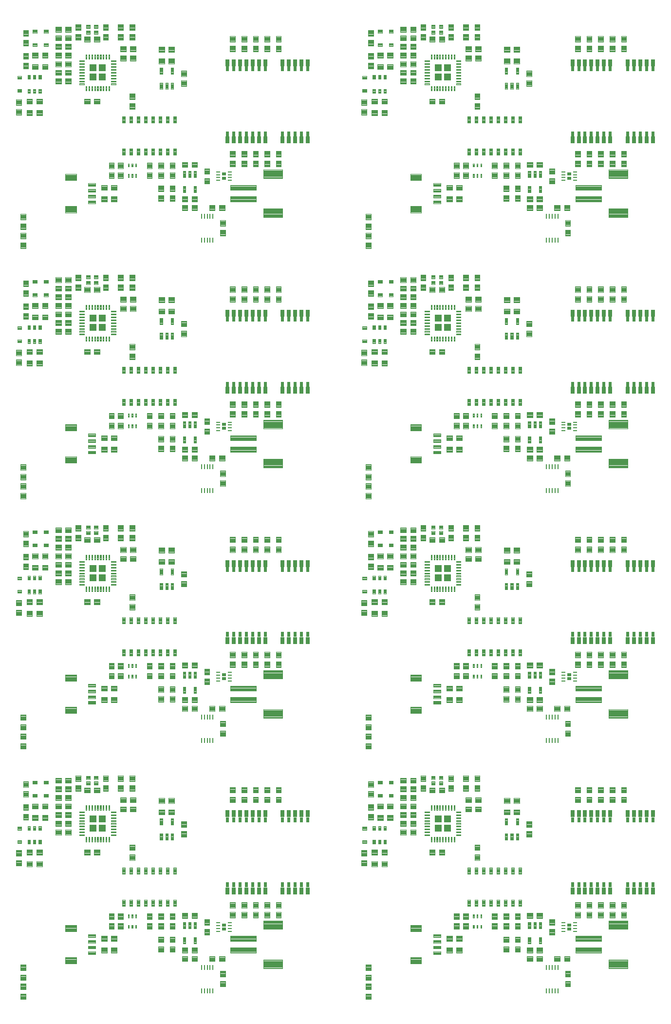
<source format=gbp>
G04 EAGLE Gerber RS-274X export*
G75*
%MOMM*%
%FSLAX34Y34*%
%LPD*%
%INSolderpaste Bottom*%
%IPPOS*%
%AMOC8*
5,1,8,0,0,1.08239X$1,22.5*%
G01*
%ADD10C,0.100000*%
%ADD11C,0.099000*%
%ADD12C,0.102000*%
%ADD13R,0.637500X0.250000*%
%ADD14R,0.640000X0.500000*%
%ADD15C,0.096000*%
%ADD16R,0.250000X0.875000*%
%ADD17C,0.100800*%
%ADD18C,0.105000*%
%ADD19R,1.300000X1.300000*%
%ADD20R,0.800000X1.200000*%
%ADD21R,0.600000X0.900000*%


D10*
X302000Y96500D02*
X302000Y86500D01*
X293000Y86500D01*
X293000Y96500D01*
X302000Y96500D01*
X302000Y87450D02*
X293000Y87450D01*
X293000Y88400D02*
X302000Y88400D01*
X302000Y89350D02*
X293000Y89350D01*
X293000Y90300D02*
X302000Y90300D01*
X302000Y91250D02*
X293000Y91250D01*
X293000Y92200D02*
X302000Y92200D01*
X302000Y93150D02*
X293000Y93150D01*
X293000Y94100D02*
X302000Y94100D01*
X302000Y95050D02*
X293000Y95050D01*
X293000Y96000D02*
X302000Y96000D01*
X302000Y103500D02*
X302000Y113500D01*
X302000Y103500D02*
X293000Y103500D01*
X293000Y113500D01*
X302000Y113500D01*
X302000Y104450D02*
X293000Y104450D01*
X293000Y105400D02*
X302000Y105400D01*
X302000Y106350D02*
X293000Y106350D01*
X293000Y107300D02*
X302000Y107300D01*
X302000Y108250D02*
X293000Y108250D01*
X293000Y109200D02*
X302000Y109200D01*
X302000Y110150D02*
X293000Y110150D01*
X293000Y111100D02*
X302000Y111100D01*
X302000Y112050D02*
X293000Y112050D01*
X293000Y113000D02*
X302000Y113000D01*
X273000Y113500D02*
X273000Y103500D01*
X273000Y113500D02*
X282000Y113500D01*
X282000Y103500D01*
X273000Y103500D01*
X273000Y104450D02*
X282000Y104450D01*
X282000Y105400D02*
X273000Y105400D01*
X273000Y106350D02*
X282000Y106350D01*
X282000Y107300D02*
X273000Y107300D01*
X273000Y108250D02*
X282000Y108250D01*
X282000Y109200D02*
X273000Y109200D01*
X273000Y110150D02*
X282000Y110150D01*
X282000Y111100D02*
X273000Y111100D01*
X273000Y112050D02*
X282000Y112050D01*
X282000Y113000D02*
X273000Y113000D01*
X273000Y96500D02*
X273000Y86500D01*
X273000Y96500D02*
X282000Y96500D01*
X282000Y86500D01*
X273000Y86500D01*
X273000Y87450D02*
X282000Y87450D01*
X282000Y88400D02*
X273000Y88400D01*
X273000Y89350D02*
X282000Y89350D01*
X282000Y90300D02*
X273000Y90300D01*
X273000Y91250D02*
X282000Y91250D01*
X282000Y92200D02*
X273000Y92200D01*
X273000Y93150D02*
X282000Y93150D01*
X282000Y94100D02*
X273000Y94100D01*
X273000Y95050D02*
X282000Y95050D01*
X282000Y96000D02*
X273000Y96000D01*
D11*
X315745Y127496D02*
X320255Y127496D01*
X315745Y127496D02*
X315745Y138506D01*
X320255Y138506D01*
X320255Y127496D01*
X320255Y128436D02*
X315745Y128436D01*
X315745Y129376D02*
X320255Y129376D01*
X320255Y130316D02*
X315745Y130316D01*
X315745Y131256D02*
X320255Y131256D01*
X320255Y132196D02*
X315745Y132196D01*
X315745Y133136D02*
X320255Y133136D01*
X320255Y134076D02*
X315745Y134076D01*
X315745Y135016D02*
X320255Y135016D01*
X320255Y135956D02*
X315745Y135956D01*
X315745Y136896D02*
X320255Y136896D01*
X320255Y137836D02*
X315745Y137836D01*
X325245Y127496D02*
X329755Y127496D01*
X325245Y127496D02*
X325245Y138506D01*
X329755Y138506D01*
X329755Y127496D01*
X329755Y128436D02*
X325245Y128436D01*
X325245Y129376D02*
X329755Y129376D01*
X329755Y130316D02*
X325245Y130316D01*
X325245Y131256D02*
X329755Y131256D01*
X329755Y132196D02*
X325245Y132196D01*
X325245Y133136D02*
X329755Y133136D01*
X329755Y134076D02*
X325245Y134076D01*
X325245Y135016D02*
X329755Y135016D01*
X329755Y135956D02*
X325245Y135956D01*
X325245Y136896D02*
X329755Y136896D01*
X329755Y137836D02*
X325245Y137836D01*
X334745Y127496D02*
X339255Y127496D01*
X334745Y127496D02*
X334745Y138506D01*
X339255Y138506D01*
X339255Y127496D01*
X339255Y128436D02*
X334745Y128436D01*
X334745Y129376D02*
X339255Y129376D01*
X339255Y130316D02*
X334745Y130316D01*
X334745Y131256D02*
X339255Y131256D01*
X339255Y132196D02*
X334745Y132196D01*
X334745Y133136D02*
X339255Y133136D01*
X339255Y134076D02*
X334745Y134076D01*
X334745Y135016D02*
X339255Y135016D01*
X339255Y135956D02*
X334745Y135956D01*
X334745Y136896D02*
X339255Y136896D01*
X339255Y137836D02*
X334745Y137836D01*
X334745Y101494D02*
X339255Y101494D01*
X334745Y101494D02*
X334745Y112504D01*
X339255Y112504D01*
X339255Y101494D01*
X339255Y102434D02*
X334745Y102434D01*
X334745Y103374D02*
X339255Y103374D01*
X339255Y104314D02*
X334745Y104314D01*
X334745Y105254D02*
X339255Y105254D01*
X339255Y106194D02*
X334745Y106194D01*
X334745Y107134D02*
X339255Y107134D01*
X339255Y108074D02*
X334745Y108074D01*
X334745Y109014D02*
X339255Y109014D01*
X339255Y109954D02*
X334745Y109954D01*
X334745Y110894D02*
X339255Y110894D01*
X339255Y111834D02*
X334745Y111834D01*
X320255Y101494D02*
X315745Y101494D01*
X315745Y112504D01*
X320255Y112504D01*
X320255Y101494D01*
X320255Y102434D02*
X315745Y102434D01*
X315745Y103374D02*
X320255Y103374D01*
X320255Y104314D02*
X315745Y104314D01*
X315745Y105254D02*
X320255Y105254D01*
X320255Y106194D02*
X315745Y106194D01*
X315745Y107134D02*
X320255Y107134D01*
X320255Y108074D02*
X315745Y108074D01*
X315745Y109014D02*
X320255Y109014D01*
X320255Y109954D02*
X315745Y109954D01*
X315745Y110894D02*
X320255Y110894D01*
X320255Y111834D02*
X315745Y111834D01*
D10*
X331000Y154500D02*
X341000Y154500D01*
X341000Y145500D01*
X331000Y145500D01*
X331000Y154500D01*
X331000Y146450D02*
X341000Y146450D01*
X341000Y147400D02*
X331000Y147400D01*
X331000Y148350D02*
X341000Y148350D01*
X341000Y149300D02*
X331000Y149300D01*
X331000Y150250D02*
X341000Y150250D01*
X341000Y151200D02*
X331000Y151200D01*
X331000Y152150D02*
X341000Y152150D01*
X341000Y153100D02*
X331000Y153100D01*
X331000Y154050D02*
X341000Y154050D01*
X324000Y154500D02*
X314000Y154500D01*
X324000Y154500D02*
X324000Y145500D01*
X314000Y145500D01*
X314000Y154500D01*
X314000Y146450D02*
X324000Y146450D01*
X324000Y147400D02*
X314000Y147400D01*
X314000Y148350D02*
X324000Y148350D01*
X324000Y149300D02*
X314000Y149300D01*
X314000Y150250D02*
X324000Y150250D01*
X324000Y151200D02*
X314000Y151200D01*
X314000Y152150D02*
X324000Y152150D01*
X324000Y153100D02*
X314000Y153100D01*
X314000Y154050D02*
X324000Y154050D01*
X282000Y136500D02*
X282000Y126500D01*
X273000Y126500D01*
X273000Y136500D01*
X282000Y136500D01*
X282000Y127450D02*
X273000Y127450D01*
X273000Y128400D02*
X282000Y128400D01*
X282000Y129350D02*
X273000Y129350D01*
X273000Y130300D02*
X282000Y130300D01*
X282000Y131250D02*
X273000Y131250D01*
X273000Y132200D02*
X282000Y132200D01*
X282000Y133150D02*
X273000Y133150D01*
X273000Y134100D02*
X282000Y134100D01*
X282000Y135050D02*
X273000Y135050D01*
X273000Y136000D02*
X282000Y136000D01*
X282000Y143500D02*
X282000Y153500D01*
X282000Y143500D02*
X273000Y143500D01*
X273000Y153500D01*
X282000Y153500D01*
X282000Y144450D02*
X273000Y144450D01*
X273000Y145400D02*
X282000Y145400D01*
X282000Y146350D02*
X273000Y146350D01*
X273000Y147300D02*
X282000Y147300D01*
X282000Y148250D02*
X273000Y148250D01*
X273000Y149200D02*
X282000Y149200D01*
X282000Y150150D02*
X273000Y150150D01*
X273000Y151100D02*
X282000Y151100D01*
X282000Y152050D02*
X273000Y152050D01*
X273000Y153000D02*
X282000Y153000D01*
X302000Y136500D02*
X302000Y126500D01*
X293000Y126500D01*
X293000Y136500D01*
X302000Y136500D01*
X302000Y127450D02*
X293000Y127450D01*
X293000Y128400D02*
X302000Y128400D01*
X302000Y129350D02*
X293000Y129350D01*
X293000Y130300D02*
X302000Y130300D01*
X302000Y131250D02*
X293000Y131250D01*
X293000Y132200D02*
X302000Y132200D01*
X302000Y133150D02*
X293000Y133150D01*
X293000Y134100D02*
X302000Y134100D01*
X302000Y135050D02*
X293000Y135050D01*
X293000Y136000D02*
X302000Y136000D01*
X302000Y143500D02*
X302000Y153500D01*
X302000Y143500D02*
X293000Y143500D01*
X293000Y153500D01*
X302000Y153500D01*
X302000Y144450D02*
X293000Y144450D01*
X293000Y145400D02*
X302000Y145400D01*
X302000Y146350D02*
X293000Y146350D01*
X293000Y147300D02*
X302000Y147300D01*
X302000Y148250D02*
X293000Y148250D01*
X293000Y149200D02*
X302000Y149200D01*
X302000Y150150D02*
X293000Y150150D01*
X293000Y151100D02*
X302000Y151100D01*
X302000Y152050D02*
X293000Y152050D01*
X293000Y153000D02*
X302000Y153000D01*
X187000Y153500D02*
X187000Y143500D01*
X187000Y153500D02*
X196000Y153500D01*
X196000Y143500D01*
X187000Y143500D01*
X187000Y144450D02*
X196000Y144450D01*
X196000Y145400D02*
X187000Y145400D01*
X187000Y146350D02*
X196000Y146350D01*
X196000Y147300D02*
X187000Y147300D01*
X187000Y148250D02*
X196000Y148250D01*
X196000Y149200D02*
X187000Y149200D01*
X187000Y150150D02*
X196000Y150150D01*
X196000Y151100D02*
X187000Y151100D01*
X187000Y152050D02*
X196000Y152050D01*
X196000Y153000D02*
X187000Y153000D01*
X187000Y136500D02*
X187000Y126500D01*
X187000Y136500D02*
X196000Y136500D01*
X196000Y126500D01*
X187000Y126500D01*
X187000Y127450D02*
X196000Y127450D01*
X196000Y128400D02*
X187000Y128400D01*
X187000Y129350D02*
X196000Y129350D01*
X196000Y130300D02*
X187000Y130300D01*
X187000Y131250D02*
X196000Y131250D01*
X196000Y132200D02*
X187000Y132200D01*
X187000Y133150D02*
X196000Y133150D01*
X196000Y134100D02*
X187000Y134100D01*
X187000Y135050D02*
X196000Y135050D01*
X196000Y136000D02*
X187000Y136000D01*
D12*
X210560Y222510D02*
X215540Y222510D01*
X210560Y222510D02*
X210560Y233490D01*
X215540Y233490D01*
X215540Y222510D01*
X215540Y223479D02*
X210560Y223479D01*
X210560Y224448D02*
X215540Y224448D01*
X215540Y225417D02*
X210560Y225417D01*
X210560Y226386D02*
X215540Y226386D01*
X215540Y227355D02*
X210560Y227355D01*
X210560Y228324D02*
X215540Y228324D01*
X215540Y229293D02*
X210560Y229293D01*
X210560Y230262D02*
X215540Y230262D01*
X215540Y231231D02*
X210560Y231231D01*
X210560Y232200D02*
X215540Y232200D01*
X215540Y233169D02*
X210560Y233169D01*
X223260Y222510D02*
X228240Y222510D01*
X223260Y222510D02*
X223260Y233490D01*
X228240Y233490D01*
X228240Y222510D01*
X228240Y223479D02*
X223260Y223479D01*
X223260Y224448D02*
X228240Y224448D01*
X228240Y225417D02*
X223260Y225417D01*
X223260Y226386D02*
X228240Y226386D01*
X228240Y227355D02*
X223260Y227355D01*
X223260Y228324D02*
X228240Y228324D01*
X228240Y229293D02*
X223260Y229293D01*
X223260Y230262D02*
X228240Y230262D01*
X228240Y231231D02*
X223260Y231231D01*
X223260Y232200D02*
X228240Y232200D01*
X228240Y233169D02*
X223260Y233169D01*
X235960Y222510D02*
X240940Y222510D01*
X235960Y222510D02*
X235960Y233490D01*
X240940Y233490D01*
X240940Y222510D01*
X240940Y223479D02*
X235960Y223479D01*
X235960Y224448D02*
X240940Y224448D01*
X240940Y225417D02*
X235960Y225417D01*
X235960Y226386D02*
X240940Y226386D01*
X240940Y227355D02*
X235960Y227355D01*
X235960Y228324D02*
X240940Y228324D01*
X240940Y229293D02*
X235960Y229293D01*
X235960Y230262D02*
X240940Y230262D01*
X240940Y231231D02*
X235960Y231231D01*
X235960Y232200D02*
X240940Y232200D01*
X240940Y233169D02*
X235960Y233169D01*
X248660Y222510D02*
X253640Y222510D01*
X248660Y222510D02*
X248660Y233490D01*
X253640Y233490D01*
X253640Y222510D01*
X253640Y223479D02*
X248660Y223479D01*
X248660Y224448D02*
X253640Y224448D01*
X253640Y225417D02*
X248660Y225417D01*
X248660Y226386D02*
X253640Y226386D01*
X253640Y227355D02*
X248660Y227355D01*
X248660Y228324D02*
X253640Y228324D01*
X253640Y229293D02*
X248660Y229293D01*
X248660Y230262D02*
X253640Y230262D01*
X253640Y231231D02*
X248660Y231231D01*
X248660Y232200D02*
X253640Y232200D01*
X253640Y233169D02*
X248660Y233169D01*
X261360Y222510D02*
X266340Y222510D01*
X261360Y222510D02*
X261360Y233490D01*
X266340Y233490D01*
X266340Y222510D01*
X266340Y223479D02*
X261360Y223479D01*
X261360Y224448D02*
X266340Y224448D01*
X266340Y225417D02*
X261360Y225417D01*
X261360Y226386D02*
X266340Y226386D01*
X266340Y227355D02*
X261360Y227355D01*
X261360Y228324D02*
X266340Y228324D01*
X266340Y229293D02*
X261360Y229293D01*
X261360Y230262D02*
X266340Y230262D01*
X266340Y231231D02*
X261360Y231231D01*
X261360Y232200D02*
X266340Y232200D01*
X266340Y233169D02*
X261360Y233169D01*
X274060Y222510D02*
X279040Y222510D01*
X274060Y222510D02*
X274060Y233490D01*
X279040Y233490D01*
X279040Y222510D01*
X279040Y223479D02*
X274060Y223479D01*
X274060Y224448D02*
X279040Y224448D01*
X279040Y225417D02*
X274060Y225417D01*
X274060Y226386D02*
X279040Y226386D01*
X279040Y227355D02*
X274060Y227355D01*
X274060Y228324D02*
X279040Y228324D01*
X279040Y229293D02*
X274060Y229293D01*
X274060Y230262D02*
X279040Y230262D01*
X279040Y231231D02*
X274060Y231231D01*
X274060Y232200D02*
X279040Y232200D01*
X279040Y233169D02*
X274060Y233169D01*
X286760Y222510D02*
X291740Y222510D01*
X286760Y222510D02*
X286760Y233490D01*
X291740Y233490D01*
X291740Y222510D01*
X291740Y223479D02*
X286760Y223479D01*
X286760Y224448D02*
X291740Y224448D01*
X291740Y225417D02*
X286760Y225417D01*
X286760Y226386D02*
X291740Y226386D01*
X291740Y227355D02*
X286760Y227355D01*
X286760Y228324D02*
X291740Y228324D01*
X291740Y229293D02*
X286760Y229293D01*
X286760Y230262D02*
X291740Y230262D01*
X291740Y231231D02*
X286760Y231231D01*
X286760Y232200D02*
X291740Y232200D01*
X291740Y233169D02*
X286760Y233169D01*
X299460Y222510D02*
X304440Y222510D01*
X299460Y222510D02*
X299460Y233490D01*
X304440Y233490D01*
X304440Y222510D01*
X304440Y223479D02*
X299460Y223479D01*
X299460Y224448D02*
X304440Y224448D01*
X304440Y225417D02*
X299460Y225417D01*
X299460Y226386D02*
X304440Y226386D01*
X304440Y227355D02*
X299460Y227355D01*
X299460Y228324D02*
X304440Y228324D01*
X304440Y229293D02*
X299460Y229293D01*
X299460Y230262D02*
X304440Y230262D01*
X304440Y231231D02*
X299460Y231231D01*
X299460Y232200D02*
X304440Y232200D01*
X304440Y233169D02*
X299460Y233169D01*
X299460Y166510D02*
X304440Y166510D01*
X299460Y166510D02*
X299460Y177490D01*
X304440Y177490D01*
X304440Y166510D01*
X304440Y167479D02*
X299460Y167479D01*
X299460Y168448D02*
X304440Y168448D01*
X304440Y169417D02*
X299460Y169417D01*
X299460Y170386D02*
X304440Y170386D01*
X304440Y171355D02*
X299460Y171355D01*
X299460Y172324D02*
X304440Y172324D01*
X304440Y173293D02*
X299460Y173293D01*
X299460Y174262D02*
X304440Y174262D01*
X304440Y175231D02*
X299460Y175231D01*
X299460Y176200D02*
X304440Y176200D01*
X304440Y177169D02*
X299460Y177169D01*
X291740Y166510D02*
X286760Y166510D01*
X286760Y177490D01*
X291740Y177490D01*
X291740Y166510D01*
X291740Y167479D02*
X286760Y167479D01*
X286760Y168448D02*
X291740Y168448D01*
X291740Y169417D02*
X286760Y169417D01*
X286760Y170386D02*
X291740Y170386D01*
X291740Y171355D02*
X286760Y171355D01*
X286760Y172324D02*
X291740Y172324D01*
X291740Y173293D02*
X286760Y173293D01*
X286760Y174262D02*
X291740Y174262D01*
X291740Y175231D02*
X286760Y175231D01*
X286760Y176200D02*
X291740Y176200D01*
X291740Y177169D02*
X286760Y177169D01*
X279040Y166510D02*
X274060Y166510D01*
X274060Y177490D01*
X279040Y177490D01*
X279040Y166510D01*
X279040Y167479D02*
X274060Y167479D01*
X274060Y168448D02*
X279040Y168448D01*
X279040Y169417D02*
X274060Y169417D01*
X274060Y170386D02*
X279040Y170386D01*
X279040Y171355D02*
X274060Y171355D01*
X274060Y172324D02*
X279040Y172324D01*
X279040Y173293D02*
X274060Y173293D01*
X274060Y174262D02*
X279040Y174262D01*
X279040Y175231D02*
X274060Y175231D01*
X274060Y176200D02*
X279040Y176200D01*
X279040Y177169D02*
X274060Y177169D01*
X266340Y166510D02*
X261360Y166510D01*
X261360Y177490D01*
X266340Y177490D01*
X266340Y166510D01*
X266340Y167479D02*
X261360Y167479D01*
X261360Y168448D02*
X266340Y168448D01*
X266340Y169417D02*
X261360Y169417D01*
X261360Y170386D02*
X266340Y170386D01*
X266340Y171355D02*
X261360Y171355D01*
X261360Y172324D02*
X266340Y172324D01*
X266340Y173293D02*
X261360Y173293D01*
X261360Y174262D02*
X266340Y174262D01*
X266340Y175231D02*
X261360Y175231D01*
X261360Y176200D02*
X266340Y176200D01*
X266340Y177169D02*
X261360Y177169D01*
X253640Y166510D02*
X248660Y166510D01*
X248660Y177490D01*
X253640Y177490D01*
X253640Y166510D01*
X253640Y167479D02*
X248660Y167479D01*
X248660Y168448D02*
X253640Y168448D01*
X253640Y169417D02*
X248660Y169417D01*
X248660Y170386D02*
X253640Y170386D01*
X253640Y171355D02*
X248660Y171355D01*
X248660Y172324D02*
X253640Y172324D01*
X253640Y173293D02*
X248660Y173293D01*
X248660Y174262D02*
X253640Y174262D01*
X253640Y175231D02*
X248660Y175231D01*
X248660Y176200D02*
X253640Y176200D01*
X253640Y177169D02*
X248660Y177169D01*
X240940Y166510D02*
X235960Y166510D01*
X235960Y177490D01*
X240940Y177490D01*
X240940Y166510D01*
X240940Y167479D02*
X235960Y167479D01*
X235960Y168448D02*
X240940Y168448D01*
X240940Y169417D02*
X235960Y169417D01*
X235960Y170386D02*
X240940Y170386D01*
X240940Y171355D02*
X235960Y171355D01*
X235960Y172324D02*
X240940Y172324D01*
X240940Y173293D02*
X235960Y173293D01*
X235960Y174262D02*
X240940Y174262D01*
X240940Y175231D02*
X235960Y175231D01*
X235960Y176200D02*
X240940Y176200D01*
X240940Y177169D02*
X235960Y177169D01*
X228240Y166510D02*
X223260Y166510D01*
X223260Y177490D01*
X228240Y177490D01*
X228240Y166510D01*
X228240Y167479D02*
X223260Y167479D01*
X223260Y168448D02*
X228240Y168448D01*
X228240Y169417D02*
X223260Y169417D01*
X223260Y170386D02*
X228240Y170386D01*
X228240Y171355D02*
X223260Y171355D01*
X223260Y172324D02*
X228240Y172324D01*
X228240Y173293D02*
X223260Y173293D01*
X223260Y174262D02*
X228240Y174262D01*
X228240Y175231D02*
X223260Y175231D01*
X223260Y176200D02*
X228240Y176200D01*
X228240Y177169D02*
X223260Y177169D01*
X215540Y166510D02*
X210560Y166510D01*
X210560Y177490D01*
X215540Y177490D01*
X215540Y166510D01*
X215540Y167479D02*
X210560Y167479D01*
X210560Y168448D02*
X215540Y168448D01*
X215540Y169417D02*
X210560Y169417D01*
X210560Y170386D02*
X215540Y170386D01*
X215540Y171355D02*
X210560Y171355D01*
X210560Y172324D02*
X215540Y172324D01*
X215540Y173293D02*
X210560Y173293D01*
X210560Y174262D02*
X215540Y174262D01*
X215540Y175231D02*
X210560Y175231D01*
X210560Y176200D02*
X215540Y176200D01*
X215540Y177169D02*
X210560Y177169D01*
D10*
X262000Y136500D02*
X262000Y126500D01*
X253000Y126500D01*
X253000Y136500D01*
X262000Y136500D01*
X262000Y127450D02*
X253000Y127450D01*
X253000Y128400D02*
X262000Y128400D01*
X262000Y129350D02*
X253000Y129350D01*
X253000Y130300D02*
X262000Y130300D01*
X262000Y131250D02*
X253000Y131250D01*
X253000Y132200D02*
X262000Y132200D01*
X262000Y133150D02*
X253000Y133150D01*
X253000Y134100D02*
X262000Y134100D01*
X262000Y135050D02*
X253000Y135050D01*
X253000Y136000D02*
X262000Y136000D01*
X262000Y143500D02*
X262000Y153500D01*
X262000Y143500D02*
X253000Y143500D01*
X253000Y153500D01*
X262000Y153500D01*
X262000Y144450D02*
X253000Y144450D01*
X253000Y145400D02*
X262000Y145400D01*
X262000Y146350D02*
X253000Y146350D01*
X253000Y147300D02*
X262000Y147300D01*
X262000Y148250D02*
X253000Y148250D01*
X253000Y149200D02*
X262000Y149200D01*
X262000Y150150D02*
X253000Y150150D01*
X253000Y151100D02*
X262000Y151100D01*
X262000Y152050D02*
X253000Y152050D01*
X253000Y153000D02*
X262000Y153000D01*
X203000Y153500D02*
X203000Y143500D01*
X203000Y153500D02*
X212000Y153500D01*
X212000Y143500D01*
X203000Y143500D01*
X203000Y144450D02*
X212000Y144450D01*
X212000Y145400D02*
X203000Y145400D01*
X203000Y146350D02*
X212000Y146350D01*
X212000Y147300D02*
X203000Y147300D01*
X203000Y148250D02*
X212000Y148250D01*
X212000Y149200D02*
X203000Y149200D01*
X203000Y150150D02*
X212000Y150150D01*
X212000Y151100D02*
X203000Y151100D01*
X203000Y152050D02*
X212000Y152050D01*
X212000Y153000D02*
X203000Y153000D01*
X203000Y136500D02*
X203000Y126500D01*
X203000Y136500D02*
X212000Y136500D01*
X212000Y126500D01*
X203000Y126500D01*
X203000Y127450D02*
X212000Y127450D01*
X212000Y128400D02*
X203000Y128400D01*
X203000Y129350D02*
X212000Y129350D01*
X212000Y130300D02*
X203000Y130300D01*
X203000Y131250D02*
X212000Y131250D01*
X212000Y132200D02*
X203000Y132200D01*
X203000Y133150D02*
X212000Y133150D01*
X212000Y134100D02*
X203000Y134100D01*
X203000Y135050D02*
X212000Y135050D01*
X212000Y136000D02*
X203000Y136000D01*
D12*
X220010Y151990D02*
X221990Y151990D01*
X221990Y146410D01*
X220010Y146410D01*
X220010Y151990D01*
X220010Y147379D02*
X221990Y147379D01*
X221990Y148348D02*
X220010Y148348D01*
X220010Y149317D02*
X221990Y149317D01*
X221990Y150286D02*
X220010Y150286D01*
X220010Y151255D02*
X221990Y151255D01*
X226510Y128010D02*
X228490Y128010D01*
X226510Y128010D02*
X226510Y133590D01*
X228490Y133590D01*
X228490Y128010D01*
X228490Y128979D02*
X226510Y128979D01*
X226510Y129948D02*
X228490Y129948D01*
X228490Y130917D02*
X226510Y130917D01*
X226510Y131886D02*
X228490Y131886D01*
X228490Y132855D02*
X226510Y132855D01*
X233010Y128010D02*
X234990Y128010D01*
X233010Y128010D02*
X233010Y133590D01*
X234990Y133590D01*
X234990Y128010D01*
X234990Y128979D02*
X233010Y128979D01*
X233010Y129948D02*
X234990Y129948D01*
X234990Y130917D02*
X233010Y130917D01*
X233010Y131886D02*
X234990Y131886D01*
X234990Y132855D02*
X233010Y132855D01*
X221990Y128010D02*
X220010Y128010D01*
X220010Y133590D01*
X221990Y133590D01*
X221990Y128010D01*
X221990Y128979D02*
X220010Y128979D01*
X220010Y129948D02*
X221990Y129948D01*
X221990Y130917D02*
X220010Y130917D01*
X220010Y131886D02*
X221990Y131886D01*
X221990Y132855D02*
X220010Y132855D01*
X226510Y151990D02*
X228490Y151990D01*
X228490Y146410D01*
X226510Y146410D01*
X226510Y151990D01*
X226510Y147379D02*
X228490Y147379D01*
X228490Y148348D02*
X226510Y148348D01*
X226510Y149317D02*
X228490Y149317D01*
X228490Y150286D02*
X226510Y150286D01*
X226510Y151255D02*
X228490Y151255D01*
X233010Y151990D02*
X234990Y151990D01*
X234990Y146410D01*
X233010Y146410D01*
X233010Y151990D01*
X233010Y147379D02*
X234990Y147379D01*
X234990Y148348D02*
X233010Y148348D01*
X233010Y149317D02*
X234990Y149317D01*
X234990Y150286D02*
X233010Y150286D01*
X233010Y151255D02*
X234990Y151255D01*
D10*
X232000Y246500D02*
X232000Y256500D01*
X232000Y246500D02*
X223000Y246500D01*
X223000Y256500D01*
X232000Y256500D01*
X232000Y247450D02*
X223000Y247450D01*
X223000Y248400D02*
X232000Y248400D01*
X232000Y249350D02*
X223000Y249350D01*
X223000Y250300D02*
X232000Y250300D01*
X232000Y251250D02*
X223000Y251250D01*
X223000Y252200D02*
X232000Y252200D01*
X232000Y253150D02*
X223000Y253150D01*
X223000Y254100D02*
X232000Y254100D01*
X232000Y255050D02*
X223000Y255050D01*
X223000Y256000D02*
X232000Y256000D01*
X232000Y263500D02*
X232000Y273500D01*
X232000Y263500D02*
X223000Y263500D01*
X223000Y273500D01*
X232000Y273500D01*
X232000Y264450D02*
X223000Y264450D01*
X223000Y265400D02*
X232000Y265400D01*
X232000Y266350D02*
X223000Y266350D01*
X223000Y267300D02*
X232000Y267300D01*
X232000Y268250D02*
X223000Y268250D01*
X223000Y269200D02*
X232000Y269200D01*
X232000Y270150D02*
X223000Y270150D01*
X223000Y271100D02*
X232000Y271100D01*
X232000Y272050D02*
X223000Y272050D01*
X223000Y273000D02*
X232000Y273000D01*
D13*
X377313Y122500D03*
X397688Y127500D03*
X397688Y122500D03*
X397688Y132500D03*
X397688Y137500D03*
X377313Y127500D03*
X377313Y132500D03*
X377313Y137500D03*
D14*
X387500Y133400D03*
X387500Y126600D03*
D10*
X362000Y126500D02*
X362000Y116500D01*
X353000Y116500D01*
X353000Y126500D01*
X362000Y126500D01*
X362000Y117450D02*
X353000Y117450D01*
X353000Y118400D02*
X362000Y118400D01*
X362000Y119350D02*
X353000Y119350D01*
X353000Y120300D02*
X362000Y120300D01*
X362000Y121250D02*
X353000Y121250D01*
X353000Y122200D02*
X362000Y122200D01*
X362000Y123150D02*
X353000Y123150D01*
X353000Y124100D02*
X362000Y124100D01*
X362000Y125050D02*
X353000Y125050D01*
X353000Y126000D02*
X362000Y126000D01*
X362000Y133500D02*
X362000Y143500D01*
X362000Y133500D02*
X353000Y133500D01*
X353000Y143500D01*
X362000Y143500D01*
X362000Y134450D02*
X353000Y134450D01*
X353000Y135400D02*
X362000Y135400D01*
X362000Y136350D02*
X353000Y136350D01*
X353000Y137300D02*
X362000Y137300D01*
X362000Y138250D02*
X353000Y138250D01*
X353000Y139200D02*
X362000Y139200D01*
X362000Y140150D02*
X353000Y140150D01*
X353000Y141100D02*
X362000Y141100D01*
X362000Y142050D02*
X353000Y142050D01*
X353000Y143000D02*
X362000Y143000D01*
X324000Y70500D02*
X314000Y70500D01*
X314000Y79500D01*
X324000Y79500D01*
X324000Y70500D01*
X324000Y71450D02*
X314000Y71450D01*
X314000Y72400D02*
X324000Y72400D01*
X324000Y73350D02*
X314000Y73350D01*
X314000Y74300D02*
X324000Y74300D01*
X324000Y75250D02*
X314000Y75250D01*
X314000Y76200D02*
X324000Y76200D01*
X324000Y77150D02*
X314000Y77150D01*
X314000Y78100D02*
X324000Y78100D01*
X324000Y79050D02*
X314000Y79050D01*
X331000Y70500D02*
X341000Y70500D01*
X331000Y70500D02*
X331000Y79500D01*
X341000Y79500D01*
X341000Y70500D01*
X341000Y71450D02*
X331000Y71450D01*
X331000Y72400D02*
X341000Y72400D01*
X341000Y73350D02*
X331000Y73350D01*
X331000Y74300D02*
X341000Y74300D01*
X341000Y75250D02*
X331000Y75250D01*
X331000Y76200D02*
X341000Y76200D01*
X341000Y77150D02*
X331000Y77150D01*
X331000Y78100D02*
X341000Y78100D01*
X341000Y79050D02*
X331000Y79050D01*
X361500Y70500D02*
X371500Y70500D01*
X361500Y70500D02*
X361500Y79500D01*
X371500Y79500D01*
X371500Y70500D01*
X371500Y71450D02*
X361500Y71450D01*
X361500Y72400D02*
X371500Y72400D01*
X371500Y73350D02*
X361500Y73350D01*
X361500Y74300D02*
X371500Y74300D01*
X371500Y75250D02*
X361500Y75250D01*
X361500Y76200D02*
X371500Y76200D01*
X371500Y77150D02*
X361500Y77150D01*
X361500Y78100D02*
X371500Y78100D01*
X371500Y79050D02*
X361500Y79050D01*
X378500Y70500D02*
X388500Y70500D01*
X378500Y70500D02*
X378500Y79500D01*
X388500Y79500D01*
X388500Y70500D01*
X388500Y71450D02*
X378500Y71450D01*
X378500Y72400D02*
X388500Y72400D01*
X388500Y73350D02*
X378500Y73350D01*
X378500Y74300D02*
X388500Y74300D01*
X388500Y75250D02*
X378500Y75250D01*
X378500Y76200D02*
X388500Y76200D01*
X388500Y77150D02*
X378500Y77150D01*
X378500Y78100D02*
X388500Y78100D01*
X388500Y79050D02*
X378500Y79050D01*
X389500Y36500D02*
X389500Y26500D01*
X380500Y26500D01*
X380500Y36500D01*
X389500Y36500D01*
X389500Y27450D02*
X380500Y27450D01*
X380500Y28400D02*
X389500Y28400D01*
X389500Y29350D02*
X380500Y29350D01*
X380500Y30300D02*
X389500Y30300D01*
X389500Y31250D02*
X380500Y31250D01*
X380500Y32200D02*
X389500Y32200D01*
X389500Y33150D02*
X380500Y33150D01*
X380500Y34100D02*
X389500Y34100D01*
X389500Y35050D02*
X380500Y35050D01*
X380500Y36000D02*
X389500Y36000D01*
X389500Y43500D02*
X389500Y53500D01*
X389500Y43500D02*
X380500Y43500D01*
X380500Y53500D01*
X389500Y53500D01*
X389500Y44450D02*
X380500Y44450D01*
X380500Y45400D02*
X389500Y45400D01*
X389500Y46350D02*
X380500Y46350D01*
X380500Y47300D02*
X389500Y47300D01*
X389500Y48250D02*
X380500Y48250D01*
X380500Y49200D02*
X389500Y49200D01*
X389500Y50150D02*
X380500Y50150D01*
X380500Y51100D02*
X389500Y51100D01*
X389500Y52050D02*
X380500Y52050D01*
X380500Y53000D02*
X389500Y53000D01*
X443000Y85500D02*
X443000Y94500D01*
X443000Y85500D02*
X398000Y85500D01*
X398000Y94500D01*
X443000Y94500D01*
X443000Y86450D02*
X398000Y86450D01*
X398000Y87400D02*
X443000Y87400D01*
X443000Y88350D02*
X398000Y88350D01*
X398000Y89300D02*
X443000Y89300D01*
X443000Y90250D02*
X398000Y90250D01*
X398000Y91200D02*
X443000Y91200D01*
X443000Y92150D02*
X398000Y92150D01*
X398000Y93100D02*
X443000Y93100D01*
X443000Y94050D02*
X398000Y94050D01*
X443000Y105500D02*
X443000Y114500D01*
X443000Y105500D02*
X398000Y105500D01*
X398000Y114500D01*
X443000Y114500D01*
X443000Y106450D02*
X398000Y106450D01*
X398000Y107400D02*
X443000Y107400D01*
X443000Y108350D02*
X398000Y108350D01*
X398000Y109300D02*
X443000Y109300D01*
X443000Y110250D02*
X398000Y110250D01*
X398000Y111200D02*
X443000Y111200D01*
X443000Y112150D02*
X398000Y112150D01*
X398000Y113100D02*
X443000Y113100D01*
X443000Y114050D02*
X398000Y114050D01*
D15*
X455980Y58480D02*
X489020Y58480D01*
X455980Y58480D02*
X455980Y73520D01*
X489020Y73520D01*
X489020Y58480D01*
X489020Y59392D02*
X455980Y59392D01*
X455980Y60304D02*
X489020Y60304D01*
X489020Y61216D02*
X455980Y61216D01*
X455980Y62128D02*
X489020Y62128D01*
X489020Y63040D02*
X455980Y63040D01*
X455980Y63952D02*
X489020Y63952D01*
X489020Y64864D02*
X455980Y64864D01*
X455980Y65776D02*
X489020Y65776D01*
X489020Y66688D02*
X455980Y66688D01*
X455980Y67600D02*
X489020Y67600D01*
X489020Y68512D02*
X455980Y68512D01*
X455980Y69424D02*
X489020Y69424D01*
X489020Y70336D02*
X455980Y70336D01*
X455980Y71248D02*
X489020Y71248D01*
X489020Y72160D02*
X455980Y72160D01*
X455980Y73072D02*
X489020Y73072D01*
X489020Y126480D02*
X455980Y126480D01*
X455980Y141520D01*
X489020Y141520D01*
X489020Y126480D01*
X489020Y127392D02*
X455980Y127392D01*
X455980Y128304D02*
X489020Y128304D01*
X489020Y129216D02*
X455980Y129216D01*
X455980Y130128D02*
X489020Y130128D01*
X489020Y131040D02*
X455980Y131040D01*
X455980Y131952D02*
X489020Y131952D01*
X489020Y132864D02*
X455980Y132864D01*
X455980Y133776D02*
X489020Y133776D01*
X489020Y134688D02*
X455980Y134688D01*
X455980Y135600D02*
X489020Y135600D01*
X489020Y136512D02*
X455980Y136512D01*
X455980Y137424D02*
X489020Y137424D01*
X489020Y138336D02*
X455980Y138336D01*
X455980Y139248D02*
X489020Y139248D01*
X489020Y140160D02*
X455980Y140160D01*
X455980Y141072D02*
X489020Y141072D01*
D16*
X368000Y18875D03*
X363000Y18875D03*
X358000Y18875D03*
X353000Y18875D03*
X348000Y18875D03*
X348000Y60125D03*
X353000Y60125D03*
X358000Y60125D03*
X363000Y60125D03*
X368000Y60125D03*
D10*
X33600Y64500D02*
X33600Y54500D01*
X33600Y64500D02*
X42600Y64500D01*
X42600Y54500D01*
X33600Y54500D01*
X33600Y55450D02*
X42600Y55450D01*
X42600Y56400D02*
X33600Y56400D01*
X33600Y57350D02*
X42600Y57350D01*
X42600Y58300D02*
X33600Y58300D01*
X33600Y59250D02*
X42600Y59250D01*
X42600Y60200D02*
X33600Y60200D01*
X33600Y61150D02*
X42600Y61150D01*
X42600Y62100D02*
X33600Y62100D01*
X33600Y63050D02*
X42600Y63050D01*
X42600Y64000D02*
X33600Y64000D01*
X33600Y47500D02*
X33600Y37500D01*
X33600Y47500D02*
X42600Y47500D01*
X42600Y37500D01*
X33600Y37500D01*
X33600Y38450D02*
X42600Y38450D01*
X42600Y39400D02*
X33600Y39400D01*
X33600Y40350D02*
X42600Y40350D01*
X42600Y41300D02*
X33600Y41300D01*
X33600Y42250D02*
X42600Y42250D01*
X42600Y43200D02*
X33600Y43200D01*
X33600Y44150D02*
X42600Y44150D01*
X42600Y45100D02*
X33600Y45100D01*
X33600Y46050D02*
X42600Y46050D01*
X42600Y47000D02*
X33600Y47000D01*
X331000Y94500D02*
X341000Y94500D01*
X341000Y85500D01*
X331000Y85500D01*
X331000Y94500D01*
X331000Y86450D02*
X341000Y86450D01*
X341000Y87400D02*
X331000Y87400D01*
X331000Y88350D02*
X341000Y88350D01*
X341000Y89300D02*
X331000Y89300D01*
X331000Y90250D02*
X341000Y90250D01*
X341000Y91200D02*
X331000Y91200D01*
X331000Y92150D02*
X341000Y92150D01*
X341000Y93100D02*
X331000Y93100D01*
X331000Y94050D02*
X341000Y94050D01*
X324000Y94500D02*
X314000Y94500D01*
X324000Y94500D02*
X324000Y85500D01*
X314000Y85500D01*
X314000Y94500D01*
X314000Y86450D02*
X324000Y86450D01*
X324000Y87400D02*
X314000Y87400D01*
X314000Y88350D02*
X324000Y88350D01*
X324000Y89300D02*
X314000Y89300D01*
X314000Y90250D02*
X324000Y90250D01*
X324000Y91200D02*
X314000Y91200D01*
X314000Y92150D02*
X324000Y92150D01*
X324000Y93100D02*
X314000Y93100D01*
X314000Y94050D02*
X324000Y94050D01*
X42600Y14500D02*
X42600Y4500D01*
X33600Y4500D01*
X33600Y14500D01*
X42600Y14500D01*
X42600Y5450D02*
X33600Y5450D01*
X33600Y6400D02*
X42600Y6400D01*
X42600Y7350D02*
X33600Y7350D01*
X33600Y8300D02*
X42600Y8300D01*
X42600Y9250D02*
X33600Y9250D01*
X33600Y10200D02*
X42600Y10200D01*
X42600Y11150D02*
X33600Y11150D01*
X33600Y12100D02*
X42600Y12100D01*
X42600Y13050D02*
X33600Y13050D01*
X33600Y14000D02*
X42600Y14000D01*
X42600Y21500D02*
X42600Y31500D01*
X42600Y21500D02*
X33600Y21500D01*
X33600Y31500D01*
X42600Y31500D01*
X42600Y22450D02*
X33600Y22450D01*
X33600Y23400D02*
X42600Y23400D01*
X42600Y24350D02*
X33600Y24350D01*
X33600Y25300D02*
X42600Y25300D01*
X42600Y26250D02*
X33600Y26250D01*
X33600Y27200D02*
X42600Y27200D01*
X42600Y28150D02*
X33600Y28150D01*
X33600Y29100D02*
X42600Y29100D01*
X42600Y30050D02*
X33600Y30050D01*
X33600Y31000D02*
X42600Y31000D01*
X174000Y85500D02*
X184000Y85500D01*
X174000Y85500D02*
X174000Y94500D01*
X184000Y94500D01*
X184000Y85500D01*
X184000Y86450D02*
X174000Y86450D01*
X174000Y87400D02*
X184000Y87400D01*
X184000Y88350D02*
X174000Y88350D01*
X174000Y89300D02*
X184000Y89300D01*
X184000Y90250D02*
X174000Y90250D01*
X174000Y91200D02*
X184000Y91200D01*
X184000Y92150D02*
X174000Y92150D01*
X174000Y93100D02*
X184000Y93100D01*
X184000Y94050D02*
X174000Y94050D01*
X191000Y85500D02*
X201000Y85500D01*
X191000Y85500D02*
X191000Y94500D01*
X201000Y94500D01*
X201000Y85500D01*
X201000Y86450D02*
X191000Y86450D01*
X191000Y87400D02*
X201000Y87400D01*
X201000Y88350D02*
X191000Y88350D01*
X191000Y89300D02*
X201000Y89300D01*
X201000Y90250D02*
X191000Y90250D01*
X191000Y91200D02*
X201000Y91200D01*
X201000Y92150D02*
X191000Y92150D01*
X191000Y93100D02*
X201000Y93100D01*
X201000Y94050D02*
X191000Y94050D01*
X184000Y105500D02*
X174000Y105500D01*
X174000Y114500D01*
X184000Y114500D01*
X184000Y105500D01*
X184000Y106450D02*
X174000Y106450D01*
X174000Y107400D02*
X184000Y107400D01*
X184000Y108350D02*
X174000Y108350D01*
X174000Y109300D02*
X184000Y109300D01*
X184000Y110250D02*
X174000Y110250D01*
X174000Y111200D02*
X184000Y111200D01*
X184000Y112150D02*
X174000Y112150D01*
X174000Y113100D02*
X184000Y113100D01*
X184000Y114050D02*
X174000Y114050D01*
X191000Y105500D02*
X201000Y105500D01*
X191000Y105500D02*
X191000Y114500D01*
X201000Y114500D01*
X201000Y105500D01*
X201000Y106450D02*
X191000Y106450D01*
X191000Y107400D02*
X201000Y107400D01*
X201000Y108350D02*
X191000Y108350D01*
X191000Y109300D02*
X201000Y109300D01*
X201000Y110250D02*
X191000Y110250D01*
X191000Y111200D02*
X201000Y111200D01*
X201000Y112150D02*
X191000Y112150D01*
X191000Y113100D02*
X201000Y113100D01*
X201000Y114050D02*
X191000Y114050D01*
D11*
X50255Y298495D02*
X45745Y298495D01*
X45745Y305505D01*
X50255Y305505D01*
X50255Y298495D01*
X50255Y299435D02*
X45745Y299435D01*
X45745Y300375D02*
X50255Y300375D01*
X50255Y301315D02*
X45745Y301315D01*
X45745Y302255D02*
X50255Y302255D01*
X50255Y303195D02*
X45745Y303195D01*
X45745Y304135D02*
X50255Y304135D01*
X50255Y305075D02*
X45745Y305075D01*
X55245Y298495D02*
X59755Y298495D01*
X55245Y298495D02*
X55245Y305505D01*
X59755Y305505D01*
X59755Y298495D01*
X59755Y299435D02*
X55245Y299435D01*
X55245Y300375D02*
X59755Y300375D01*
X59755Y301315D02*
X55245Y301315D01*
X55245Y302255D02*
X59755Y302255D01*
X59755Y303195D02*
X55245Y303195D01*
X55245Y304135D02*
X59755Y304135D01*
X59755Y305075D02*
X55245Y305075D01*
X64745Y298495D02*
X69255Y298495D01*
X64745Y298495D02*
X64745Y305505D01*
X69255Y305505D01*
X69255Y298495D01*
X69255Y299435D02*
X64745Y299435D01*
X64745Y300375D02*
X69255Y300375D01*
X69255Y301315D02*
X64745Y301315D01*
X64745Y302255D02*
X69255Y302255D01*
X69255Y303195D02*
X64745Y303195D01*
X64745Y304135D02*
X69255Y304135D01*
X69255Y305075D02*
X64745Y305075D01*
X64745Y274495D02*
X69255Y274495D01*
X64745Y274495D02*
X64745Y281505D01*
X69255Y281505D01*
X69255Y274495D01*
X69255Y275435D02*
X64745Y275435D01*
X64745Y276375D02*
X69255Y276375D01*
X69255Y277315D02*
X64745Y277315D01*
X64745Y278255D02*
X69255Y278255D01*
X69255Y279195D02*
X64745Y279195D01*
X64745Y280135D02*
X69255Y280135D01*
X69255Y281075D02*
X64745Y281075D01*
X50255Y274495D02*
X45745Y274495D01*
X45745Y281505D01*
X50255Y281505D01*
X50255Y274495D01*
X50255Y275435D02*
X45745Y275435D01*
X45745Y276375D02*
X50255Y276375D01*
X50255Y277315D02*
X45745Y277315D01*
X45745Y278255D02*
X50255Y278255D01*
X50255Y279195D02*
X45745Y279195D01*
X45745Y280135D02*
X50255Y280135D01*
X50255Y281075D02*
X45745Y281075D01*
X55245Y281505D02*
X59755Y281505D01*
X59755Y274495D01*
X55245Y274495D01*
X55245Y281505D01*
X55245Y275435D02*
X59755Y275435D01*
X59755Y276375D02*
X55245Y276375D01*
X55245Y277315D02*
X59755Y277315D01*
X59755Y278255D02*
X55245Y278255D01*
X55245Y279195D02*
X59755Y279195D01*
X59755Y280135D02*
X55245Y280135D01*
X55245Y281075D02*
X59755Y281075D01*
D10*
X61000Y264500D02*
X71000Y264500D01*
X71000Y255500D01*
X61000Y255500D01*
X61000Y264500D01*
X61000Y256450D02*
X71000Y256450D01*
X71000Y257400D02*
X61000Y257400D01*
X61000Y258350D02*
X71000Y258350D01*
X71000Y259300D02*
X61000Y259300D01*
X61000Y260250D02*
X71000Y260250D01*
X71000Y261200D02*
X61000Y261200D01*
X61000Y262150D02*
X71000Y262150D01*
X71000Y263100D02*
X61000Y263100D01*
X61000Y264050D02*
X71000Y264050D01*
X54000Y264500D02*
X44000Y264500D01*
X54000Y264500D02*
X54000Y255500D01*
X44000Y255500D01*
X44000Y264500D01*
X44000Y256450D02*
X54000Y256450D01*
X54000Y257400D02*
X44000Y257400D01*
X44000Y258350D02*
X54000Y258350D01*
X54000Y259300D02*
X44000Y259300D01*
X44000Y260250D02*
X54000Y260250D01*
X54000Y261200D02*
X44000Y261200D01*
X44000Y262150D02*
X54000Y262150D01*
X54000Y263100D02*
X44000Y263100D01*
X44000Y264050D02*
X54000Y264050D01*
X54000Y235500D02*
X44000Y235500D01*
X44000Y244500D01*
X54000Y244500D01*
X54000Y235500D01*
X54000Y236450D02*
X44000Y236450D01*
X44000Y237400D02*
X54000Y237400D01*
X54000Y238350D02*
X44000Y238350D01*
X44000Y239300D02*
X54000Y239300D01*
X54000Y240250D02*
X44000Y240250D01*
X44000Y241200D02*
X54000Y241200D01*
X54000Y242150D02*
X44000Y242150D01*
X44000Y243100D02*
X54000Y243100D01*
X54000Y244050D02*
X44000Y244050D01*
X61000Y235500D02*
X71000Y235500D01*
X61000Y235500D02*
X61000Y244500D01*
X71000Y244500D01*
X71000Y235500D01*
X71000Y236450D02*
X61000Y236450D01*
X61000Y237400D02*
X71000Y237400D01*
X71000Y238350D02*
X61000Y238350D01*
X61000Y239300D02*
X71000Y239300D01*
X71000Y240250D02*
X61000Y240250D01*
X61000Y241200D02*
X71000Y241200D01*
X71000Y242150D02*
X61000Y242150D01*
X61000Y243100D02*
X71000Y243100D01*
X71000Y244050D02*
X61000Y244050D01*
X26000Y253500D02*
X26000Y263500D01*
X35000Y263500D01*
X35000Y253500D01*
X26000Y253500D01*
X26000Y254450D02*
X35000Y254450D01*
X35000Y255400D02*
X26000Y255400D01*
X26000Y256350D02*
X35000Y256350D01*
X35000Y257300D02*
X26000Y257300D01*
X26000Y258250D02*
X35000Y258250D01*
X35000Y259200D02*
X26000Y259200D01*
X26000Y260150D02*
X35000Y260150D01*
X35000Y261100D02*
X26000Y261100D01*
X26000Y262050D02*
X35000Y262050D01*
X35000Y263000D02*
X26000Y263000D01*
X26000Y246500D02*
X26000Y236500D01*
X26000Y246500D02*
X35000Y246500D01*
X35000Y236500D01*
X26000Y236500D01*
X26000Y237450D02*
X35000Y237450D01*
X35000Y238400D02*
X26000Y238400D01*
X26000Y239350D02*
X35000Y239350D01*
X35000Y240300D02*
X26000Y240300D01*
X26000Y241250D02*
X35000Y241250D01*
X35000Y242200D02*
X26000Y242200D01*
X26000Y243150D02*
X35000Y243150D01*
X35000Y244100D02*
X26000Y244100D01*
X26000Y245050D02*
X35000Y245050D01*
X35000Y246000D02*
X26000Y246000D01*
D17*
X27854Y298854D02*
X27854Y304146D01*
X35146Y304146D01*
X35146Y298854D01*
X27854Y298854D01*
X27854Y299812D02*
X35146Y299812D01*
X35146Y300770D02*
X27854Y300770D01*
X27854Y301728D02*
X35146Y301728D01*
X35146Y302686D02*
X27854Y302686D01*
X27854Y303644D02*
X35146Y303644D01*
X27854Y281146D02*
X27854Y275854D01*
X27854Y281146D02*
X35146Y281146D01*
X35146Y275854D01*
X27854Y275854D01*
X27854Y276812D02*
X35146Y276812D01*
X35146Y277770D02*
X27854Y277770D01*
X27854Y278728D02*
X35146Y278728D01*
X35146Y279686D02*
X27854Y279686D01*
X27854Y280644D02*
X35146Y280644D01*
D10*
X38000Y333500D02*
X38000Y343500D01*
X47000Y343500D01*
X47000Y333500D01*
X38000Y333500D01*
X38000Y334450D02*
X47000Y334450D01*
X47000Y335400D02*
X38000Y335400D01*
X38000Y336350D02*
X47000Y336350D01*
X47000Y337300D02*
X38000Y337300D01*
X38000Y338250D02*
X47000Y338250D01*
X47000Y339200D02*
X38000Y339200D01*
X38000Y340150D02*
X47000Y340150D01*
X47000Y341100D02*
X38000Y341100D01*
X38000Y342050D02*
X47000Y342050D01*
X47000Y343000D02*
X38000Y343000D01*
X38000Y326500D02*
X38000Y316500D01*
X38000Y326500D02*
X47000Y326500D01*
X47000Y316500D01*
X38000Y316500D01*
X38000Y317450D02*
X47000Y317450D01*
X47000Y318400D02*
X38000Y318400D01*
X38000Y319350D02*
X47000Y319350D01*
X47000Y320300D02*
X38000Y320300D01*
X38000Y321250D02*
X47000Y321250D01*
X47000Y322200D02*
X38000Y322200D01*
X38000Y323150D02*
X47000Y323150D01*
X47000Y324100D02*
X38000Y324100D01*
X38000Y325050D02*
X47000Y325050D01*
X47000Y326000D02*
X38000Y326000D01*
X38000Y373500D02*
X38000Y383500D01*
X47000Y383500D01*
X47000Y373500D01*
X38000Y373500D01*
X38000Y374450D02*
X47000Y374450D01*
X47000Y375400D02*
X38000Y375400D01*
X38000Y376350D02*
X47000Y376350D01*
X47000Y377300D02*
X38000Y377300D01*
X38000Y378250D02*
X47000Y378250D01*
X47000Y379200D02*
X38000Y379200D01*
X38000Y380150D02*
X47000Y380150D01*
X47000Y381100D02*
X38000Y381100D01*
X38000Y382050D02*
X47000Y382050D01*
X47000Y383000D02*
X38000Y383000D01*
X38000Y366500D02*
X38000Y356500D01*
X38000Y366500D02*
X47000Y366500D01*
X47000Y356500D01*
X38000Y356500D01*
X38000Y357450D02*
X47000Y357450D01*
X47000Y358400D02*
X38000Y358400D01*
X38000Y359350D02*
X47000Y359350D01*
X47000Y360300D02*
X38000Y360300D01*
X38000Y361250D02*
X47000Y361250D01*
X47000Y362200D02*
X38000Y362200D01*
X38000Y363150D02*
X47000Y363150D01*
X47000Y364100D02*
X38000Y364100D01*
X38000Y365050D02*
X47000Y365050D01*
X47000Y366000D02*
X38000Y366000D01*
X71000Y324500D02*
X81000Y324500D01*
X81000Y315500D01*
X71000Y315500D01*
X71000Y324500D01*
X71000Y316450D02*
X81000Y316450D01*
X81000Y317400D02*
X71000Y317400D01*
X71000Y318350D02*
X81000Y318350D01*
X81000Y319300D02*
X71000Y319300D01*
X71000Y320250D02*
X81000Y320250D01*
X81000Y321200D02*
X71000Y321200D01*
X71000Y322150D02*
X81000Y322150D01*
X81000Y323100D02*
X71000Y323100D01*
X71000Y324050D02*
X81000Y324050D01*
X64000Y324500D02*
X54000Y324500D01*
X64000Y324500D02*
X64000Y315500D01*
X54000Y315500D01*
X54000Y324500D01*
X54000Y316450D02*
X64000Y316450D01*
X64000Y317400D02*
X54000Y317400D01*
X54000Y318350D02*
X64000Y318350D01*
X64000Y319300D02*
X54000Y319300D01*
X54000Y320250D02*
X64000Y320250D01*
X64000Y321200D02*
X54000Y321200D01*
X54000Y322150D02*
X64000Y322150D01*
X64000Y323100D02*
X54000Y323100D01*
X54000Y324050D02*
X64000Y324050D01*
X71000Y344500D02*
X81000Y344500D01*
X81000Y335500D01*
X71000Y335500D01*
X71000Y344500D01*
X71000Y336450D02*
X81000Y336450D01*
X81000Y337400D02*
X71000Y337400D01*
X71000Y338350D02*
X81000Y338350D01*
X81000Y339300D02*
X71000Y339300D01*
X71000Y340250D02*
X81000Y340250D01*
X81000Y341200D02*
X71000Y341200D01*
X71000Y342150D02*
X81000Y342150D01*
X81000Y343100D02*
X71000Y343100D01*
X71000Y344050D02*
X81000Y344050D01*
X64000Y344500D02*
X54000Y344500D01*
X64000Y344500D02*
X64000Y335500D01*
X54000Y335500D01*
X54000Y344500D01*
X54000Y336450D02*
X64000Y336450D01*
X64000Y337400D02*
X54000Y337400D01*
X54000Y338350D02*
X64000Y338350D01*
X64000Y339300D02*
X54000Y339300D01*
X54000Y340250D02*
X64000Y340250D01*
X64000Y341200D02*
X54000Y341200D01*
X54000Y342150D02*
X64000Y342150D01*
X64000Y343100D02*
X54000Y343100D01*
X54000Y344050D02*
X64000Y344050D01*
D17*
X62146Y355854D02*
X62146Y361146D01*
X62146Y355854D02*
X54854Y355854D01*
X54854Y361146D01*
X62146Y361146D01*
X62146Y356812D02*
X54854Y356812D01*
X54854Y357770D02*
X62146Y357770D01*
X62146Y358728D02*
X54854Y358728D01*
X54854Y359686D02*
X62146Y359686D01*
X62146Y360644D02*
X54854Y360644D01*
X62146Y378854D02*
X62146Y384146D01*
X62146Y378854D02*
X54854Y378854D01*
X54854Y384146D01*
X62146Y384146D01*
X62146Y379812D02*
X54854Y379812D01*
X54854Y380770D02*
X62146Y380770D01*
X62146Y381728D02*
X54854Y381728D01*
X54854Y382686D02*
X62146Y382686D01*
X62146Y383644D02*
X54854Y383644D01*
X81146Y361146D02*
X81146Y355854D01*
X73854Y355854D01*
X73854Y361146D01*
X81146Y361146D01*
X81146Y356812D02*
X73854Y356812D01*
X73854Y357770D02*
X81146Y357770D01*
X81146Y358728D02*
X73854Y358728D01*
X73854Y359686D02*
X81146Y359686D01*
X81146Y360644D02*
X73854Y360644D01*
X81146Y378854D02*
X81146Y384146D01*
X81146Y378854D02*
X73854Y378854D01*
X73854Y384146D01*
X81146Y384146D01*
X81146Y379812D02*
X73854Y379812D01*
X73854Y380770D02*
X81146Y380770D01*
X81146Y381728D02*
X73854Y381728D01*
X73854Y382686D02*
X81146Y382686D01*
X81146Y383644D02*
X73854Y383644D01*
D10*
X291000Y334500D02*
X301000Y334500D01*
X301000Y325500D01*
X291000Y325500D01*
X291000Y334500D01*
X291000Y326450D02*
X301000Y326450D01*
X301000Y327400D02*
X291000Y327400D01*
X291000Y328350D02*
X301000Y328350D01*
X301000Y329300D02*
X291000Y329300D01*
X291000Y330250D02*
X301000Y330250D01*
X301000Y331200D02*
X291000Y331200D01*
X291000Y332150D02*
X301000Y332150D01*
X301000Y333100D02*
X291000Y333100D01*
X291000Y334050D02*
X301000Y334050D01*
X284000Y334500D02*
X274000Y334500D01*
X284000Y334500D02*
X284000Y325500D01*
X274000Y325500D01*
X274000Y334500D01*
X274000Y326450D02*
X284000Y326450D01*
X284000Y327400D02*
X274000Y327400D01*
X274000Y328350D02*
X284000Y328350D01*
X284000Y329300D02*
X274000Y329300D01*
X274000Y330250D02*
X284000Y330250D01*
X284000Y331200D02*
X274000Y331200D01*
X274000Y332150D02*
X284000Y332150D01*
X284000Y333100D02*
X274000Y333100D01*
X274000Y334050D02*
X284000Y334050D01*
X284000Y345500D02*
X274000Y345500D01*
X274000Y354500D01*
X284000Y354500D01*
X284000Y345500D01*
X284000Y346450D02*
X274000Y346450D01*
X274000Y347400D02*
X284000Y347400D01*
X284000Y348350D02*
X274000Y348350D01*
X274000Y349300D02*
X284000Y349300D01*
X284000Y350250D02*
X274000Y350250D01*
X274000Y351200D02*
X284000Y351200D01*
X284000Y352150D02*
X274000Y352150D01*
X274000Y353100D02*
X284000Y353100D01*
X284000Y354050D02*
X274000Y354050D01*
X291000Y345500D02*
X301000Y345500D01*
X291000Y345500D02*
X291000Y354500D01*
X301000Y354500D01*
X301000Y345500D01*
X301000Y346450D02*
X291000Y346450D01*
X291000Y347400D02*
X301000Y347400D01*
X301000Y348350D02*
X291000Y348350D01*
X291000Y349300D02*
X301000Y349300D01*
X301000Y350250D02*
X291000Y350250D01*
X291000Y351200D02*
X301000Y351200D01*
X301000Y352150D02*
X291000Y352150D01*
X291000Y353100D02*
X301000Y353100D01*
X301000Y354050D02*
X291000Y354050D01*
D11*
X294745Y292504D02*
X299255Y292504D01*
X299255Y281494D01*
X294745Y281494D01*
X294745Y292504D01*
X294745Y282434D02*
X299255Y282434D01*
X299255Y283374D02*
X294745Y283374D01*
X294745Y284314D02*
X299255Y284314D01*
X299255Y285254D02*
X294745Y285254D01*
X294745Y286194D02*
X299255Y286194D01*
X299255Y287134D02*
X294745Y287134D01*
X294745Y288074D02*
X299255Y288074D01*
X299255Y289014D02*
X294745Y289014D01*
X294745Y289954D02*
X299255Y289954D01*
X299255Y290894D02*
X294745Y290894D01*
X294745Y291834D02*
X299255Y291834D01*
X289755Y292504D02*
X285245Y292504D01*
X289755Y292504D02*
X289755Y281494D01*
X285245Y281494D01*
X285245Y292504D01*
X285245Y282434D02*
X289755Y282434D01*
X289755Y283374D02*
X285245Y283374D01*
X285245Y284314D02*
X289755Y284314D01*
X289755Y285254D02*
X285245Y285254D01*
X285245Y286194D02*
X289755Y286194D01*
X289755Y287134D02*
X285245Y287134D01*
X285245Y288074D02*
X289755Y288074D01*
X289755Y289014D02*
X285245Y289014D01*
X285245Y289954D02*
X289755Y289954D01*
X289755Y290894D02*
X285245Y290894D01*
X285245Y291834D02*
X289755Y291834D01*
X280255Y292504D02*
X275745Y292504D01*
X280255Y292504D02*
X280255Y281494D01*
X275745Y281494D01*
X275745Y292504D01*
X275745Y282434D02*
X280255Y282434D01*
X280255Y283374D02*
X275745Y283374D01*
X275745Y284314D02*
X280255Y284314D01*
X280255Y285254D02*
X275745Y285254D01*
X275745Y286194D02*
X280255Y286194D01*
X280255Y287134D02*
X275745Y287134D01*
X275745Y288074D02*
X280255Y288074D01*
X280255Y289014D02*
X275745Y289014D01*
X275745Y289954D02*
X280255Y289954D01*
X280255Y290894D02*
X275745Y290894D01*
X275745Y291834D02*
X280255Y291834D01*
X280255Y318506D02*
X275745Y318506D01*
X280255Y318506D02*
X280255Y307496D01*
X275745Y307496D01*
X275745Y318506D01*
X275745Y308436D02*
X280255Y308436D01*
X280255Y309376D02*
X275745Y309376D01*
X275745Y310316D02*
X280255Y310316D01*
X280255Y311256D02*
X275745Y311256D01*
X275745Y312196D02*
X280255Y312196D01*
X280255Y313136D02*
X275745Y313136D01*
X275745Y314076D02*
X280255Y314076D01*
X280255Y315016D02*
X275745Y315016D01*
X275745Y315956D02*
X280255Y315956D01*
X280255Y316896D02*
X275745Y316896D01*
X275745Y317836D02*
X280255Y317836D01*
X294745Y318506D02*
X299255Y318506D01*
X299255Y307496D01*
X294745Y307496D01*
X294745Y318506D01*
X294745Y308436D02*
X299255Y308436D01*
X299255Y309376D02*
X294745Y309376D01*
X294745Y310316D02*
X299255Y310316D01*
X299255Y311256D02*
X294745Y311256D01*
X294745Y312196D02*
X299255Y312196D01*
X299255Y313136D02*
X294745Y313136D01*
X294745Y314076D02*
X299255Y314076D01*
X299255Y315016D02*
X294745Y315016D01*
X294745Y315956D02*
X299255Y315956D01*
X299255Y316896D02*
X294745Y316896D01*
X294745Y317836D02*
X299255Y317836D01*
D10*
X322000Y296500D02*
X322000Y286500D01*
X313000Y286500D01*
X313000Y296500D01*
X322000Y296500D01*
X322000Y287450D02*
X313000Y287450D01*
X313000Y288400D02*
X322000Y288400D01*
X322000Y289350D02*
X313000Y289350D01*
X313000Y290300D02*
X322000Y290300D01*
X322000Y291250D02*
X313000Y291250D01*
X313000Y292200D02*
X322000Y292200D01*
X322000Y293150D02*
X313000Y293150D01*
X313000Y294100D02*
X322000Y294100D01*
X322000Y295050D02*
X313000Y295050D01*
X313000Y296000D02*
X322000Y296000D01*
X322000Y303500D02*
X322000Y313500D01*
X322000Y303500D02*
X313000Y303500D01*
X313000Y313500D01*
X322000Y313500D01*
X322000Y304450D02*
X313000Y304450D01*
X313000Y305400D02*
X322000Y305400D01*
X322000Y306350D02*
X313000Y306350D01*
X313000Y307300D02*
X322000Y307300D01*
X322000Y308250D02*
X313000Y308250D01*
X313000Y309200D02*
X322000Y309200D01*
X322000Y310150D02*
X313000Y310150D01*
X313000Y311100D02*
X322000Y311100D01*
X322000Y312050D02*
X313000Y312050D01*
X313000Y313000D02*
X322000Y313000D01*
X232000Y366500D02*
X232000Y376500D01*
X232000Y366500D02*
X223000Y366500D01*
X223000Y376500D01*
X232000Y376500D01*
X232000Y367450D02*
X223000Y367450D01*
X223000Y368400D02*
X232000Y368400D01*
X232000Y369350D02*
X223000Y369350D01*
X223000Y370300D02*
X232000Y370300D01*
X232000Y371250D02*
X223000Y371250D01*
X223000Y372200D02*
X232000Y372200D01*
X232000Y373150D02*
X223000Y373150D01*
X223000Y374100D02*
X232000Y374100D01*
X232000Y375050D02*
X223000Y375050D01*
X223000Y376000D02*
X232000Y376000D01*
X232000Y383500D02*
X232000Y393500D01*
X232000Y383500D02*
X223000Y383500D01*
X223000Y393500D01*
X232000Y393500D01*
X232000Y384450D02*
X223000Y384450D01*
X223000Y385400D02*
X232000Y385400D01*
X232000Y386350D02*
X223000Y386350D01*
X223000Y387300D02*
X232000Y387300D01*
X232000Y388250D02*
X223000Y388250D01*
X223000Y389200D02*
X232000Y389200D01*
X232000Y390150D02*
X223000Y390150D01*
X223000Y391100D02*
X232000Y391100D01*
X232000Y392050D02*
X223000Y392050D01*
X223000Y393000D02*
X232000Y393000D01*
D18*
X153975Y377025D02*
X147525Y377025D01*
X147525Y382975D01*
X153975Y382975D01*
X153975Y377025D01*
X153975Y378022D02*
X147525Y378022D01*
X147525Y379019D02*
X153975Y379019D01*
X153975Y380016D02*
X147525Y380016D01*
X147525Y381013D02*
X153975Y381013D01*
X153975Y382010D02*
X147525Y382010D01*
X161025Y382975D02*
X167475Y382975D01*
X167475Y377025D01*
X161025Y377025D01*
X161025Y382975D01*
X161025Y378022D02*
X167475Y378022D01*
X167475Y379019D02*
X161025Y379019D01*
X161025Y380016D02*
X167475Y380016D01*
X167475Y381013D02*
X161025Y381013D01*
X161025Y382010D02*
X167475Y382010D01*
X167475Y392975D02*
X161025Y392975D01*
X167475Y392975D02*
X167475Y387025D01*
X161025Y387025D01*
X161025Y392975D01*
X161025Y388022D02*
X167475Y388022D01*
X167475Y389019D02*
X161025Y389019D01*
X161025Y390016D02*
X167475Y390016D01*
X167475Y391013D02*
X161025Y391013D01*
X161025Y392010D02*
X167475Y392010D01*
X153975Y387025D02*
X147525Y387025D01*
X147525Y392975D01*
X153975Y392975D01*
X153975Y387025D01*
X153975Y388022D02*
X147525Y388022D01*
X147525Y389019D02*
X153975Y389019D01*
X153975Y390016D02*
X147525Y390016D01*
X147525Y391013D02*
X153975Y391013D01*
X153975Y392010D02*
X147525Y392010D01*
D17*
X191004Y330896D02*
X198996Y330896D01*
X198996Y329104D01*
X191004Y329104D01*
X191004Y330896D01*
X191004Y330062D02*
X198996Y330062D01*
D19*
X175500Y318000D03*
X159500Y318000D03*
X175500Y302000D03*
X159500Y302000D03*
D17*
X191004Y325896D02*
X198996Y325896D01*
X198996Y324104D01*
X191004Y324104D01*
X191004Y325896D01*
X191004Y325062D02*
X198996Y325062D01*
X198996Y320896D02*
X191004Y320896D01*
X198996Y320896D02*
X198996Y319104D01*
X191004Y319104D01*
X191004Y320896D01*
X191004Y320062D02*
X198996Y320062D01*
X198996Y315896D02*
X191004Y315896D01*
X198996Y315896D02*
X198996Y314104D01*
X191004Y314104D01*
X191004Y315896D01*
X191004Y315062D02*
X198996Y315062D01*
X198996Y310896D02*
X191004Y310896D01*
X198996Y310896D02*
X198996Y309104D01*
X191004Y309104D01*
X191004Y310896D01*
X191004Y310062D02*
X198996Y310062D01*
X198996Y305896D02*
X191004Y305896D01*
X198996Y305896D02*
X198996Y304104D01*
X191004Y304104D01*
X191004Y305896D01*
X191004Y305062D02*
X198996Y305062D01*
X198996Y300896D02*
X191004Y300896D01*
X198996Y300896D02*
X198996Y299104D01*
X191004Y299104D01*
X191004Y300896D01*
X191004Y300062D02*
X198996Y300062D01*
X198996Y295896D02*
X191004Y295896D01*
X198996Y295896D02*
X198996Y294104D01*
X191004Y294104D01*
X191004Y295896D01*
X191004Y295062D02*
X198996Y295062D01*
X198996Y290896D02*
X191004Y290896D01*
X198996Y290896D02*
X198996Y289104D01*
X191004Y289104D01*
X191004Y290896D01*
X191004Y290062D02*
X198996Y290062D01*
X188396Y286496D02*
X188396Y278504D01*
X186604Y278504D01*
X186604Y286496D01*
X188396Y286496D01*
X188396Y279462D02*
X186604Y279462D01*
X186604Y280420D02*
X188396Y280420D01*
X188396Y281378D02*
X186604Y281378D01*
X186604Y282336D02*
X188396Y282336D01*
X188396Y283294D02*
X186604Y283294D01*
X186604Y284252D02*
X188396Y284252D01*
X188396Y285210D02*
X186604Y285210D01*
X186604Y286168D02*
X188396Y286168D01*
X183396Y286496D02*
X183396Y278504D01*
X181604Y278504D01*
X181604Y286496D01*
X183396Y286496D01*
X183396Y279462D02*
X181604Y279462D01*
X181604Y280420D02*
X183396Y280420D01*
X183396Y281378D02*
X181604Y281378D01*
X181604Y282336D02*
X183396Y282336D01*
X183396Y283294D02*
X181604Y283294D01*
X181604Y284252D02*
X183396Y284252D01*
X183396Y285210D02*
X181604Y285210D01*
X181604Y286168D02*
X183396Y286168D01*
X178396Y286496D02*
X178396Y278504D01*
X176604Y278504D01*
X176604Y286496D01*
X178396Y286496D01*
X178396Y279462D02*
X176604Y279462D01*
X176604Y280420D02*
X178396Y280420D01*
X178396Y281378D02*
X176604Y281378D01*
X176604Y282336D02*
X178396Y282336D01*
X178396Y283294D02*
X176604Y283294D01*
X176604Y284252D02*
X178396Y284252D01*
X178396Y285210D02*
X176604Y285210D01*
X176604Y286168D02*
X178396Y286168D01*
X173396Y286496D02*
X173396Y278504D01*
X171604Y278504D01*
X171604Y286496D01*
X173396Y286496D01*
X173396Y279462D02*
X171604Y279462D01*
X171604Y280420D02*
X173396Y280420D01*
X173396Y281378D02*
X171604Y281378D01*
X171604Y282336D02*
X173396Y282336D01*
X173396Y283294D02*
X171604Y283294D01*
X171604Y284252D02*
X173396Y284252D01*
X173396Y285210D02*
X171604Y285210D01*
X171604Y286168D02*
X173396Y286168D01*
X168396Y286496D02*
X168396Y278504D01*
X166604Y278504D01*
X166604Y286496D01*
X168396Y286496D01*
X168396Y279462D02*
X166604Y279462D01*
X166604Y280420D02*
X168396Y280420D01*
X168396Y281378D02*
X166604Y281378D01*
X166604Y282336D02*
X168396Y282336D01*
X168396Y283294D02*
X166604Y283294D01*
X166604Y284252D02*
X168396Y284252D01*
X168396Y285210D02*
X166604Y285210D01*
X166604Y286168D02*
X168396Y286168D01*
X163396Y286496D02*
X163396Y278504D01*
X161604Y278504D01*
X161604Y286496D01*
X163396Y286496D01*
X163396Y279462D02*
X161604Y279462D01*
X161604Y280420D02*
X163396Y280420D01*
X163396Y281378D02*
X161604Y281378D01*
X161604Y282336D02*
X163396Y282336D01*
X163396Y283294D02*
X161604Y283294D01*
X161604Y284252D02*
X163396Y284252D01*
X163396Y285210D02*
X161604Y285210D01*
X161604Y286168D02*
X163396Y286168D01*
X158396Y286496D02*
X158396Y278504D01*
X156604Y278504D01*
X156604Y286496D01*
X158396Y286496D01*
X158396Y279462D02*
X156604Y279462D01*
X156604Y280420D02*
X158396Y280420D01*
X158396Y281378D02*
X156604Y281378D01*
X156604Y282336D02*
X158396Y282336D01*
X158396Y283294D02*
X156604Y283294D01*
X156604Y284252D02*
X158396Y284252D01*
X158396Y285210D02*
X156604Y285210D01*
X156604Y286168D02*
X158396Y286168D01*
X153396Y286496D02*
X153396Y278504D01*
X151604Y278504D01*
X151604Y286496D01*
X153396Y286496D01*
X153396Y279462D02*
X151604Y279462D01*
X151604Y280420D02*
X153396Y280420D01*
X153396Y281378D02*
X151604Y281378D01*
X151604Y282336D02*
X153396Y282336D01*
X153396Y283294D02*
X151604Y283294D01*
X151604Y284252D02*
X153396Y284252D01*
X153396Y285210D02*
X151604Y285210D01*
X151604Y286168D02*
X153396Y286168D01*
X148396Y286496D02*
X148396Y278504D01*
X146604Y278504D01*
X146604Y286496D01*
X148396Y286496D01*
X148396Y279462D02*
X146604Y279462D01*
X146604Y280420D02*
X148396Y280420D01*
X148396Y281378D02*
X146604Y281378D01*
X146604Y282336D02*
X148396Y282336D01*
X148396Y283294D02*
X146604Y283294D01*
X146604Y284252D02*
X148396Y284252D01*
X148396Y285210D02*
X146604Y285210D01*
X146604Y286168D02*
X148396Y286168D01*
X143996Y289104D02*
X136004Y289104D01*
X136004Y290896D01*
X143996Y290896D01*
X143996Y289104D01*
X143996Y290062D02*
X136004Y290062D01*
X136004Y294104D02*
X143996Y294104D01*
X136004Y294104D02*
X136004Y295896D01*
X143996Y295896D01*
X143996Y294104D01*
X143996Y295062D02*
X136004Y295062D01*
X136004Y299104D02*
X143996Y299104D01*
X136004Y299104D02*
X136004Y300896D01*
X143996Y300896D01*
X143996Y299104D01*
X143996Y300062D02*
X136004Y300062D01*
X136004Y304104D02*
X143996Y304104D01*
X136004Y304104D02*
X136004Y305896D01*
X143996Y305896D01*
X143996Y304104D01*
X143996Y305062D02*
X136004Y305062D01*
X136004Y309104D02*
X143996Y309104D01*
X136004Y309104D02*
X136004Y310896D01*
X143996Y310896D01*
X143996Y309104D01*
X143996Y310062D02*
X136004Y310062D01*
X136004Y314104D02*
X143996Y314104D01*
X136004Y314104D02*
X136004Y315896D01*
X143996Y315896D01*
X143996Y314104D01*
X143996Y315062D02*
X136004Y315062D01*
X136004Y319104D02*
X143996Y319104D01*
X136004Y319104D02*
X136004Y320896D01*
X143996Y320896D01*
X143996Y319104D01*
X143996Y320062D02*
X136004Y320062D01*
X136004Y324104D02*
X143996Y324104D01*
X136004Y324104D02*
X136004Y325896D01*
X143996Y325896D01*
X143996Y324104D01*
X143996Y325062D02*
X136004Y325062D01*
X136004Y329104D02*
X143996Y329104D01*
X136004Y329104D02*
X136004Y330896D01*
X143996Y330896D01*
X143996Y329104D01*
X143996Y330062D02*
X136004Y330062D01*
X146604Y333504D02*
X146604Y341496D01*
X148396Y341496D01*
X148396Y333504D01*
X146604Y333504D01*
X146604Y334462D02*
X148396Y334462D01*
X148396Y335420D02*
X146604Y335420D01*
X146604Y336378D02*
X148396Y336378D01*
X148396Y337336D02*
X146604Y337336D01*
X146604Y338294D02*
X148396Y338294D01*
X148396Y339252D02*
X146604Y339252D01*
X146604Y340210D02*
X148396Y340210D01*
X148396Y341168D02*
X146604Y341168D01*
X151604Y341496D02*
X151604Y333504D01*
X151604Y341496D02*
X153396Y341496D01*
X153396Y333504D01*
X151604Y333504D01*
X151604Y334462D02*
X153396Y334462D01*
X153396Y335420D02*
X151604Y335420D01*
X151604Y336378D02*
X153396Y336378D01*
X153396Y337336D02*
X151604Y337336D01*
X151604Y338294D02*
X153396Y338294D01*
X153396Y339252D02*
X151604Y339252D01*
X151604Y340210D02*
X153396Y340210D01*
X153396Y341168D02*
X151604Y341168D01*
X156604Y341496D02*
X156604Y333504D01*
X156604Y341496D02*
X158396Y341496D01*
X158396Y333504D01*
X156604Y333504D01*
X156604Y334462D02*
X158396Y334462D01*
X158396Y335420D02*
X156604Y335420D01*
X156604Y336378D02*
X158396Y336378D01*
X158396Y337336D02*
X156604Y337336D01*
X156604Y338294D02*
X158396Y338294D01*
X158396Y339252D02*
X156604Y339252D01*
X156604Y340210D02*
X158396Y340210D01*
X158396Y341168D02*
X156604Y341168D01*
X161604Y341496D02*
X161604Y333504D01*
X161604Y341496D02*
X163396Y341496D01*
X163396Y333504D01*
X161604Y333504D01*
X161604Y334462D02*
X163396Y334462D01*
X163396Y335420D02*
X161604Y335420D01*
X161604Y336378D02*
X163396Y336378D01*
X163396Y337336D02*
X161604Y337336D01*
X161604Y338294D02*
X163396Y338294D01*
X163396Y339252D02*
X161604Y339252D01*
X161604Y340210D02*
X163396Y340210D01*
X163396Y341168D02*
X161604Y341168D01*
X166604Y341496D02*
X166604Y333504D01*
X166604Y341496D02*
X168396Y341496D01*
X168396Y333504D01*
X166604Y333504D01*
X166604Y334462D02*
X168396Y334462D01*
X168396Y335420D02*
X166604Y335420D01*
X166604Y336378D02*
X168396Y336378D01*
X168396Y337336D02*
X166604Y337336D01*
X166604Y338294D02*
X168396Y338294D01*
X168396Y339252D02*
X166604Y339252D01*
X166604Y340210D02*
X168396Y340210D01*
X168396Y341168D02*
X166604Y341168D01*
X171604Y341496D02*
X171604Y333504D01*
X171604Y341496D02*
X173396Y341496D01*
X173396Y333504D01*
X171604Y333504D01*
X171604Y334462D02*
X173396Y334462D01*
X173396Y335420D02*
X171604Y335420D01*
X171604Y336378D02*
X173396Y336378D01*
X173396Y337336D02*
X171604Y337336D01*
X171604Y338294D02*
X173396Y338294D01*
X173396Y339252D02*
X171604Y339252D01*
X171604Y340210D02*
X173396Y340210D01*
X173396Y341168D02*
X171604Y341168D01*
X176604Y341496D02*
X176604Y333504D01*
X176604Y341496D02*
X178396Y341496D01*
X178396Y333504D01*
X176604Y333504D01*
X176604Y334462D02*
X178396Y334462D01*
X178396Y335420D02*
X176604Y335420D01*
X176604Y336378D02*
X178396Y336378D01*
X178396Y337336D02*
X176604Y337336D01*
X176604Y338294D02*
X178396Y338294D01*
X178396Y339252D02*
X176604Y339252D01*
X176604Y340210D02*
X178396Y340210D01*
X178396Y341168D02*
X176604Y341168D01*
X181604Y341496D02*
X181604Y333504D01*
X181604Y341496D02*
X183396Y341496D01*
X183396Y333504D01*
X181604Y333504D01*
X181604Y334462D02*
X183396Y334462D01*
X183396Y335420D02*
X181604Y335420D01*
X181604Y336378D02*
X183396Y336378D01*
X183396Y337336D02*
X181604Y337336D01*
X181604Y338294D02*
X183396Y338294D01*
X183396Y339252D02*
X181604Y339252D01*
X181604Y340210D02*
X183396Y340210D01*
X183396Y341168D02*
X181604Y341168D01*
X186604Y341496D02*
X186604Y333504D01*
X186604Y341496D02*
X188396Y341496D01*
X188396Y333504D01*
X186604Y333504D01*
X186604Y334462D02*
X188396Y334462D01*
X188396Y335420D02*
X186604Y335420D01*
X186604Y336378D02*
X188396Y336378D01*
X188396Y337336D02*
X186604Y337336D01*
X186604Y338294D02*
X188396Y338294D01*
X188396Y339252D02*
X186604Y339252D01*
X186604Y340210D02*
X188396Y340210D01*
X188396Y341168D02*
X186604Y341168D01*
D10*
X154000Y363500D02*
X144000Y363500D01*
X144000Y372500D01*
X154000Y372500D01*
X154000Y363500D01*
X154000Y364450D02*
X144000Y364450D01*
X144000Y365400D02*
X154000Y365400D01*
X154000Y366350D02*
X144000Y366350D01*
X144000Y367300D02*
X154000Y367300D01*
X154000Y368250D02*
X144000Y368250D01*
X144000Y369200D02*
X154000Y369200D01*
X154000Y370150D02*
X144000Y370150D01*
X144000Y371100D02*
X154000Y371100D01*
X154000Y372050D02*
X144000Y372050D01*
X161000Y363500D02*
X171000Y363500D01*
X161000Y363500D02*
X161000Y372500D01*
X171000Y372500D01*
X171000Y363500D01*
X171000Y364450D02*
X161000Y364450D01*
X161000Y365400D02*
X171000Y365400D01*
X171000Y366350D02*
X161000Y366350D01*
X161000Y367300D02*
X171000Y367300D01*
X171000Y368250D02*
X161000Y368250D01*
X161000Y369200D02*
X171000Y369200D01*
X171000Y370150D02*
X161000Y370150D01*
X161000Y371100D02*
X171000Y371100D01*
X171000Y372050D02*
X161000Y372050D01*
X177000Y383500D02*
X177000Y393500D01*
X186000Y393500D01*
X186000Y383500D01*
X177000Y383500D01*
X177000Y384450D02*
X186000Y384450D01*
X186000Y385400D02*
X177000Y385400D01*
X177000Y386350D02*
X186000Y386350D01*
X186000Y387300D02*
X177000Y387300D01*
X177000Y388250D02*
X186000Y388250D01*
X186000Y389200D02*
X177000Y389200D01*
X177000Y390150D02*
X186000Y390150D01*
X186000Y391100D02*
X177000Y391100D01*
X177000Y392050D02*
X186000Y392050D01*
X186000Y393000D02*
X177000Y393000D01*
X177000Y376500D02*
X177000Y366500D01*
X177000Y376500D02*
X186000Y376500D01*
X186000Y366500D01*
X177000Y366500D01*
X177000Y367450D02*
X186000Y367450D01*
X186000Y368400D02*
X177000Y368400D01*
X177000Y369350D02*
X186000Y369350D01*
X186000Y370300D02*
X177000Y370300D01*
X177000Y371250D02*
X186000Y371250D01*
X186000Y372200D02*
X177000Y372200D01*
X177000Y373150D02*
X186000Y373150D01*
X186000Y374100D02*
X177000Y374100D01*
X177000Y375050D02*
X186000Y375050D01*
X186000Y376000D02*
X177000Y376000D01*
X129000Y383500D02*
X129000Y393500D01*
X138000Y393500D01*
X138000Y383500D01*
X129000Y383500D01*
X129000Y384450D02*
X138000Y384450D01*
X138000Y385400D02*
X129000Y385400D01*
X129000Y386350D02*
X138000Y386350D01*
X138000Y387300D02*
X129000Y387300D01*
X129000Y388250D02*
X138000Y388250D01*
X138000Y389200D02*
X129000Y389200D01*
X129000Y390150D02*
X138000Y390150D01*
X138000Y391100D02*
X129000Y391100D01*
X129000Y392050D02*
X138000Y392050D01*
X138000Y393000D02*
X129000Y393000D01*
X129000Y376500D02*
X129000Y366500D01*
X129000Y376500D02*
X138000Y376500D01*
X138000Y366500D01*
X129000Y366500D01*
X129000Y367450D02*
X138000Y367450D01*
X138000Y368400D02*
X129000Y368400D01*
X129000Y369350D02*
X138000Y369350D01*
X138000Y370300D02*
X129000Y370300D01*
X129000Y371250D02*
X138000Y371250D01*
X138000Y372200D02*
X129000Y372200D01*
X129000Y373150D02*
X138000Y373150D01*
X138000Y374100D02*
X129000Y374100D01*
X129000Y375050D02*
X138000Y375050D01*
X138000Y376000D02*
X129000Y376000D01*
X104000Y380500D02*
X94000Y380500D01*
X94000Y389500D01*
X104000Y389500D01*
X104000Y380500D01*
X104000Y381450D02*
X94000Y381450D01*
X94000Y382400D02*
X104000Y382400D01*
X104000Y383350D02*
X94000Y383350D01*
X94000Y384300D02*
X104000Y384300D01*
X104000Y385250D02*
X94000Y385250D01*
X94000Y386200D02*
X104000Y386200D01*
X104000Y387150D02*
X94000Y387150D01*
X94000Y388100D02*
X104000Y388100D01*
X104000Y389050D02*
X94000Y389050D01*
X111000Y380500D02*
X121000Y380500D01*
X111000Y380500D02*
X111000Y389500D01*
X121000Y389500D01*
X121000Y380500D01*
X121000Y381450D02*
X111000Y381450D01*
X111000Y382400D02*
X121000Y382400D01*
X121000Y383350D02*
X111000Y383350D01*
X111000Y384300D02*
X121000Y384300D01*
X121000Y385250D02*
X111000Y385250D01*
X111000Y386200D02*
X121000Y386200D01*
X121000Y387150D02*
X111000Y387150D01*
X111000Y388100D02*
X121000Y388100D01*
X121000Y389050D02*
X111000Y389050D01*
X104000Y290500D02*
X94000Y290500D01*
X94000Y299500D01*
X104000Y299500D01*
X104000Y290500D01*
X104000Y291450D02*
X94000Y291450D01*
X94000Y292400D02*
X104000Y292400D01*
X104000Y293350D02*
X94000Y293350D01*
X94000Y294300D02*
X104000Y294300D01*
X104000Y295250D02*
X94000Y295250D01*
X94000Y296200D02*
X104000Y296200D01*
X104000Y297150D02*
X94000Y297150D01*
X94000Y298100D02*
X104000Y298100D01*
X104000Y299050D02*
X94000Y299050D01*
X111000Y290500D02*
X121000Y290500D01*
X111000Y290500D02*
X111000Y299500D01*
X121000Y299500D01*
X121000Y290500D01*
X121000Y291450D02*
X111000Y291450D01*
X111000Y292400D02*
X121000Y292400D01*
X121000Y293350D02*
X111000Y293350D01*
X111000Y294300D02*
X121000Y294300D01*
X121000Y295250D02*
X111000Y295250D01*
X111000Y296200D02*
X121000Y296200D01*
X121000Y297150D02*
X111000Y297150D01*
X111000Y298100D02*
X121000Y298100D01*
X121000Y299050D02*
X111000Y299050D01*
X212000Y366500D02*
X212000Y376500D01*
X212000Y366500D02*
X203000Y366500D01*
X203000Y376500D01*
X212000Y376500D01*
X212000Y367450D02*
X203000Y367450D01*
X203000Y368400D02*
X212000Y368400D01*
X212000Y369350D02*
X203000Y369350D01*
X203000Y370300D02*
X212000Y370300D01*
X212000Y371250D02*
X203000Y371250D01*
X203000Y372200D02*
X212000Y372200D01*
X212000Y373150D02*
X203000Y373150D01*
X203000Y374100D02*
X212000Y374100D01*
X212000Y375050D02*
X203000Y375050D01*
X203000Y376000D02*
X212000Y376000D01*
X212000Y383500D02*
X212000Y393500D01*
X212000Y383500D02*
X203000Y383500D01*
X203000Y393500D01*
X212000Y393500D01*
X212000Y384450D02*
X203000Y384450D01*
X203000Y385400D02*
X212000Y385400D01*
X212000Y386350D02*
X203000Y386350D01*
X203000Y387300D02*
X212000Y387300D01*
X212000Y388250D02*
X203000Y388250D01*
X203000Y389200D02*
X212000Y389200D01*
X212000Y390150D02*
X203000Y390150D01*
X203000Y391100D02*
X212000Y391100D01*
X212000Y392050D02*
X203000Y392050D01*
X203000Y393000D02*
X212000Y393000D01*
X171000Y264500D02*
X161000Y264500D01*
X171000Y264500D02*
X171000Y255500D01*
X161000Y255500D01*
X161000Y264500D01*
X161000Y256450D02*
X171000Y256450D01*
X171000Y257400D02*
X161000Y257400D01*
X161000Y258350D02*
X171000Y258350D01*
X171000Y259300D02*
X161000Y259300D01*
X161000Y260250D02*
X171000Y260250D01*
X171000Y261200D02*
X161000Y261200D01*
X161000Y262150D02*
X171000Y262150D01*
X171000Y263100D02*
X161000Y263100D01*
X161000Y264050D02*
X171000Y264050D01*
X154000Y264500D02*
X144000Y264500D01*
X154000Y264500D02*
X154000Y255500D01*
X144000Y255500D01*
X144000Y264500D01*
X144000Y256450D02*
X154000Y256450D01*
X154000Y257400D02*
X144000Y257400D01*
X144000Y258350D02*
X154000Y258350D01*
X154000Y259300D02*
X144000Y259300D01*
X144000Y260250D02*
X154000Y260250D01*
X154000Y261200D02*
X144000Y261200D01*
X144000Y262150D02*
X154000Y262150D01*
X154000Y263100D02*
X144000Y263100D01*
X144000Y264050D02*
X154000Y264050D01*
X121000Y329500D02*
X111000Y329500D01*
X121000Y329500D02*
X121000Y320500D01*
X111000Y320500D01*
X111000Y329500D01*
X111000Y321450D02*
X121000Y321450D01*
X121000Y322400D02*
X111000Y322400D01*
X111000Y323350D02*
X121000Y323350D01*
X121000Y324300D02*
X111000Y324300D01*
X111000Y325250D02*
X121000Y325250D01*
X121000Y326200D02*
X111000Y326200D01*
X111000Y327150D02*
X121000Y327150D01*
X121000Y328100D02*
X111000Y328100D01*
X111000Y329050D02*
X121000Y329050D01*
X104000Y329500D02*
X94000Y329500D01*
X104000Y329500D02*
X104000Y320500D01*
X94000Y320500D01*
X94000Y329500D01*
X94000Y321450D02*
X104000Y321450D01*
X104000Y322400D02*
X94000Y322400D01*
X94000Y323350D02*
X104000Y323350D01*
X104000Y324300D02*
X94000Y324300D01*
X94000Y325250D02*
X104000Y325250D01*
X104000Y326200D02*
X94000Y326200D01*
X94000Y327150D02*
X104000Y327150D01*
X104000Y328100D02*
X94000Y328100D01*
X94000Y329050D02*
X104000Y329050D01*
X111000Y314500D02*
X121000Y314500D01*
X121000Y305500D01*
X111000Y305500D01*
X111000Y314500D01*
X111000Y306450D02*
X121000Y306450D01*
X121000Y307400D02*
X111000Y307400D01*
X111000Y308350D02*
X121000Y308350D01*
X121000Y309300D02*
X111000Y309300D01*
X111000Y310250D02*
X121000Y310250D01*
X121000Y311200D02*
X111000Y311200D01*
X111000Y312150D02*
X121000Y312150D01*
X121000Y313100D02*
X111000Y313100D01*
X111000Y314050D02*
X121000Y314050D01*
X104000Y314500D02*
X94000Y314500D01*
X104000Y314500D02*
X104000Y305500D01*
X94000Y305500D01*
X94000Y314500D01*
X94000Y306450D02*
X104000Y306450D01*
X104000Y307400D02*
X94000Y307400D01*
X94000Y308350D02*
X104000Y308350D01*
X104000Y309300D02*
X94000Y309300D01*
X94000Y310250D02*
X104000Y310250D01*
X104000Y311200D02*
X94000Y311200D01*
X94000Y312150D02*
X104000Y312150D01*
X104000Y313100D02*
X94000Y313100D01*
X94000Y314050D02*
X104000Y314050D01*
D15*
X130270Y77520D02*
X130270Y66480D01*
X111230Y66480D01*
X111230Y77520D01*
X130270Y77520D01*
X130270Y67392D02*
X111230Y67392D01*
X111230Y68304D02*
X130270Y68304D01*
X130270Y69216D02*
X111230Y69216D01*
X111230Y70128D02*
X130270Y70128D01*
X130270Y71040D02*
X111230Y71040D01*
X111230Y71952D02*
X130270Y71952D01*
X130270Y72864D02*
X111230Y72864D01*
X111230Y73776D02*
X130270Y73776D01*
X130270Y74688D02*
X111230Y74688D01*
X111230Y75600D02*
X130270Y75600D01*
X130270Y76512D02*
X111230Y76512D01*
X111230Y77424D02*
X130270Y77424D01*
X130270Y122480D02*
X130270Y133520D01*
X130270Y122480D02*
X111230Y122480D01*
X111230Y133520D01*
X130270Y133520D01*
X130270Y123392D02*
X111230Y123392D01*
X111230Y124304D02*
X130270Y124304D01*
X130270Y125216D02*
X111230Y125216D01*
X111230Y126128D02*
X130270Y126128D01*
X130270Y127040D02*
X111230Y127040D01*
X111230Y127952D02*
X130270Y127952D01*
X130270Y128864D02*
X111230Y128864D01*
X111230Y129776D02*
X130270Y129776D01*
X130270Y130688D02*
X111230Y130688D01*
X111230Y131600D02*
X130270Y131600D01*
X130270Y132512D02*
X111230Y132512D01*
X111230Y133424D02*
X130270Y133424D01*
D12*
X163740Y87490D02*
X163740Y82510D01*
X151260Y82510D01*
X151260Y87490D01*
X163740Y87490D01*
X163740Y83479D02*
X151260Y83479D01*
X151260Y84448D02*
X163740Y84448D01*
X163740Y85417D02*
X151260Y85417D01*
X151260Y86386D02*
X163740Y86386D01*
X163740Y87355D02*
X151260Y87355D01*
X163740Y92510D02*
X163740Y97490D01*
X163740Y92510D02*
X151260Y92510D01*
X151260Y97490D01*
X163740Y97490D01*
X163740Y93479D02*
X151260Y93479D01*
X151260Y94448D02*
X163740Y94448D01*
X163740Y95417D02*
X151260Y95417D01*
X151260Y96386D02*
X163740Y96386D01*
X163740Y97355D02*
X151260Y97355D01*
X163740Y102510D02*
X163740Y107490D01*
X163740Y102510D02*
X151260Y102510D01*
X151260Y107490D01*
X163740Y107490D01*
X163740Y103479D02*
X151260Y103479D01*
X151260Y104448D02*
X163740Y104448D01*
X163740Y105417D02*
X151260Y105417D01*
X151260Y106386D02*
X163740Y106386D01*
X163740Y107355D02*
X151260Y107355D01*
X163740Y112510D02*
X163740Y117490D01*
X163740Y112510D02*
X151260Y112510D01*
X151260Y117490D01*
X163740Y117490D01*
X163740Y113479D02*
X151260Y113479D01*
X151260Y114448D02*
X163740Y114448D01*
X163740Y115417D02*
X151260Y115417D01*
X151260Y116386D02*
X163740Y116386D01*
X163740Y117355D02*
X151260Y117355D01*
D10*
X104000Y350500D02*
X94000Y350500D01*
X94000Y359500D01*
X104000Y359500D01*
X104000Y350500D01*
X104000Y351450D02*
X94000Y351450D01*
X94000Y352400D02*
X104000Y352400D01*
X104000Y353350D02*
X94000Y353350D01*
X94000Y354300D02*
X104000Y354300D01*
X104000Y355250D02*
X94000Y355250D01*
X94000Y356200D02*
X104000Y356200D01*
X104000Y357150D02*
X94000Y357150D01*
X94000Y358100D02*
X104000Y358100D01*
X104000Y359050D02*
X94000Y359050D01*
X111000Y350500D02*
X121000Y350500D01*
X111000Y350500D02*
X111000Y359500D01*
X121000Y359500D01*
X121000Y350500D01*
X121000Y351450D02*
X111000Y351450D01*
X111000Y352400D02*
X121000Y352400D01*
X121000Y353350D02*
X111000Y353350D01*
X111000Y354300D02*
X121000Y354300D01*
X121000Y355250D02*
X111000Y355250D01*
X111000Y356200D02*
X121000Y356200D01*
X121000Y357150D02*
X111000Y357150D01*
X111000Y358100D02*
X121000Y358100D01*
X121000Y359050D02*
X111000Y359050D01*
X111000Y344500D02*
X121000Y344500D01*
X121000Y335500D01*
X111000Y335500D01*
X111000Y344500D01*
X111000Y336450D02*
X121000Y336450D01*
X121000Y337400D02*
X111000Y337400D01*
X111000Y338350D02*
X121000Y338350D01*
X121000Y339300D02*
X111000Y339300D01*
X111000Y340250D02*
X121000Y340250D01*
X121000Y341200D02*
X111000Y341200D01*
X111000Y342150D02*
X121000Y342150D01*
X121000Y343100D02*
X111000Y343100D01*
X111000Y344050D02*
X121000Y344050D01*
X104000Y344500D02*
X94000Y344500D01*
X104000Y344500D02*
X104000Y335500D01*
X94000Y335500D01*
X94000Y344500D01*
X94000Y336450D02*
X104000Y336450D01*
X104000Y337400D02*
X94000Y337400D01*
X94000Y338350D02*
X104000Y338350D01*
X104000Y339300D02*
X94000Y339300D01*
X94000Y340250D02*
X104000Y340250D01*
X104000Y341200D02*
X94000Y341200D01*
X94000Y342150D02*
X104000Y342150D01*
X104000Y343100D02*
X94000Y343100D01*
X94000Y344050D02*
X104000Y344050D01*
X207000Y330500D02*
X217000Y330500D01*
X207000Y330500D02*
X207000Y339500D01*
X217000Y339500D01*
X217000Y330500D01*
X217000Y331450D02*
X207000Y331450D01*
X207000Y332400D02*
X217000Y332400D01*
X217000Y333350D02*
X207000Y333350D01*
X207000Y334300D02*
X217000Y334300D01*
X217000Y335250D02*
X207000Y335250D01*
X207000Y336200D02*
X217000Y336200D01*
X217000Y337150D02*
X207000Y337150D01*
X207000Y338100D02*
X217000Y338100D01*
X217000Y339050D02*
X207000Y339050D01*
X224000Y330500D02*
X234000Y330500D01*
X224000Y330500D02*
X224000Y339500D01*
X234000Y339500D01*
X234000Y330500D01*
X234000Y331450D02*
X224000Y331450D01*
X224000Y332400D02*
X234000Y332400D01*
X234000Y333350D02*
X224000Y333350D01*
X224000Y334300D02*
X234000Y334300D01*
X234000Y335250D02*
X224000Y335250D01*
X224000Y336200D02*
X234000Y336200D01*
X234000Y337150D02*
X224000Y337150D01*
X224000Y338100D02*
X234000Y338100D01*
X234000Y339050D02*
X224000Y339050D01*
X217000Y346500D02*
X207000Y346500D01*
X207000Y355500D01*
X217000Y355500D01*
X217000Y346500D01*
X217000Y347450D02*
X207000Y347450D01*
X207000Y348400D02*
X217000Y348400D01*
X217000Y349350D02*
X207000Y349350D01*
X207000Y350300D02*
X217000Y350300D01*
X217000Y351250D02*
X207000Y351250D01*
X207000Y352200D02*
X217000Y352200D01*
X217000Y353150D02*
X207000Y353150D01*
X207000Y354100D02*
X217000Y354100D01*
X217000Y355050D02*
X207000Y355050D01*
X224000Y346500D02*
X234000Y346500D01*
X224000Y346500D02*
X224000Y355500D01*
X234000Y355500D01*
X234000Y346500D01*
X234000Y347450D02*
X224000Y347450D01*
X224000Y348400D02*
X234000Y348400D01*
X234000Y349350D02*
X224000Y349350D01*
X224000Y350300D02*
X234000Y350300D01*
X234000Y351250D02*
X224000Y351250D01*
X224000Y352200D02*
X234000Y352200D01*
X234000Y353150D02*
X224000Y353150D01*
X224000Y354100D02*
X234000Y354100D01*
X234000Y355050D02*
X224000Y355050D01*
X121000Y374500D02*
X111000Y374500D01*
X121000Y374500D02*
X121000Y365500D01*
X111000Y365500D01*
X111000Y374500D01*
X111000Y366450D02*
X121000Y366450D01*
X121000Y367400D02*
X111000Y367400D01*
X111000Y368350D02*
X121000Y368350D01*
X121000Y369300D02*
X111000Y369300D01*
X111000Y370250D02*
X121000Y370250D01*
X121000Y371200D02*
X111000Y371200D01*
X111000Y372150D02*
X121000Y372150D01*
X121000Y373100D02*
X111000Y373100D01*
X111000Y374050D02*
X121000Y374050D01*
X104000Y374500D02*
X94000Y374500D01*
X104000Y374500D02*
X104000Y365500D01*
X94000Y365500D01*
X94000Y374500D01*
X94000Y366450D02*
X104000Y366450D01*
X104000Y367400D02*
X94000Y367400D01*
X94000Y368350D02*
X104000Y368350D01*
X104000Y369300D02*
X94000Y369300D01*
X94000Y370250D02*
X104000Y370250D01*
X104000Y371200D02*
X94000Y371200D01*
X94000Y372150D02*
X104000Y372150D01*
X104000Y373100D02*
X94000Y373100D01*
X94000Y374050D02*
X104000Y374050D01*
X437600Y173500D02*
X437600Y163500D01*
X437600Y173500D02*
X446600Y173500D01*
X446600Y163500D01*
X437600Y163500D01*
X437600Y164450D02*
X446600Y164450D01*
X446600Y165400D02*
X437600Y165400D01*
X437600Y166350D02*
X446600Y166350D01*
X446600Y167300D02*
X437600Y167300D01*
X437600Y168250D02*
X446600Y168250D01*
X446600Y169200D02*
X437600Y169200D01*
X437600Y170150D02*
X446600Y170150D01*
X446600Y171100D02*
X437600Y171100D01*
X437600Y172050D02*
X446600Y172050D01*
X446600Y173000D02*
X437600Y173000D01*
X437600Y156500D02*
X437600Y146500D01*
X437600Y156500D02*
X446600Y156500D01*
X446600Y146500D01*
X437600Y146500D01*
X437600Y147450D02*
X446600Y147450D01*
X446600Y148400D02*
X437600Y148400D01*
X437600Y149350D02*
X446600Y149350D01*
X446600Y150300D02*
X437600Y150300D01*
X437600Y151250D02*
X446600Y151250D01*
X446600Y152200D02*
X437600Y152200D01*
X437600Y153150D02*
X446600Y153150D01*
X446600Y154100D02*
X437600Y154100D01*
X437600Y155050D02*
X446600Y155050D01*
X446600Y156000D02*
X437600Y156000D01*
X417600Y163500D02*
X417600Y173500D01*
X426600Y173500D01*
X426600Y163500D01*
X417600Y163500D01*
X417600Y164450D02*
X426600Y164450D01*
X426600Y165400D02*
X417600Y165400D01*
X417600Y166350D02*
X426600Y166350D01*
X426600Y167300D02*
X417600Y167300D01*
X417600Y168250D02*
X426600Y168250D01*
X426600Y169200D02*
X417600Y169200D01*
X417600Y170150D02*
X426600Y170150D01*
X426600Y171100D02*
X417600Y171100D01*
X417600Y172050D02*
X426600Y172050D01*
X426600Y173000D02*
X417600Y173000D01*
X417600Y156500D02*
X417600Y146500D01*
X417600Y156500D02*
X426600Y156500D01*
X426600Y146500D01*
X417600Y146500D01*
X417600Y147450D02*
X426600Y147450D01*
X426600Y148400D02*
X417600Y148400D01*
X417600Y149350D02*
X426600Y149350D01*
X426600Y150300D02*
X417600Y150300D01*
X417600Y151250D02*
X426600Y151250D01*
X426600Y152200D02*
X417600Y152200D01*
X417600Y153150D02*
X426600Y153150D01*
X426600Y154100D02*
X417600Y154100D01*
X417600Y155050D02*
X426600Y155050D01*
X426600Y156000D02*
X417600Y156000D01*
X477600Y163500D02*
X477600Y173500D01*
X486600Y173500D01*
X486600Y163500D01*
X477600Y163500D01*
X477600Y164450D02*
X486600Y164450D01*
X486600Y165400D02*
X477600Y165400D01*
X477600Y166350D02*
X486600Y166350D01*
X486600Y167300D02*
X477600Y167300D01*
X477600Y168250D02*
X486600Y168250D01*
X486600Y169200D02*
X477600Y169200D01*
X477600Y170150D02*
X486600Y170150D01*
X486600Y171100D02*
X477600Y171100D01*
X477600Y172050D02*
X486600Y172050D01*
X486600Y173000D02*
X477600Y173000D01*
X477600Y156500D02*
X477600Y146500D01*
X477600Y156500D02*
X486600Y156500D01*
X486600Y146500D01*
X477600Y146500D01*
X477600Y147450D02*
X486600Y147450D01*
X486600Y148400D02*
X477600Y148400D01*
X477600Y149350D02*
X486600Y149350D01*
X486600Y150300D02*
X477600Y150300D01*
X477600Y151250D02*
X486600Y151250D01*
X486600Y152200D02*
X477600Y152200D01*
X477600Y153150D02*
X486600Y153150D01*
X486600Y154100D02*
X477600Y154100D01*
X477600Y155050D02*
X486600Y155050D01*
X486600Y156000D02*
X477600Y156000D01*
X457600Y163500D02*
X457600Y173500D01*
X466600Y173500D01*
X466600Y163500D01*
X457600Y163500D01*
X457600Y164450D02*
X466600Y164450D01*
X466600Y165400D02*
X457600Y165400D01*
X457600Y166350D02*
X466600Y166350D01*
X466600Y167300D02*
X457600Y167300D01*
X457600Y168250D02*
X466600Y168250D01*
X466600Y169200D02*
X457600Y169200D01*
X457600Y170150D02*
X466600Y170150D01*
X466600Y171100D02*
X457600Y171100D01*
X457600Y172050D02*
X466600Y172050D01*
X466600Y173000D02*
X457600Y173000D01*
X457600Y156500D02*
X457600Y146500D01*
X457600Y156500D02*
X466600Y156500D01*
X466600Y146500D01*
X457600Y146500D01*
X457600Y147450D02*
X466600Y147450D01*
X466600Y148400D02*
X457600Y148400D01*
X457600Y149350D02*
X466600Y149350D01*
X466600Y150300D02*
X457600Y150300D01*
X457600Y151250D02*
X466600Y151250D01*
X466600Y152200D02*
X457600Y152200D01*
X457600Y153150D02*
X466600Y153150D01*
X466600Y154100D02*
X457600Y154100D01*
X457600Y155050D02*
X466600Y155050D01*
X466600Y156000D02*
X457600Y156000D01*
X457600Y363500D02*
X457600Y373500D01*
X466600Y373500D01*
X466600Y363500D01*
X457600Y363500D01*
X457600Y364450D02*
X466600Y364450D01*
X466600Y365400D02*
X457600Y365400D01*
X457600Y366350D02*
X466600Y366350D01*
X466600Y367300D02*
X457600Y367300D01*
X457600Y368250D02*
X466600Y368250D01*
X466600Y369200D02*
X457600Y369200D01*
X457600Y370150D02*
X466600Y370150D01*
X466600Y371100D02*
X457600Y371100D01*
X457600Y372050D02*
X466600Y372050D01*
X466600Y373000D02*
X457600Y373000D01*
X457600Y356500D02*
X457600Y346500D01*
X457600Y356500D02*
X466600Y356500D01*
X466600Y346500D01*
X457600Y346500D01*
X457600Y347450D02*
X466600Y347450D01*
X466600Y348400D02*
X457600Y348400D01*
X457600Y349350D02*
X466600Y349350D01*
X466600Y350300D02*
X457600Y350300D01*
X457600Y351250D02*
X466600Y351250D01*
X466600Y352200D02*
X457600Y352200D01*
X457600Y353150D02*
X466600Y353150D01*
X466600Y354100D02*
X457600Y354100D01*
X457600Y355050D02*
X466600Y355050D01*
X466600Y356000D02*
X457600Y356000D01*
X437600Y363500D02*
X437600Y373500D01*
X446600Y373500D01*
X446600Y363500D01*
X437600Y363500D01*
X437600Y364450D02*
X446600Y364450D01*
X446600Y365400D02*
X437600Y365400D01*
X437600Y366350D02*
X446600Y366350D01*
X446600Y367300D02*
X437600Y367300D01*
X437600Y368250D02*
X446600Y368250D01*
X446600Y369200D02*
X437600Y369200D01*
X437600Y370150D02*
X446600Y370150D01*
X446600Y371100D02*
X437600Y371100D01*
X437600Y372050D02*
X446600Y372050D01*
X446600Y373000D02*
X437600Y373000D01*
X437600Y356500D02*
X437600Y346500D01*
X437600Y356500D02*
X446600Y356500D01*
X446600Y346500D01*
X437600Y346500D01*
X437600Y347450D02*
X446600Y347450D01*
X446600Y348400D02*
X437600Y348400D01*
X437600Y349350D02*
X446600Y349350D01*
X446600Y350300D02*
X437600Y350300D01*
X437600Y351250D02*
X446600Y351250D01*
X446600Y352200D02*
X437600Y352200D01*
X437600Y353150D02*
X446600Y353150D01*
X446600Y354100D02*
X437600Y354100D01*
X437600Y355050D02*
X446600Y355050D01*
X446600Y356000D02*
X437600Y356000D01*
X406600Y356500D02*
X406600Y346500D01*
X397600Y346500D01*
X397600Y356500D01*
X406600Y356500D01*
X406600Y347450D02*
X397600Y347450D01*
X397600Y348400D02*
X406600Y348400D01*
X406600Y349350D02*
X397600Y349350D01*
X397600Y350300D02*
X406600Y350300D01*
X406600Y351250D02*
X397600Y351250D01*
X397600Y352200D02*
X406600Y352200D01*
X406600Y353150D02*
X397600Y353150D01*
X397600Y354100D02*
X406600Y354100D01*
X406600Y355050D02*
X397600Y355050D01*
X397600Y356000D02*
X406600Y356000D01*
X406600Y363500D02*
X406600Y373500D01*
X406600Y363500D02*
X397600Y363500D01*
X397600Y373500D01*
X406600Y373500D01*
X406600Y364450D02*
X397600Y364450D01*
X397600Y365400D02*
X406600Y365400D01*
X406600Y366350D02*
X397600Y366350D01*
X397600Y367300D02*
X406600Y367300D01*
X406600Y368250D02*
X397600Y368250D01*
X397600Y369200D02*
X406600Y369200D01*
X406600Y370150D02*
X397600Y370150D01*
X397600Y371100D02*
X406600Y371100D01*
X406600Y372050D02*
X397600Y372050D01*
X397600Y373000D02*
X406600Y373000D01*
X426600Y356500D02*
X426600Y346500D01*
X417600Y346500D01*
X417600Y356500D01*
X426600Y356500D01*
X426600Y347450D02*
X417600Y347450D01*
X417600Y348400D02*
X426600Y348400D01*
X426600Y349350D02*
X417600Y349350D01*
X417600Y350300D02*
X426600Y350300D01*
X426600Y351250D02*
X417600Y351250D01*
X417600Y352200D02*
X426600Y352200D01*
X426600Y353150D02*
X417600Y353150D01*
X417600Y354100D02*
X426600Y354100D01*
X426600Y355050D02*
X417600Y355050D01*
X417600Y356000D02*
X426600Y356000D01*
X426600Y363500D02*
X426600Y373500D01*
X426600Y363500D02*
X417600Y363500D01*
X417600Y373500D01*
X426600Y373500D01*
X426600Y364450D02*
X417600Y364450D01*
X417600Y365400D02*
X426600Y365400D01*
X426600Y366350D02*
X417600Y366350D01*
X417600Y367300D02*
X426600Y367300D01*
X426600Y368250D02*
X417600Y368250D01*
X417600Y369200D02*
X426600Y369200D01*
X426600Y370150D02*
X417600Y370150D01*
X417600Y371100D02*
X426600Y371100D01*
X426600Y372050D02*
X417600Y372050D01*
X417600Y373000D02*
X426600Y373000D01*
X397600Y173500D02*
X397600Y163500D01*
X397600Y173500D02*
X406600Y173500D01*
X406600Y163500D01*
X397600Y163500D01*
X397600Y164450D02*
X406600Y164450D01*
X406600Y165400D02*
X397600Y165400D01*
X397600Y166350D02*
X406600Y166350D01*
X406600Y167300D02*
X397600Y167300D01*
X397600Y168250D02*
X406600Y168250D01*
X406600Y169200D02*
X397600Y169200D01*
X397600Y170150D02*
X406600Y170150D01*
X406600Y171100D02*
X397600Y171100D01*
X397600Y172050D02*
X406600Y172050D01*
X406600Y173000D02*
X397600Y173000D01*
X397600Y156500D02*
X397600Y146500D01*
X397600Y156500D02*
X406600Y156500D01*
X406600Y146500D01*
X397600Y146500D01*
X397600Y147450D02*
X406600Y147450D01*
X406600Y148400D02*
X397600Y148400D01*
X397600Y149350D02*
X406600Y149350D01*
X406600Y150300D02*
X397600Y150300D01*
X397600Y151250D02*
X406600Y151250D01*
X406600Y152200D02*
X397600Y152200D01*
X397600Y153150D02*
X406600Y153150D01*
X406600Y154100D02*
X397600Y154100D01*
X397600Y155050D02*
X406600Y155050D01*
X406600Y156000D02*
X397600Y156000D01*
X486600Y346500D02*
X486600Y356500D01*
X486600Y346500D02*
X477600Y346500D01*
X477600Y356500D01*
X486600Y356500D01*
X486600Y347450D02*
X477600Y347450D01*
X477600Y348400D02*
X486600Y348400D01*
X486600Y349350D02*
X477600Y349350D01*
X477600Y350300D02*
X486600Y350300D01*
X486600Y351250D02*
X477600Y351250D01*
X477600Y352200D02*
X486600Y352200D01*
X486600Y353150D02*
X477600Y353150D01*
X477600Y354100D02*
X486600Y354100D01*
X486600Y355050D02*
X477600Y355050D01*
X477600Y356000D02*
X486600Y356000D01*
X486600Y363500D02*
X486600Y373500D01*
X486600Y363500D02*
X477600Y363500D01*
X477600Y373500D01*
X486600Y373500D01*
X486600Y364450D02*
X477600Y364450D01*
X477600Y365400D02*
X486600Y365400D01*
X486600Y366350D02*
X477600Y366350D01*
X477600Y367300D02*
X486600Y367300D01*
X486600Y368250D02*
X477600Y368250D01*
X477600Y369200D02*
X486600Y369200D01*
X486600Y370150D02*
X477600Y370150D01*
X477600Y371100D02*
X486600Y371100D01*
X486600Y372050D02*
X477600Y372050D01*
X477600Y373000D02*
X486600Y373000D01*
D20*
X392900Y327000D03*
D21*
X392900Y316500D03*
D20*
X403900Y327000D03*
D21*
X403900Y316500D03*
D20*
X414900Y327000D03*
D21*
X414900Y316500D03*
D20*
X425900Y327000D03*
D21*
X425900Y316500D03*
D20*
X436900Y327000D03*
D21*
X436900Y316500D03*
D20*
X447900Y327000D03*
D21*
X447900Y316500D03*
D20*
X458900Y327000D03*
D21*
X458900Y316500D03*
D20*
X488900Y327000D03*
D21*
X488900Y316500D03*
D20*
X499900Y327000D03*
D21*
X499900Y316500D03*
D20*
X510900Y327000D03*
D21*
X510900Y316500D03*
D20*
X521900Y327000D03*
D21*
X521900Y316500D03*
D20*
X532900Y327000D03*
D21*
X532900Y316500D03*
D20*
X458900Y193000D03*
D21*
X458900Y203500D03*
D20*
X447900Y193000D03*
D21*
X447900Y203500D03*
D20*
X436900Y193000D03*
D21*
X436900Y203500D03*
D20*
X425900Y193000D03*
D21*
X425900Y203500D03*
D20*
X414900Y193000D03*
D21*
X414900Y203500D03*
D20*
X403900Y193000D03*
D21*
X403900Y203500D03*
D20*
X392900Y193000D03*
D21*
X392900Y203500D03*
D20*
X532900Y193000D03*
D21*
X532900Y203500D03*
D20*
X521900Y193000D03*
D21*
X521900Y203500D03*
D20*
X510900Y193000D03*
D21*
X510900Y203500D03*
D20*
X499900Y193000D03*
D21*
X499900Y203500D03*
D20*
X488900Y193000D03*
D21*
X488900Y203500D03*
D10*
X902075Y96500D02*
X902075Y86500D01*
X893075Y86500D01*
X893075Y96500D01*
X902075Y96500D01*
X902075Y87450D02*
X893075Y87450D01*
X893075Y88400D02*
X902075Y88400D01*
X902075Y89350D02*
X893075Y89350D01*
X893075Y90300D02*
X902075Y90300D01*
X902075Y91250D02*
X893075Y91250D01*
X893075Y92200D02*
X902075Y92200D01*
X902075Y93150D02*
X893075Y93150D01*
X893075Y94100D02*
X902075Y94100D01*
X902075Y95050D02*
X893075Y95050D01*
X893075Y96000D02*
X902075Y96000D01*
X902075Y103500D02*
X902075Y113500D01*
X902075Y103500D02*
X893075Y103500D01*
X893075Y113500D01*
X902075Y113500D01*
X902075Y104450D02*
X893075Y104450D01*
X893075Y105400D02*
X902075Y105400D01*
X902075Y106350D02*
X893075Y106350D01*
X893075Y107300D02*
X902075Y107300D01*
X902075Y108250D02*
X893075Y108250D01*
X893075Y109200D02*
X902075Y109200D01*
X902075Y110150D02*
X893075Y110150D01*
X893075Y111100D02*
X902075Y111100D01*
X902075Y112050D02*
X893075Y112050D01*
X893075Y113000D02*
X902075Y113000D01*
X873075Y113500D02*
X873075Y103500D01*
X873075Y113500D02*
X882075Y113500D01*
X882075Y103500D01*
X873075Y103500D01*
X873075Y104450D02*
X882075Y104450D01*
X882075Y105400D02*
X873075Y105400D01*
X873075Y106350D02*
X882075Y106350D01*
X882075Y107300D02*
X873075Y107300D01*
X873075Y108250D02*
X882075Y108250D01*
X882075Y109200D02*
X873075Y109200D01*
X873075Y110150D02*
X882075Y110150D01*
X882075Y111100D02*
X873075Y111100D01*
X873075Y112050D02*
X882075Y112050D01*
X882075Y113000D02*
X873075Y113000D01*
X873075Y96500D02*
X873075Y86500D01*
X873075Y96500D02*
X882075Y96500D01*
X882075Y86500D01*
X873075Y86500D01*
X873075Y87450D02*
X882075Y87450D01*
X882075Y88400D02*
X873075Y88400D01*
X873075Y89350D02*
X882075Y89350D01*
X882075Y90300D02*
X873075Y90300D01*
X873075Y91250D02*
X882075Y91250D01*
X882075Y92200D02*
X873075Y92200D01*
X873075Y93150D02*
X882075Y93150D01*
X882075Y94100D02*
X873075Y94100D01*
X873075Y95050D02*
X882075Y95050D01*
X882075Y96000D02*
X873075Y96000D01*
D11*
X915820Y127496D02*
X920330Y127496D01*
X915820Y127496D02*
X915820Y138506D01*
X920330Y138506D01*
X920330Y127496D01*
X920330Y128436D02*
X915820Y128436D01*
X915820Y129376D02*
X920330Y129376D01*
X920330Y130316D02*
X915820Y130316D01*
X915820Y131256D02*
X920330Y131256D01*
X920330Y132196D02*
X915820Y132196D01*
X915820Y133136D02*
X920330Y133136D01*
X920330Y134076D02*
X915820Y134076D01*
X915820Y135016D02*
X920330Y135016D01*
X920330Y135956D02*
X915820Y135956D01*
X915820Y136896D02*
X920330Y136896D01*
X920330Y137836D02*
X915820Y137836D01*
X925320Y127496D02*
X929830Y127496D01*
X925320Y127496D02*
X925320Y138506D01*
X929830Y138506D01*
X929830Y127496D01*
X929830Y128436D02*
X925320Y128436D01*
X925320Y129376D02*
X929830Y129376D01*
X929830Y130316D02*
X925320Y130316D01*
X925320Y131256D02*
X929830Y131256D01*
X929830Y132196D02*
X925320Y132196D01*
X925320Y133136D02*
X929830Y133136D01*
X929830Y134076D02*
X925320Y134076D01*
X925320Y135016D02*
X929830Y135016D01*
X929830Y135956D02*
X925320Y135956D01*
X925320Y136896D02*
X929830Y136896D01*
X929830Y137836D02*
X925320Y137836D01*
X934820Y127496D02*
X939330Y127496D01*
X934820Y127496D02*
X934820Y138506D01*
X939330Y138506D01*
X939330Y127496D01*
X939330Y128436D02*
X934820Y128436D01*
X934820Y129376D02*
X939330Y129376D01*
X939330Y130316D02*
X934820Y130316D01*
X934820Y131256D02*
X939330Y131256D01*
X939330Y132196D02*
X934820Y132196D01*
X934820Y133136D02*
X939330Y133136D01*
X939330Y134076D02*
X934820Y134076D01*
X934820Y135016D02*
X939330Y135016D01*
X939330Y135956D02*
X934820Y135956D01*
X934820Y136896D02*
X939330Y136896D01*
X939330Y137836D02*
X934820Y137836D01*
X934820Y101494D02*
X939330Y101494D01*
X934820Y101494D02*
X934820Y112504D01*
X939330Y112504D01*
X939330Y101494D01*
X939330Y102434D02*
X934820Y102434D01*
X934820Y103374D02*
X939330Y103374D01*
X939330Y104314D02*
X934820Y104314D01*
X934820Y105254D02*
X939330Y105254D01*
X939330Y106194D02*
X934820Y106194D01*
X934820Y107134D02*
X939330Y107134D01*
X939330Y108074D02*
X934820Y108074D01*
X934820Y109014D02*
X939330Y109014D01*
X939330Y109954D02*
X934820Y109954D01*
X934820Y110894D02*
X939330Y110894D01*
X939330Y111834D02*
X934820Y111834D01*
X920330Y101494D02*
X915820Y101494D01*
X915820Y112504D01*
X920330Y112504D01*
X920330Y101494D01*
X920330Y102434D02*
X915820Y102434D01*
X915820Y103374D02*
X920330Y103374D01*
X920330Y104314D02*
X915820Y104314D01*
X915820Y105254D02*
X920330Y105254D01*
X920330Y106194D02*
X915820Y106194D01*
X915820Y107134D02*
X920330Y107134D01*
X920330Y108074D02*
X915820Y108074D01*
X915820Y109014D02*
X920330Y109014D01*
X920330Y109954D02*
X915820Y109954D01*
X915820Y110894D02*
X920330Y110894D01*
X920330Y111834D02*
X915820Y111834D01*
D10*
X931075Y154500D02*
X941075Y154500D01*
X941075Y145500D01*
X931075Y145500D01*
X931075Y154500D01*
X931075Y146450D02*
X941075Y146450D01*
X941075Y147400D02*
X931075Y147400D01*
X931075Y148350D02*
X941075Y148350D01*
X941075Y149300D02*
X931075Y149300D01*
X931075Y150250D02*
X941075Y150250D01*
X941075Y151200D02*
X931075Y151200D01*
X931075Y152150D02*
X941075Y152150D01*
X941075Y153100D02*
X931075Y153100D01*
X931075Y154050D02*
X941075Y154050D01*
X924075Y154500D02*
X914075Y154500D01*
X924075Y154500D02*
X924075Y145500D01*
X914075Y145500D01*
X914075Y154500D01*
X914075Y146450D02*
X924075Y146450D01*
X924075Y147400D02*
X914075Y147400D01*
X914075Y148350D02*
X924075Y148350D01*
X924075Y149300D02*
X914075Y149300D01*
X914075Y150250D02*
X924075Y150250D01*
X924075Y151200D02*
X914075Y151200D01*
X914075Y152150D02*
X924075Y152150D01*
X924075Y153100D02*
X914075Y153100D01*
X914075Y154050D02*
X924075Y154050D01*
X882075Y136500D02*
X882075Y126500D01*
X873075Y126500D01*
X873075Y136500D01*
X882075Y136500D01*
X882075Y127450D02*
X873075Y127450D01*
X873075Y128400D02*
X882075Y128400D01*
X882075Y129350D02*
X873075Y129350D01*
X873075Y130300D02*
X882075Y130300D01*
X882075Y131250D02*
X873075Y131250D01*
X873075Y132200D02*
X882075Y132200D01*
X882075Y133150D02*
X873075Y133150D01*
X873075Y134100D02*
X882075Y134100D01*
X882075Y135050D02*
X873075Y135050D01*
X873075Y136000D02*
X882075Y136000D01*
X882075Y143500D02*
X882075Y153500D01*
X882075Y143500D02*
X873075Y143500D01*
X873075Y153500D01*
X882075Y153500D01*
X882075Y144450D02*
X873075Y144450D01*
X873075Y145400D02*
X882075Y145400D01*
X882075Y146350D02*
X873075Y146350D01*
X873075Y147300D02*
X882075Y147300D01*
X882075Y148250D02*
X873075Y148250D01*
X873075Y149200D02*
X882075Y149200D01*
X882075Y150150D02*
X873075Y150150D01*
X873075Y151100D02*
X882075Y151100D01*
X882075Y152050D02*
X873075Y152050D01*
X873075Y153000D02*
X882075Y153000D01*
X902075Y136500D02*
X902075Y126500D01*
X893075Y126500D01*
X893075Y136500D01*
X902075Y136500D01*
X902075Y127450D02*
X893075Y127450D01*
X893075Y128400D02*
X902075Y128400D01*
X902075Y129350D02*
X893075Y129350D01*
X893075Y130300D02*
X902075Y130300D01*
X902075Y131250D02*
X893075Y131250D01*
X893075Y132200D02*
X902075Y132200D01*
X902075Y133150D02*
X893075Y133150D01*
X893075Y134100D02*
X902075Y134100D01*
X902075Y135050D02*
X893075Y135050D01*
X893075Y136000D02*
X902075Y136000D01*
X902075Y143500D02*
X902075Y153500D01*
X902075Y143500D02*
X893075Y143500D01*
X893075Y153500D01*
X902075Y153500D01*
X902075Y144450D02*
X893075Y144450D01*
X893075Y145400D02*
X902075Y145400D01*
X902075Y146350D02*
X893075Y146350D01*
X893075Y147300D02*
X902075Y147300D01*
X902075Y148250D02*
X893075Y148250D01*
X893075Y149200D02*
X902075Y149200D01*
X902075Y150150D02*
X893075Y150150D01*
X893075Y151100D02*
X902075Y151100D01*
X902075Y152050D02*
X893075Y152050D01*
X893075Y153000D02*
X902075Y153000D01*
X787075Y153500D02*
X787075Y143500D01*
X787075Y153500D02*
X796075Y153500D01*
X796075Y143500D01*
X787075Y143500D01*
X787075Y144450D02*
X796075Y144450D01*
X796075Y145400D02*
X787075Y145400D01*
X787075Y146350D02*
X796075Y146350D01*
X796075Y147300D02*
X787075Y147300D01*
X787075Y148250D02*
X796075Y148250D01*
X796075Y149200D02*
X787075Y149200D01*
X787075Y150150D02*
X796075Y150150D01*
X796075Y151100D02*
X787075Y151100D01*
X787075Y152050D02*
X796075Y152050D01*
X796075Y153000D02*
X787075Y153000D01*
X787075Y136500D02*
X787075Y126500D01*
X787075Y136500D02*
X796075Y136500D01*
X796075Y126500D01*
X787075Y126500D01*
X787075Y127450D02*
X796075Y127450D01*
X796075Y128400D02*
X787075Y128400D01*
X787075Y129350D02*
X796075Y129350D01*
X796075Y130300D02*
X787075Y130300D01*
X787075Y131250D02*
X796075Y131250D01*
X796075Y132200D02*
X787075Y132200D01*
X787075Y133150D02*
X796075Y133150D01*
X796075Y134100D02*
X787075Y134100D01*
X787075Y135050D02*
X796075Y135050D01*
X796075Y136000D02*
X787075Y136000D01*
D12*
X810635Y222510D02*
X815615Y222510D01*
X810635Y222510D02*
X810635Y233490D01*
X815615Y233490D01*
X815615Y222510D01*
X815615Y223479D02*
X810635Y223479D01*
X810635Y224448D02*
X815615Y224448D01*
X815615Y225417D02*
X810635Y225417D01*
X810635Y226386D02*
X815615Y226386D01*
X815615Y227355D02*
X810635Y227355D01*
X810635Y228324D02*
X815615Y228324D01*
X815615Y229293D02*
X810635Y229293D01*
X810635Y230262D02*
X815615Y230262D01*
X815615Y231231D02*
X810635Y231231D01*
X810635Y232200D02*
X815615Y232200D01*
X815615Y233169D02*
X810635Y233169D01*
X823335Y222510D02*
X828315Y222510D01*
X823335Y222510D02*
X823335Y233490D01*
X828315Y233490D01*
X828315Y222510D01*
X828315Y223479D02*
X823335Y223479D01*
X823335Y224448D02*
X828315Y224448D01*
X828315Y225417D02*
X823335Y225417D01*
X823335Y226386D02*
X828315Y226386D01*
X828315Y227355D02*
X823335Y227355D01*
X823335Y228324D02*
X828315Y228324D01*
X828315Y229293D02*
X823335Y229293D01*
X823335Y230262D02*
X828315Y230262D01*
X828315Y231231D02*
X823335Y231231D01*
X823335Y232200D02*
X828315Y232200D01*
X828315Y233169D02*
X823335Y233169D01*
X836035Y222510D02*
X841015Y222510D01*
X836035Y222510D02*
X836035Y233490D01*
X841015Y233490D01*
X841015Y222510D01*
X841015Y223479D02*
X836035Y223479D01*
X836035Y224448D02*
X841015Y224448D01*
X841015Y225417D02*
X836035Y225417D01*
X836035Y226386D02*
X841015Y226386D01*
X841015Y227355D02*
X836035Y227355D01*
X836035Y228324D02*
X841015Y228324D01*
X841015Y229293D02*
X836035Y229293D01*
X836035Y230262D02*
X841015Y230262D01*
X841015Y231231D02*
X836035Y231231D01*
X836035Y232200D02*
X841015Y232200D01*
X841015Y233169D02*
X836035Y233169D01*
X848735Y222510D02*
X853715Y222510D01*
X848735Y222510D02*
X848735Y233490D01*
X853715Y233490D01*
X853715Y222510D01*
X853715Y223479D02*
X848735Y223479D01*
X848735Y224448D02*
X853715Y224448D01*
X853715Y225417D02*
X848735Y225417D01*
X848735Y226386D02*
X853715Y226386D01*
X853715Y227355D02*
X848735Y227355D01*
X848735Y228324D02*
X853715Y228324D01*
X853715Y229293D02*
X848735Y229293D01*
X848735Y230262D02*
X853715Y230262D01*
X853715Y231231D02*
X848735Y231231D01*
X848735Y232200D02*
X853715Y232200D01*
X853715Y233169D02*
X848735Y233169D01*
X861435Y222510D02*
X866415Y222510D01*
X861435Y222510D02*
X861435Y233490D01*
X866415Y233490D01*
X866415Y222510D01*
X866415Y223479D02*
X861435Y223479D01*
X861435Y224448D02*
X866415Y224448D01*
X866415Y225417D02*
X861435Y225417D01*
X861435Y226386D02*
X866415Y226386D01*
X866415Y227355D02*
X861435Y227355D01*
X861435Y228324D02*
X866415Y228324D01*
X866415Y229293D02*
X861435Y229293D01*
X861435Y230262D02*
X866415Y230262D01*
X866415Y231231D02*
X861435Y231231D01*
X861435Y232200D02*
X866415Y232200D01*
X866415Y233169D02*
X861435Y233169D01*
X874135Y222510D02*
X879115Y222510D01*
X874135Y222510D02*
X874135Y233490D01*
X879115Y233490D01*
X879115Y222510D01*
X879115Y223479D02*
X874135Y223479D01*
X874135Y224448D02*
X879115Y224448D01*
X879115Y225417D02*
X874135Y225417D01*
X874135Y226386D02*
X879115Y226386D01*
X879115Y227355D02*
X874135Y227355D01*
X874135Y228324D02*
X879115Y228324D01*
X879115Y229293D02*
X874135Y229293D01*
X874135Y230262D02*
X879115Y230262D01*
X879115Y231231D02*
X874135Y231231D01*
X874135Y232200D02*
X879115Y232200D01*
X879115Y233169D02*
X874135Y233169D01*
X886835Y222510D02*
X891815Y222510D01*
X886835Y222510D02*
X886835Y233490D01*
X891815Y233490D01*
X891815Y222510D01*
X891815Y223479D02*
X886835Y223479D01*
X886835Y224448D02*
X891815Y224448D01*
X891815Y225417D02*
X886835Y225417D01*
X886835Y226386D02*
X891815Y226386D01*
X891815Y227355D02*
X886835Y227355D01*
X886835Y228324D02*
X891815Y228324D01*
X891815Y229293D02*
X886835Y229293D01*
X886835Y230262D02*
X891815Y230262D01*
X891815Y231231D02*
X886835Y231231D01*
X886835Y232200D02*
X891815Y232200D01*
X891815Y233169D02*
X886835Y233169D01*
X899535Y222510D02*
X904515Y222510D01*
X899535Y222510D02*
X899535Y233490D01*
X904515Y233490D01*
X904515Y222510D01*
X904515Y223479D02*
X899535Y223479D01*
X899535Y224448D02*
X904515Y224448D01*
X904515Y225417D02*
X899535Y225417D01*
X899535Y226386D02*
X904515Y226386D01*
X904515Y227355D02*
X899535Y227355D01*
X899535Y228324D02*
X904515Y228324D01*
X904515Y229293D02*
X899535Y229293D01*
X899535Y230262D02*
X904515Y230262D01*
X904515Y231231D02*
X899535Y231231D01*
X899535Y232200D02*
X904515Y232200D01*
X904515Y233169D02*
X899535Y233169D01*
X899535Y166510D02*
X904515Y166510D01*
X899535Y166510D02*
X899535Y177490D01*
X904515Y177490D01*
X904515Y166510D01*
X904515Y167479D02*
X899535Y167479D01*
X899535Y168448D02*
X904515Y168448D01*
X904515Y169417D02*
X899535Y169417D01*
X899535Y170386D02*
X904515Y170386D01*
X904515Y171355D02*
X899535Y171355D01*
X899535Y172324D02*
X904515Y172324D01*
X904515Y173293D02*
X899535Y173293D01*
X899535Y174262D02*
X904515Y174262D01*
X904515Y175231D02*
X899535Y175231D01*
X899535Y176200D02*
X904515Y176200D01*
X904515Y177169D02*
X899535Y177169D01*
X891815Y166510D02*
X886835Y166510D01*
X886835Y177490D01*
X891815Y177490D01*
X891815Y166510D01*
X891815Y167479D02*
X886835Y167479D01*
X886835Y168448D02*
X891815Y168448D01*
X891815Y169417D02*
X886835Y169417D01*
X886835Y170386D02*
X891815Y170386D01*
X891815Y171355D02*
X886835Y171355D01*
X886835Y172324D02*
X891815Y172324D01*
X891815Y173293D02*
X886835Y173293D01*
X886835Y174262D02*
X891815Y174262D01*
X891815Y175231D02*
X886835Y175231D01*
X886835Y176200D02*
X891815Y176200D01*
X891815Y177169D02*
X886835Y177169D01*
X879115Y166510D02*
X874135Y166510D01*
X874135Y177490D01*
X879115Y177490D01*
X879115Y166510D01*
X879115Y167479D02*
X874135Y167479D01*
X874135Y168448D02*
X879115Y168448D01*
X879115Y169417D02*
X874135Y169417D01*
X874135Y170386D02*
X879115Y170386D01*
X879115Y171355D02*
X874135Y171355D01*
X874135Y172324D02*
X879115Y172324D01*
X879115Y173293D02*
X874135Y173293D01*
X874135Y174262D02*
X879115Y174262D01*
X879115Y175231D02*
X874135Y175231D01*
X874135Y176200D02*
X879115Y176200D01*
X879115Y177169D02*
X874135Y177169D01*
X866415Y166510D02*
X861435Y166510D01*
X861435Y177490D01*
X866415Y177490D01*
X866415Y166510D01*
X866415Y167479D02*
X861435Y167479D01*
X861435Y168448D02*
X866415Y168448D01*
X866415Y169417D02*
X861435Y169417D01*
X861435Y170386D02*
X866415Y170386D01*
X866415Y171355D02*
X861435Y171355D01*
X861435Y172324D02*
X866415Y172324D01*
X866415Y173293D02*
X861435Y173293D01*
X861435Y174262D02*
X866415Y174262D01*
X866415Y175231D02*
X861435Y175231D01*
X861435Y176200D02*
X866415Y176200D01*
X866415Y177169D02*
X861435Y177169D01*
X853715Y166510D02*
X848735Y166510D01*
X848735Y177490D01*
X853715Y177490D01*
X853715Y166510D01*
X853715Y167479D02*
X848735Y167479D01*
X848735Y168448D02*
X853715Y168448D01*
X853715Y169417D02*
X848735Y169417D01*
X848735Y170386D02*
X853715Y170386D01*
X853715Y171355D02*
X848735Y171355D01*
X848735Y172324D02*
X853715Y172324D01*
X853715Y173293D02*
X848735Y173293D01*
X848735Y174262D02*
X853715Y174262D01*
X853715Y175231D02*
X848735Y175231D01*
X848735Y176200D02*
X853715Y176200D01*
X853715Y177169D02*
X848735Y177169D01*
X841015Y166510D02*
X836035Y166510D01*
X836035Y177490D01*
X841015Y177490D01*
X841015Y166510D01*
X841015Y167479D02*
X836035Y167479D01*
X836035Y168448D02*
X841015Y168448D01*
X841015Y169417D02*
X836035Y169417D01*
X836035Y170386D02*
X841015Y170386D01*
X841015Y171355D02*
X836035Y171355D01*
X836035Y172324D02*
X841015Y172324D01*
X841015Y173293D02*
X836035Y173293D01*
X836035Y174262D02*
X841015Y174262D01*
X841015Y175231D02*
X836035Y175231D01*
X836035Y176200D02*
X841015Y176200D01*
X841015Y177169D02*
X836035Y177169D01*
X828315Y166510D02*
X823335Y166510D01*
X823335Y177490D01*
X828315Y177490D01*
X828315Y166510D01*
X828315Y167479D02*
X823335Y167479D01*
X823335Y168448D02*
X828315Y168448D01*
X828315Y169417D02*
X823335Y169417D01*
X823335Y170386D02*
X828315Y170386D01*
X828315Y171355D02*
X823335Y171355D01*
X823335Y172324D02*
X828315Y172324D01*
X828315Y173293D02*
X823335Y173293D01*
X823335Y174262D02*
X828315Y174262D01*
X828315Y175231D02*
X823335Y175231D01*
X823335Y176200D02*
X828315Y176200D01*
X828315Y177169D02*
X823335Y177169D01*
X815615Y166510D02*
X810635Y166510D01*
X810635Y177490D01*
X815615Y177490D01*
X815615Y166510D01*
X815615Y167479D02*
X810635Y167479D01*
X810635Y168448D02*
X815615Y168448D01*
X815615Y169417D02*
X810635Y169417D01*
X810635Y170386D02*
X815615Y170386D01*
X815615Y171355D02*
X810635Y171355D01*
X810635Y172324D02*
X815615Y172324D01*
X815615Y173293D02*
X810635Y173293D01*
X810635Y174262D02*
X815615Y174262D01*
X815615Y175231D02*
X810635Y175231D01*
X810635Y176200D02*
X815615Y176200D01*
X815615Y177169D02*
X810635Y177169D01*
D10*
X862075Y136500D02*
X862075Y126500D01*
X853075Y126500D01*
X853075Y136500D01*
X862075Y136500D01*
X862075Y127450D02*
X853075Y127450D01*
X853075Y128400D02*
X862075Y128400D01*
X862075Y129350D02*
X853075Y129350D01*
X853075Y130300D02*
X862075Y130300D01*
X862075Y131250D02*
X853075Y131250D01*
X853075Y132200D02*
X862075Y132200D01*
X862075Y133150D02*
X853075Y133150D01*
X853075Y134100D02*
X862075Y134100D01*
X862075Y135050D02*
X853075Y135050D01*
X853075Y136000D02*
X862075Y136000D01*
X862075Y143500D02*
X862075Y153500D01*
X862075Y143500D02*
X853075Y143500D01*
X853075Y153500D01*
X862075Y153500D01*
X862075Y144450D02*
X853075Y144450D01*
X853075Y145400D02*
X862075Y145400D01*
X862075Y146350D02*
X853075Y146350D01*
X853075Y147300D02*
X862075Y147300D01*
X862075Y148250D02*
X853075Y148250D01*
X853075Y149200D02*
X862075Y149200D01*
X862075Y150150D02*
X853075Y150150D01*
X853075Y151100D02*
X862075Y151100D01*
X862075Y152050D02*
X853075Y152050D01*
X853075Y153000D02*
X862075Y153000D01*
X803075Y153500D02*
X803075Y143500D01*
X803075Y153500D02*
X812075Y153500D01*
X812075Y143500D01*
X803075Y143500D01*
X803075Y144450D02*
X812075Y144450D01*
X812075Y145400D02*
X803075Y145400D01*
X803075Y146350D02*
X812075Y146350D01*
X812075Y147300D02*
X803075Y147300D01*
X803075Y148250D02*
X812075Y148250D01*
X812075Y149200D02*
X803075Y149200D01*
X803075Y150150D02*
X812075Y150150D01*
X812075Y151100D02*
X803075Y151100D01*
X803075Y152050D02*
X812075Y152050D01*
X812075Y153000D02*
X803075Y153000D01*
X803075Y136500D02*
X803075Y126500D01*
X803075Y136500D02*
X812075Y136500D01*
X812075Y126500D01*
X803075Y126500D01*
X803075Y127450D02*
X812075Y127450D01*
X812075Y128400D02*
X803075Y128400D01*
X803075Y129350D02*
X812075Y129350D01*
X812075Y130300D02*
X803075Y130300D01*
X803075Y131250D02*
X812075Y131250D01*
X812075Y132200D02*
X803075Y132200D01*
X803075Y133150D02*
X812075Y133150D01*
X812075Y134100D02*
X803075Y134100D01*
X803075Y135050D02*
X812075Y135050D01*
X812075Y136000D02*
X803075Y136000D01*
D12*
X820085Y151990D02*
X822065Y151990D01*
X822065Y146410D01*
X820085Y146410D01*
X820085Y151990D01*
X820085Y147379D02*
X822065Y147379D01*
X822065Y148348D02*
X820085Y148348D01*
X820085Y149317D02*
X822065Y149317D01*
X822065Y150286D02*
X820085Y150286D01*
X820085Y151255D02*
X822065Y151255D01*
X826585Y128010D02*
X828565Y128010D01*
X826585Y128010D02*
X826585Y133590D01*
X828565Y133590D01*
X828565Y128010D01*
X828565Y128979D02*
X826585Y128979D01*
X826585Y129948D02*
X828565Y129948D01*
X828565Y130917D02*
X826585Y130917D01*
X826585Y131886D02*
X828565Y131886D01*
X828565Y132855D02*
X826585Y132855D01*
X833085Y128010D02*
X835065Y128010D01*
X833085Y128010D02*
X833085Y133590D01*
X835065Y133590D01*
X835065Y128010D01*
X835065Y128979D02*
X833085Y128979D01*
X833085Y129948D02*
X835065Y129948D01*
X835065Y130917D02*
X833085Y130917D01*
X833085Y131886D02*
X835065Y131886D01*
X835065Y132855D02*
X833085Y132855D01*
X822065Y128010D02*
X820085Y128010D01*
X820085Y133590D01*
X822065Y133590D01*
X822065Y128010D01*
X822065Y128979D02*
X820085Y128979D01*
X820085Y129948D02*
X822065Y129948D01*
X822065Y130917D02*
X820085Y130917D01*
X820085Y131886D02*
X822065Y131886D01*
X822065Y132855D02*
X820085Y132855D01*
X826585Y151990D02*
X828565Y151990D01*
X828565Y146410D01*
X826585Y146410D01*
X826585Y151990D01*
X826585Y147379D02*
X828565Y147379D01*
X828565Y148348D02*
X826585Y148348D01*
X826585Y149317D02*
X828565Y149317D01*
X828565Y150286D02*
X826585Y150286D01*
X826585Y151255D02*
X828565Y151255D01*
X833085Y151990D02*
X835065Y151990D01*
X835065Y146410D01*
X833085Y146410D01*
X833085Y151990D01*
X833085Y147379D02*
X835065Y147379D01*
X835065Y148348D02*
X833085Y148348D01*
X833085Y149317D02*
X835065Y149317D01*
X835065Y150286D02*
X833085Y150286D01*
X833085Y151255D02*
X835065Y151255D01*
D10*
X832075Y246500D02*
X832075Y256500D01*
X832075Y246500D02*
X823075Y246500D01*
X823075Y256500D01*
X832075Y256500D01*
X832075Y247450D02*
X823075Y247450D01*
X823075Y248400D02*
X832075Y248400D01*
X832075Y249350D02*
X823075Y249350D01*
X823075Y250300D02*
X832075Y250300D01*
X832075Y251250D02*
X823075Y251250D01*
X823075Y252200D02*
X832075Y252200D01*
X832075Y253150D02*
X823075Y253150D01*
X823075Y254100D02*
X832075Y254100D01*
X832075Y255050D02*
X823075Y255050D01*
X823075Y256000D02*
X832075Y256000D01*
X832075Y263500D02*
X832075Y273500D01*
X832075Y263500D02*
X823075Y263500D01*
X823075Y273500D01*
X832075Y273500D01*
X832075Y264450D02*
X823075Y264450D01*
X823075Y265400D02*
X832075Y265400D01*
X832075Y266350D02*
X823075Y266350D01*
X823075Y267300D02*
X832075Y267300D01*
X832075Y268250D02*
X823075Y268250D01*
X823075Y269200D02*
X832075Y269200D01*
X832075Y270150D02*
X823075Y270150D01*
X823075Y271100D02*
X832075Y271100D01*
X832075Y272050D02*
X823075Y272050D01*
X823075Y273000D02*
X832075Y273000D01*
D13*
X977388Y122500D03*
X997763Y127500D03*
X997763Y122500D03*
X997763Y132500D03*
X997763Y137500D03*
X977388Y127500D03*
X977388Y132500D03*
X977388Y137500D03*
D14*
X987575Y133400D03*
X987575Y126600D03*
D10*
X962075Y126500D02*
X962075Y116500D01*
X953075Y116500D01*
X953075Y126500D01*
X962075Y126500D01*
X962075Y117450D02*
X953075Y117450D01*
X953075Y118400D02*
X962075Y118400D01*
X962075Y119350D02*
X953075Y119350D01*
X953075Y120300D02*
X962075Y120300D01*
X962075Y121250D02*
X953075Y121250D01*
X953075Y122200D02*
X962075Y122200D01*
X962075Y123150D02*
X953075Y123150D01*
X953075Y124100D02*
X962075Y124100D01*
X962075Y125050D02*
X953075Y125050D01*
X953075Y126000D02*
X962075Y126000D01*
X962075Y133500D02*
X962075Y143500D01*
X962075Y133500D02*
X953075Y133500D01*
X953075Y143500D01*
X962075Y143500D01*
X962075Y134450D02*
X953075Y134450D01*
X953075Y135400D02*
X962075Y135400D01*
X962075Y136350D02*
X953075Y136350D01*
X953075Y137300D02*
X962075Y137300D01*
X962075Y138250D02*
X953075Y138250D01*
X953075Y139200D02*
X962075Y139200D01*
X962075Y140150D02*
X953075Y140150D01*
X953075Y141100D02*
X962075Y141100D01*
X962075Y142050D02*
X953075Y142050D01*
X953075Y143000D02*
X962075Y143000D01*
X924075Y70500D02*
X914075Y70500D01*
X914075Y79500D01*
X924075Y79500D01*
X924075Y70500D01*
X924075Y71450D02*
X914075Y71450D01*
X914075Y72400D02*
X924075Y72400D01*
X924075Y73350D02*
X914075Y73350D01*
X914075Y74300D02*
X924075Y74300D01*
X924075Y75250D02*
X914075Y75250D01*
X914075Y76200D02*
X924075Y76200D01*
X924075Y77150D02*
X914075Y77150D01*
X914075Y78100D02*
X924075Y78100D01*
X924075Y79050D02*
X914075Y79050D01*
X931075Y70500D02*
X941075Y70500D01*
X931075Y70500D02*
X931075Y79500D01*
X941075Y79500D01*
X941075Y70500D01*
X941075Y71450D02*
X931075Y71450D01*
X931075Y72400D02*
X941075Y72400D01*
X941075Y73350D02*
X931075Y73350D01*
X931075Y74300D02*
X941075Y74300D01*
X941075Y75250D02*
X931075Y75250D01*
X931075Y76200D02*
X941075Y76200D01*
X941075Y77150D02*
X931075Y77150D01*
X931075Y78100D02*
X941075Y78100D01*
X941075Y79050D02*
X931075Y79050D01*
X961575Y70500D02*
X971575Y70500D01*
X961575Y70500D02*
X961575Y79500D01*
X971575Y79500D01*
X971575Y70500D01*
X971575Y71450D02*
X961575Y71450D01*
X961575Y72400D02*
X971575Y72400D01*
X971575Y73350D02*
X961575Y73350D01*
X961575Y74300D02*
X971575Y74300D01*
X971575Y75250D02*
X961575Y75250D01*
X961575Y76200D02*
X971575Y76200D01*
X971575Y77150D02*
X961575Y77150D01*
X961575Y78100D02*
X971575Y78100D01*
X971575Y79050D02*
X961575Y79050D01*
X978575Y70500D02*
X988575Y70500D01*
X978575Y70500D02*
X978575Y79500D01*
X988575Y79500D01*
X988575Y70500D01*
X988575Y71450D02*
X978575Y71450D01*
X978575Y72400D02*
X988575Y72400D01*
X988575Y73350D02*
X978575Y73350D01*
X978575Y74300D02*
X988575Y74300D01*
X988575Y75250D02*
X978575Y75250D01*
X978575Y76200D02*
X988575Y76200D01*
X988575Y77150D02*
X978575Y77150D01*
X978575Y78100D02*
X988575Y78100D01*
X988575Y79050D02*
X978575Y79050D01*
X989575Y36500D02*
X989575Y26500D01*
X980575Y26500D01*
X980575Y36500D01*
X989575Y36500D01*
X989575Y27450D02*
X980575Y27450D01*
X980575Y28400D02*
X989575Y28400D01*
X989575Y29350D02*
X980575Y29350D01*
X980575Y30300D02*
X989575Y30300D01*
X989575Y31250D02*
X980575Y31250D01*
X980575Y32200D02*
X989575Y32200D01*
X989575Y33150D02*
X980575Y33150D01*
X980575Y34100D02*
X989575Y34100D01*
X989575Y35050D02*
X980575Y35050D01*
X980575Y36000D02*
X989575Y36000D01*
X989575Y43500D02*
X989575Y53500D01*
X989575Y43500D02*
X980575Y43500D01*
X980575Y53500D01*
X989575Y53500D01*
X989575Y44450D02*
X980575Y44450D01*
X980575Y45400D02*
X989575Y45400D01*
X989575Y46350D02*
X980575Y46350D01*
X980575Y47300D02*
X989575Y47300D01*
X989575Y48250D02*
X980575Y48250D01*
X980575Y49200D02*
X989575Y49200D01*
X989575Y50150D02*
X980575Y50150D01*
X980575Y51100D02*
X989575Y51100D01*
X989575Y52050D02*
X980575Y52050D01*
X980575Y53000D02*
X989575Y53000D01*
X1043075Y85500D02*
X1043075Y94500D01*
X1043075Y85500D02*
X998075Y85500D01*
X998075Y94500D01*
X1043075Y94500D01*
X1043075Y86450D02*
X998075Y86450D01*
X998075Y87400D02*
X1043075Y87400D01*
X1043075Y88350D02*
X998075Y88350D01*
X998075Y89300D02*
X1043075Y89300D01*
X1043075Y90250D02*
X998075Y90250D01*
X998075Y91200D02*
X1043075Y91200D01*
X1043075Y92150D02*
X998075Y92150D01*
X998075Y93100D02*
X1043075Y93100D01*
X1043075Y94050D02*
X998075Y94050D01*
X1043075Y105500D02*
X1043075Y114500D01*
X1043075Y105500D02*
X998075Y105500D01*
X998075Y114500D01*
X1043075Y114500D01*
X1043075Y106450D02*
X998075Y106450D01*
X998075Y107400D02*
X1043075Y107400D01*
X1043075Y108350D02*
X998075Y108350D01*
X998075Y109300D02*
X1043075Y109300D01*
X1043075Y110250D02*
X998075Y110250D01*
X998075Y111200D02*
X1043075Y111200D01*
X1043075Y112150D02*
X998075Y112150D01*
X998075Y113100D02*
X1043075Y113100D01*
X1043075Y114050D02*
X998075Y114050D01*
D15*
X1056055Y58480D02*
X1089095Y58480D01*
X1056055Y58480D02*
X1056055Y73520D01*
X1089095Y73520D01*
X1089095Y58480D01*
X1089095Y59392D02*
X1056055Y59392D01*
X1056055Y60304D02*
X1089095Y60304D01*
X1089095Y61216D02*
X1056055Y61216D01*
X1056055Y62128D02*
X1089095Y62128D01*
X1089095Y63040D02*
X1056055Y63040D01*
X1056055Y63952D02*
X1089095Y63952D01*
X1089095Y64864D02*
X1056055Y64864D01*
X1056055Y65776D02*
X1089095Y65776D01*
X1089095Y66688D02*
X1056055Y66688D01*
X1056055Y67600D02*
X1089095Y67600D01*
X1089095Y68512D02*
X1056055Y68512D01*
X1056055Y69424D02*
X1089095Y69424D01*
X1089095Y70336D02*
X1056055Y70336D01*
X1056055Y71248D02*
X1089095Y71248D01*
X1089095Y72160D02*
X1056055Y72160D01*
X1056055Y73072D02*
X1089095Y73072D01*
X1089095Y126480D02*
X1056055Y126480D01*
X1056055Y141520D01*
X1089095Y141520D01*
X1089095Y126480D01*
X1089095Y127392D02*
X1056055Y127392D01*
X1056055Y128304D02*
X1089095Y128304D01*
X1089095Y129216D02*
X1056055Y129216D01*
X1056055Y130128D02*
X1089095Y130128D01*
X1089095Y131040D02*
X1056055Y131040D01*
X1056055Y131952D02*
X1089095Y131952D01*
X1089095Y132864D02*
X1056055Y132864D01*
X1056055Y133776D02*
X1089095Y133776D01*
X1089095Y134688D02*
X1056055Y134688D01*
X1056055Y135600D02*
X1089095Y135600D01*
X1089095Y136512D02*
X1056055Y136512D01*
X1056055Y137424D02*
X1089095Y137424D01*
X1089095Y138336D02*
X1056055Y138336D01*
X1056055Y139248D02*
X1089095Y139248D01*
X1089095Y140160D02*
X1056055Y140160D01*
X1056055Y141072D02*
X1089095Y141072D01*
D16*
X968075Y18875D03*
X963075Y18875D03*
X958075Y18875D03*
X953075Y18875D03*
X948075Y18875D03*
X948075Y60125D03*
X953075Y60125D03*
X958075Y60125D03*
X963075Y60125D03*
X968075Y60125D03*
D10*
X633675Y64500D02*
X633675Y54500D01*
X633675Y64500D02*
X642675Y64500D01*
X642675Y54500D01*
X633675Y54500D01*
X633675Y55450D02*
X642675Y55450D01*
X642675Y56400D02*
X633675Y56400D01*
X633675Y57350D02*
X642675Y57350D01*
X642675Y58300D02*
X633675Y58300D01*
X633675Y59250D02*
X642675Y59250D01*
X642675Y60200D02*
X633675Y60200D01*
X633675Y61150D02*
X642675Y61150D01*
X642675Y62100D02*
X633675Y62100D01*
X633675Y63050D02*
X642675Y63050D01*
X642675Y64000D02*
X633675Y64000D01*
X633675Y47500D02*
X633675Y37500D01*
X633675Y47500D02*
X642675Y47500D01*
X642675Y37500D01*
X633675Y37500D01*
X633675Y38450D02*
X642675Y38450D01*
X642675Y39400D02*
X633675Y39400D01*
X633675Y40350D02*
X642675Y40350D01*
X642675Y41300D02*
X633675Y41300D01*
X633675Y42250D02*
X642675Y42250D01*
X642675Y43200D02*
X633675Y43200D01*
X633675Y44150D02*
X642675Y44150D01*
X642675Y45100D02*
X633675Y45100D01*
X633675Y46050D02*
X642675Y46050D01*
X642675Y47000D02*
X633675Y47000D01*
X931075Y94500D02*
X941075Y94500D01*
X941075Y85500D01*
X931075Y85500D01*
X931075Y94500D01*
X931075Y86450D02*
X941075Y86450D01*
X941075Y87400D02*
X931075Y87400D01*
X931075Y88350D02*
X941075Y88350D01*
X941075Y89300D02*
X931075Y89300D01*
X931075Y90250D02*
X941075Y90250D01*
X941075Y91200D02*
X931075Y91200D01*
X931075Y92150D02*
X941075Y92150D01*
X941075Y93100D02*
X931075Y93100D01*
X931075Y94050D02*
X941075Y94050D01*
X924075Y94500D02*
X914075Y94500D01*
X924075Y94500D02*
X924075Y85500D01*
X914075Y85500D01*
X914075Y94500D01*
X914075Y86450D02*
X924075Y86450D01*
X924075Y87400D02*
X914075Y87400D01*
X914075Y88350D02*
X924075Y88350D01*
X924075Y89300D02*
X914075Y89300D01*
X914075Y90250D02*
X924075Y90250D01*
X924075Y91200D02*
X914075Y91200D01*
X914075Y92150D02*
X924075Y92150D01*
X924075Y93100D02*
X914075Y93100D01*
X914075Y94050D02*
X924075Y94050D01*
X642675Y14500D02*
X642675Y4500D01*
X633675Y4500D01*
X633675Y14500D01*
X642675Y14500D01*
X642675Y5450D02*
X633675Y5450D01*
X633675Y6400D02*
X642675Y6400D01*
X642675Y7350D02*
X633675Y7350D01*
X633675Y8300D02*
X642675Y8300D01*
X642675Y9250D02*
X633675Y9250D01*
X633675Y10200D02*
X642675Y10200D01*
X642675Y11150D02*
X633675Y11150D01*
X633675Y12100D02*
X642675Y12100D01*
X642675Y13050D02*
X633675Y13050D01*
X633675Y14000D02*
X642675Y14000D01*
X642675Y21500D02*
X642675Y31500D01*
X642675Y21500D02*
X633675Y21500D01*
X633675Y31500D01*
X642675Y31500D01*
X642675Y22450D02*
X633675Y22450D01*
X633675Y23400D02*
X642675Y23400D01*
X642675Y24350D02*
X633675Y24350D01*
X633675Y25300D02*
X642675Y25300D01*
X642675Y26250D02*
X633675Y26250D01*
X633675Y27200D02*
X642675Y27200D01*
X642675Y28150D02*
X633675Y28150D01*
X633675Y29100D02*
X642675Y29100D01*
X642675Y30050D02*
X633675Y30050D01*
X633675Y31000D02*
X642675Y31000D01*
X774075Y85500D02*
X784075Y85500D01*
X774075Y85500D02*
X774075Y94500D01*
X784075Y94500D01*
X784075Y85500D01*
X784075Y86450D02*
X774075Y86450D01*
X774075Y87400D02*
X784075Y87400D01*
X784075Y88350D02*
X774075Y88350D01*
X774075Y89300D02*
X784075Y89300D01*
X784075Y90250D02*
X774075Y90250D01*
X774075Y91200D02*
X784075Y91200D01*
X784075Y92150D02*
X774075Y92150D01*
X774075Y93100D02*
X784075Y93100D01*
X784075Y94050D02*
X774075Y94050D01*
X791075Y85500D02*
X801075Y85500D01*
X791075Y85500D02*
X791075Y94500D01*
X801075Y94500D01*
X801075Y85500D01*
X801075Y86450D02*
X791075Y86450D01*
X791075Y87400D02*
X801075Y87400D01*
X801075Y88350D02*
X791075Y88350D01*
X791075Y89300D02*
X801075Y89300D01*
X801075Y90250D02*
X791075Y90250D01*
X791075Y91200D02*
X801075Y91200D01*
X801075Y92150D02*
X791075Y92150D01*
X791075Y93100D02*
X801075Y93100D01*
X801075Y94050D02*
X791075Y94050D01*
X784075Y105500D02*
X774075Y105500D01*
X774075Y114500D01*
X784075Y114500D01*
X784075Y105500D01*
X784075Y106450D02*
X774075Y106450D01*
X774075Y107400D02*
X784075Y107400D01*
X784075Y108350D02*
X774075Y108350D01*
X774075Y109300D02*
X784075Y109300D01*
X784075Y110250D02*
X774075Y110250D01*
X774075Y111200D02*
X784075Y111200D01*
X784075Y112150D02*
X774075Y112150D01*
X774075Y113100D02*
X784075Y113100D01*
X784075Y114050D02*
X774075Y114050D01*
X791075Y105500D02*
X801075Y105500D01*
X791075Y105500D02*
X791075Y114500D01*
X801075Y114500D01*
X801075Y105500D01*
X801075Y106450D02*
X791075Y106450D01*
X791075Y107400D02*
X801075Y107400D01*
X801075Y108350D02*
X791075Y108350D01*
X791075Y109300D02*
X801075Y109300D01*
X801075Y110250D02*
X791075Y110250D01*
X791075Y111200D02*
X801075Y111200D01*
X801075Y112150D02*
X791075Y112150D01*
X791075Y113100D02*
X801075Y113100D01*
X801075Y114050D02*
X791075Y114050D01*
D11*
X650330Y298495D02*
X645820Y298495D01*
X645820Y305505D01*
X650330Y305505D01*
X650330Y298495D01*
X650330Y299435D02*
X645820Y299435D01*
X645820Y300375D02*
X650330Y300375D01*
X650330Y301315D02*
X645820Y301315D01*
X645820Y302255D02*
X650330Y302255D01*
X650330Y303195D02*
X645820Y303195D01*
X645820Y304135D02*
X650330Y304135D01*
X650330Y305075D02*
X645820Y305075D01*
X655320Y298495D02*
X659830Y298495D01*
X655320Y298495D02*
X655320Y305505D01*
X659830Y305505D01*
X659830Y298495D01*
X659830Y299435D02*
X655320Y299435D01*
X655320Y300375D02*
X659830Y300375D01*
X659830Y301315D02*
X655320Y301315D01*
X655320Y302255D02*
X659830Y302255D01*
X659830Y303195D02*
X655320Y303195D01*
X655320Y304135D02*
X659830Y304135D01*
X659830Y305075D02*
X655320Y305075D01*
X664820Y298495D02*
X669330Y298495D01*
X664820Y298495D02*
X664820Y305505D01*
X669330Y305505D01*
X669330Y298495D01*
X669330Y299435D02*
X664820Y299435D01*
X664820Y300375D02*
X669330Y300375D01*
X669330Y301315D02*
X664820Y301315D01*
X664820Y302255D02*
X669330Y302255D01*
X669330Y303195D02*
X664820Y303195D01*
X664820Y304135D02*
X669330Y304135D01*
X669330Y305075D02*
X664820Y305075D01*
X664820Y274495D02*
X669330Y274495D01*
X664820Y274495D02*
X664820Y281505D01*
X669330Y281505D01*
X669330Y274495D01*
X669330Y275435D02*
X664820Y275435D01*
X664820Y276375D02*
X669330Y276375D01*
X669330Y277315D02*
X664820Y277315D01*
X664820Y278255D02*
X669330Y278255D01*
X669330Y279195D02*
X664820Y279195D01*
X664820Y280135D02*
X669330Y280135D01*
X669330Y281075D02*
X664820Y281075D01*
X650330Y274495D02*
X645820Y274495D01*
X645820Y281505D01*
X650330Y281505D01*
X650330Y274495D01*
X650330Y275435D02*
X645820Y275435D01*
X645820Y276375D02*
X650330Y276375D01*
X650330Y277315D02*
X645820Y277315D01*
X645820Y278255D02*
X650330Y278255D01*
X650330Y279195D02*
X645820Y279195D01*
X645820Y280135D02*
X650330Y280135D01*
X650330Y281075D02*
X645820Y281075D01*
X655320Y281505D02*
X659830Y281505D01*
X659830Y274495D01*
X655320Y274495D01*
X655320Y281505D01*
X655320Y275435D02*
X659830Y275435D01*
X659830Y276375D02*
X655320Y276375D01*
X655320Y277315D02*
X659830Y277315D01*
X659830Y278255D02*
X655320Y278255D01*
X655320Y279195D02*
X659830Y279195D01*
X659830Y280135D02*
X655320Y280135D01*
X655320Y281075D02*
X659830Y281075D01*
D10*
X661075Y264500D02*
X671075Y264500D01*
X671075Y255500D01*
X661075Y255500D01*
X661075Y264500D01*
X661075Y256450D02*
X671075Y256450D01*
X671075Y257400D02*
X661075Y257400D01*
X661075Y258350D02*
X671075Y258350D01*
X671075Y259300D02*
X661075Y259300D01*
X661075Y260250D02*
X671075Y260250D01*
X671075Y261200D02*
X661075Y261200D01*
X661075Y262150D02*
X671075Y262150D01*
X671075Y263100D02*
X661075Y263100D01*
X661075Y264050D02*
X671075Y264050D01*
X654075Y264500D02*
X644075Y264500D01*
X654075Y264500D02*
X654075Y255500D01*
X644075Y255500D01*
X644075Y264500D01*
X644075Y256450D02*
X654075Y256450D01*
X654075Y257400D02*
X644075Y257400D01*
X644075Y258350D02*
X654075Y258350D01*
X654075Y259300D02*
X644075Y259300D01*
X644075Y260250D02*
X654075Y260250D01*
X654075Y261200D02*
X644075Y261200D01*
X644075Y262150D02*
X654075Y262150D01*
X654075Y263100D02*
X644075Y263100D01*
X644075Y264050D02*
X654075Y264050D01*
X654075Y235500D02*
X644075Y235500D01*
X644075Y244500D01*
X654075Y244500D01*
X654075Y235500D01*
X654075Y236450D02*
X644075Y236450D01*
X644075Y237400D02*
X654075Y237400D01*
X654075Y238350D02*
X644075Y238350D01*
X644075Y239300D02*
X654075Y239300D01*
X654075Y240250D02*
X644075Y240250D01*
X644075Y241200D02*
X654075Y241200D01*
X654075Y242150D02*
X644075Y242150D01*
X644075Y243100D02*
X654075Y243100D01*
X654075Y244050D02*
X644075Y244050D01*
X661075Y235500D02*
X671075Y235500D01*
X661075Y235500D02*
X661075Y244500D01*
X671075Y244500D01*
X671075Y235500D01*
X671075Y236450D02*
X661075Y236450D01*
X661075Y237400D02*
X671075Y237400D01*
X671075Y238350D02*
X661075Y238350D01*
X661075Y239300D02*
X671075Y239300D01*
X671075Y240250D02*
X661075Y240250D01*
X661075Y241200D02*
X671075Y241200D01*
X671075Y242150D02*
X661075Y242150D01*
X661075Y243100D02*
X671075Y243100D01*
X671075Y244050D02*
X661075Y244050D01*
X626075Y253500D02*
X626075Y263500D01*
X635075Y263500D01*
X635075Y253500D01*
X626075Y253500D01*
X626075Y254450D02*
X635075Y254450D01*
X635075Y255400D02*
X626075Y255400D01*
X626075Y256350D02*
X635075Y256350D01*
X635075Y257300D02*
X626075Y257300D01*
X626075Y258250D02*
X635075Y258250D01*
X635075Y259200D02*
X626075Y259200D01*
X626075Y260150D02*
X635075Y260150D01*
X635075Y261100D02*
X626075Y261100D01*
X626075Y262050D02*
X635075Y262050D01*
X635075Y263000D02*
X626075Y263000D01*
X626075Y246500D02*
X626075Y236500D01*
X626075Y246500D02*
X635075Y246500D01*
X635075Y236500D01*
X626075Y236500D01*
X626075Y237450D02*
X635075Y237450D01*
X635075Y238400D02*
X626075Y238400D01*
X626075Y239350D02*
X635075Y239350D01*
X635075Y240300D02*
X626075Y240300D01*
X626075Y241250D02*
X635075Y241250D01*
X635075Y242200D02*
X626075Y242200D01*
X626075Y243150D02*
X635075Y243150D01*
X635075Y244100D02*
X626075Y244100D01*
X626075Y245050D02*
X635075Y245050D01*
X635075Y246000D02*
X626075Y246000D01*
D17*
X627929Y298854D02*
X627929Y304146D01*
X635221Y304146D01*
X635221Y298854D01*
X627929Y298854D01*
X627929Y299812D02*
X635221Y299812D01*
X635221Y300770D02*
X627929Y300770D01*
X627929Y301728D02*
X635221Y301728D01*
X635221Y302686D02*
X627929Y302686D01*
X627929Y303644D02*
X635221Y303644D01*
X627929Y281146D02*
X627929Y275854D01*
X627929Y281146D02*
X635221Y281146D01*
X635221Y275854D01*
X627929Y275854D01*
X627929Y276812D02*
X635221Y276812D01*
X635221Y277770D02*
X627929Y277770D01*
X627929Y278728D02*
X635221Y278728D01*
X635221Y279686D02*
X627929Y279686D01*
X627929Y280644D02*
X635221Y280644D01*
D10*
X638075Y333500D02*
X638075Y343500D01*
X647075Y343500D01*
X647075Y333500D01*
X638075Y333500D01*
X638075Y334450D02*
X647075Y334450D01*
X647075Y335400D02*
X638075Y335400D01*
X638075Y336350D02*
X647075Y336350D01*
X647075Y337300D02*
X638075Y337300D01*
X638075Y338250D02*
X647075Y338250D01*
X647075Y339200D02*
X638075Y339200D01*
X638075Y340150D02*
X647075Y340150D01*
X647075Y341100D02*
X638075Y341100D01*
X638075Y342050D02*
X647075Y342050D01*
X647075Y343000D02*
X638075Y343000D01*
X638075Y326500D02*
X638075Y316500D01*
X638075Y326500D02*
X647075Y326500D01*
X647075Y316500D01*
X638075Y316500D01*
X638075Y317450D02*
X647075Y317450D01*
X647075Y318400D02*
X638075Y318400D01*
X638075Y319350D02*
X647075Y319350D01*
X647075Y320300D02*
X638075Y320300D01*
X638075Y321250D02*
X647075Y321250D01*
X647075Y322200D02*
X638075Y322200D01*
X638075Y323150D02*
X647075Y323150D01*
X647075Y324100D02*
X638075Y324100D01*
X638075Y325050D02*
X647075Y325050D01*
X647075Y326000D02*
X638075Y326000D01*
X638075Y373500D02*
X638075Y383500D01*
X647075Y383500D01*
X647075Y373500D01*
X638075Y373500D01*
X638075Y374450D02*
X647075Y374450D01*
X647075Y375400D02*
X638075Y375400D01*
X638075Y376350D02*
X647075Y376350D01*
X647075Y377300D02*
X638075Y377300D01*
X638075Y378250D02*
X647075Y378250D01*
X647075Y379200D02*
X638075Y379200D01*
X638075Y380150D02*
X647075Y380150D01*
X647075Y381100D02*
X638075Y381100D01*
X638075Y382050D02*
X647075Y382050D01*
X647075Y383000D02*
X638075Y383000D01*
X638075Y366500D02*
X638075Y356500D01*
X638075Y366500D02*
X647075Y366500D01*
X647075Y356500D01*
X638075Y356500D01*
X638075Y357450D02*
X647075Y357450D01*
X647075Y358400D02*
X638075Y358400D01*
X638075Y359350D02*
X647075Y359350D01*
X647075Y360300D02*
X638075Y360300D01*
X638075Y361250D02*
X647075Y361250D01*
X647075Y362200D02*
X638075Y362200D01*
X638075Y363150D02*
X647075Y363150D01*
X647075Y364100D02*
X638075Y364100D01*
X638075Y365050D02*
X647075Y365050D01*
X647075Y366000D02*
X638075Y366000D01*
X671075Y324500D02*
X681075Y324500D01*
X681075Y315500D01*
X671075Y315500D01*
X671075Y324500D01*
X671075Y316450D02*
X681075Y316450D01*
X681075Y317400D02*
X671075Y317400D01*
X671075Y318350D02*
X681075Y318350D01*
X681075Y319300D02*
X671075Y319300D01*
X671075Y320250D02*
X681075Y320250D01*
X681075Y321200D02*
X671075Y321200D01*
X671075Y322150D02*
X681075Y322150D01*
X681075Y323100D02*
X671075Y323100D01*
X671075Y324050D02*
X681075Y324050D01*
X664075Y324500D02*
X654075Y324500D01*
X664075Y324500D02*
X664075Y315500D01*
X654075Y315500D01*
X654075Y324500D01*
X654075Y316450D02*
X664075Y316450D01*
X664075Y317400D02*
X654075Y317400D01*
X654075Y318350D02*
X664075Y318350D01*
X664075Y319300D02*
X654075Y319300D01*
X654075Y320250D02*
X664075Y320250D01*
X664075Y321200D02*
X654075Y321200D01*
X654075Y322150D02*
X664075Y322150D01*
X664075Y323100D02*
X654075Y323100D01*
X654075Y324050D02*
X664075Y324050D01*
X671075Y344500D02*
X681075Y344500D01*
X681075Y335500D01*
X671075Y335500D01*
X671075Y344500D01*
X671075Y336450D02*
X681075Y336450D01*
X681075Y337400D02*
X671075Y337400D01*
X671075Y338350D02*
X681075Y338350D01*
X681075Y339300D02*
X671075Y339300D01*
X671075Y340250D02*
X681075Y340250D01*
X681075Y341200D02*
X671075Y341200D01*
X671075Y342150D02*
X681075Y342150D01*
X681075Y343100D02*
X671075Y343100D01*
X671075Y344050D02*
X681075Y344050D01*
X664075Y344500D02*
X654075Y344500D01*
X664075Y344500D02*
X664075Y335500D01*
X654075Y335500D01*
X654075Y344500D01*
X654075Y336450D02*
X664075Y336450D01*
X664075Y337400D02*
X654075Y337400D01*
X654075Y338350D02*
X664075Y338350D01*
X664075Y339300D02*
X654075Y339300D01*
X654075Y340250D02*
X664075Y340250D01*
X664075Y341200D02*
X654075Y341200D01*
X654075Y342150D02*
X664075Y342150D01*
X664075Y343100D02*
X654075Y343100D01*
X654075Y344050D02*
X664075Y344050D01*
D17*
X662221Y355854D02*
X662221Y361146D01*
X662221Y355854D02*
X654929Y355854D01*
X654929Y361146D01*
X662221Y361146D01*
X662221Y356812D02*
X654929Y356812D01*
X654929Y357770D02*
X662221Y357770D01*
X662221Y358728D02*
X654929Y358728D01*
X654929Y359686D02*
X662221Y359686D01*
X662221Y360644D02*
X654929Y360644D01*
X662221Y378854D02*
X662221Y384146D01*
X662221Y378854D02*
X654929Y378854D01*
X654929Y384146D01*
X662221Y384146D01*
X662221Y379812D02*
X654929Y379812D01*
X654929Y380770D02*
X662221Y380770D01*
X662221Y381728D02*
X654929Y381728D01*
X654929Y382686D02*
X662221Y382686D01*
X662221Y383644D02*
X654929Y383644D01*
X681221Y361146D02*
X681221Y355854D01*
X673929Y355854D01*
X673929Y361146D01*
X681221Y361146D01*
X681221Y356812D02*
X673929Y356812D01*
X673929Y357770D02*
X681221Y357770D01*
X681221Y358728D02*
X673929Y358728D01*
X673929Y359686D02*
X681221Y359686D01*
X681221Y360644D02*
X673929Y360644D01*
X681221Y378854D02*
X681221Y384146D01*
X681221Y378854D02*
X673929Y378854D01*
X673929Y384146D01*
X681221Y384146D01*
X681221Y379812D02*
X673929Y379812D01*
X673929Y380770D02*
X681221Y380770D01*
X681221Y381728D02*
X673929Y381728D01*
X673929Y382686D02*
X681221Y382686D01*
X681221Y383644D02*
X673929Y383644D01*
D10*
X891075Y334500D02*
X901075Y334500D01*
X901075Y325500D01*
X891075Y325500D01*
X891075Y334500D01*
X891075Y326450D02*
X901075Y326450D01*
X901075Y327400D02*
X891075Y327400D01*
X891075Y328350D02*
X901075Y328350D01*
X901075Y329300D02*
X891075Y329300D01*
X891075Y330250D02*
X901075Y330250D01*
X901075Y331200D02*
X891075Y331200D01*
X891075Y332150D02*
X901075Y332150D01*
X901075Y333100D02*
X891075Y333100D01*
X891075Y334050D02*
X901075Y334050D01*
X884075Y334500D02*
X874075Y334500D01*
X884075Y334500D02*
X884075Y325500D01*
X874075Y325500D01*
X874075Y334500D01*
X874075Y326450D02*
X884075Y326450D01*
X884075Y327400D02*
X874075Y327400D01*
X874075Y328350D02*
X884075Y328350D01*
X884075Y329300D02*
X874075Y329300D01*
X874075Y330250D02*
X884075Y330250D01*
X884075Y331200D02*
X874075Y331200D01*
X874075Y332150D02*
X884075Y332150D01*
X884075Y333100D02*
X874075Y333100D01*
X874075Y334050D02*
X884075Y334050D01*
X884075Y345500D02*
X874075Y345500D01*
X874075Y354500D01*
X884075Y354500D01*
X884075Y345500D01*
X884075Y346450D02*
X874075Y346450D01*
X874075Y347400D02*
X884075Y347400D01*
X884075Y348350D02*
X874075Y348350D01*
X874075Y349300D02*
X884075Y349300D01*
X884075Y350250D02*
X874075Y350250D01*
X874075Y351200D02*
X884075Y351200D01*
X884075Y352150D02*
X874075Y352150D01*
X874075Y353100D02*
X884075Y353100D01*
X884075Y354050D02*
X874075Y354050D01*
X891075Y345500D02*
X901075Y345500D01*
X891075Y345500D02*
X891075Y354500D01*
X901075Y354500D01*
X901075Y345500D01*
X901075Y346450D02*
X891075Y346450D01*
X891075Y347400D02*
X901075Y347400D01*
X901075Y348350D02*
X891075Y348350D01*
X891075Y349300D02*
X901075Y349300D01*
X901075Y350250D02*
X891075Y350250D01*
X891075Y351200D02*
X901075Y351200D01*
X901075Y352150D02*
X891075Y352150D01*
X891075Y353100D02*
X901075Y353100D01*
X901075Y354050D02*
X891075Y354050D01*
D11*
X894820Y292504D02*
X899330Y292504D01*
X899330Y281494D01*
X894820Y281494D01*
X894820Y292504D01*
X894820Y282434D02*
X899330Y282434D01*
X899330Y283374D02*
X894820Y283374D01*
X894820Y284314D02*
X899330Y284314D01*
X899330Y285254D02*
X894820Y285254D01*
X894820Y286194D02*
X899330Y286194D01*
X899330Y287134D02*
X894820Y287134D01*
X894820Y288074D02*
X899330Y288074D01*
X899330Y289014D02*
X894820Y289014D01*
X894820Y289954D02*
X899330Y289954D01*
X899330Y290894D02*
X894820Y290894D01*
X894820Y291834D02*
X899330Y291834D01*
X889830Y292504D02*
X885320Y292504D01*
X889830Y292504D02*
X889830Y281494D01*
X885320Y281494D01*
X885320Y292504D01*
X885320Y282434D02*
X889830Y282434D01*
X889830Y283374D02*
X885320Y283374D01*
X885320Y284314D02*
X889830Y284314D01*
X889830Y285254D02*
X885320Y285254D01*
X885320Y286194D02*
X889830Y286194D01*
X889830Y287134D02*
X885320Y287134D01*
X885320Y288074D02*
X889830Y288074D01*
X889830Y289014D02*
X885320Y289014D01*
X885320Y289954D02*
X889830Y289954D01*
X889830Y290894D02*
X885320Y290894D01*
X885320Y291834D02*
X889830Y291834D01*
X880330Y292504D02*
X875820Y292504D01*
X880330Y292504D02*
X880330Y281494D01*
X875820Y281494D01*
X875820Y292504D01*
X875820Y282434D02*
X880330Y282434D01*
X880330Y283374D02*
X875820Y283374D01*
X875820Y284314D02*
X880330Y284314D01*
X880330Y285254D02*
X875820Y285254D01*
X875820Y286194D02*
X880330Y286194D01*
X880330Y287134D02*
X875820Y287134D01*
X875820Y288074D02*
X880330Y288074D01*
X880330Y289014D02*
X875820Y289014D01*
X875820Y289954D02*
X880330Y289954D01*
X880330Y290894D02*
X875820Y290894D01*
X875820Y291834D02*
X880330Y291834D01*
X880330Y318506D02*
X875820Y318506D01*
X880330Y318506D02*
X880330Y307496D01*
X875820Y307496D01*
X875820Y318506D01*
X875820Y308436D02*
X880330Y308436D01*
X880330Y309376D02*
X875820Y309376D01*
X875820Y310316D02*
X880330Y310316D01*
X880330Y311256D02*
X875820Y311256D01*
X875820Y312196D02*
X880330Y312196D01*
X880330Y313136D02*
X875820Y313136D01*
X875820Y314076D02*
X880330Y314076D01*
X880330Y315016D02*
X875820Y315016D01*
X875820Y315956D02*
X880330Y315956D01*
X880330Y316896D02*
X875820Y316896D01*
X875820Y317836D02*
X880330Y317836D01*
X894820Y318506D02*
X899330Y318506D01*
X899330Y307496D01*
X894820Y307496D01*
X894820Y318506D01*
X894820Y308436D02*
X899330Y308436D01*
X899330Y309376D02*
X894820Y309376D01*
X894820Y310316D02*
X899330Y310316D01*
X899330Y311256D02*
X894820Y311256D01*
X894820Y312196D02*
X899330Y312196D01*
X899330Y313136D02*
X894820Y313136D01*
X894820Y314076D02*
X899330Y314076D01*
X899330Y315016D02*
X894820Y315016D01*
X894820Y315956D02*
X899330Y315956D01*
X899330Y316896D02*
X894820Y316896D01*
X894820Y317836D02*
X899330Y317836D01*
D10*
X922075Y296500D02*
X922075Y286500D01*
X913075Y286500D01*
X913075Y296500D01*
X922075Y296500D01*
X922075Y287450D02*
X913075Y287450D01*
X913075Y288400D02*
X922075Y288400D01*
X922075Y289350D02*
X913075Y289350D01*
X913075Y290300D02*
X922075Y290300D01*
X922075Y291250D02*
X913075Y291250D01*
X913075Y292200D02*
X922075Y292200D01*
X922075Y293150D02*
X913075Y293150D01*
X913075Y294100D02*
X922075Y294100D01*
X922075Y295050D02*
X913075Y295050D01*
X913075Y296000D02*
X922075Y296000D01*
X922075Y303500D02*
X922075Y313500D01*
X922075Y303500D02*
X913075Y303500D01*
X913075Y313500D01*
X922075Y313500D01*
X922075Y304450D02*
X913075Y304450D01*
X913075Y305400D02*
X922075Y305400D01*
X922075Y306350D02*
X913075Y306350D01*
X913075Y307300D02*
X922075Y307300D01*
X922075Y308250D02*
X913075Y308250D01*
X913075Y309200D02*
X922075Y309200D01*
X922075Y310150D02*
X913075Y310150D01*
X913075Y311100D02*
X922075Y311100D01*
X922075Y312050D02*
X913075Y312050D01*
X913075Y313000D02*
X922075Y313000D01*
X832075Y366500D02*
X832075Y376500D01*
X832075Y366500D02*
X823075Y366500D01*
X823075Y376500D01*
X832075Y376500D01*
X832075Y367450D02*
X823075Y367450D01*
X823075Y368400D02*
X832075Y368400D01*
X832075Y369350D02*
X823075Y369350D01*
X823075Y370300D02*
X832075Y370300D01*
X832075Y371250D02*
X823075Y371250D01*
X823075Y372200D02*
X832075Y372200D01*
X832075Y373150D02*
X823075Y373150D01*
X823075Y374100D02*
X832075Y374100D01*
X832075Y375050D02*
X823075Y375050D01*
X823075Y376000D02*
X832075Y376000D01*
X832075Y383500D02*
X832075Y393500D01*
X832075Y383500D02*
X823075Y383500D01*
X823075Y393500D01*
X832075Y393500D01*
X832075Y384450D02*
X823075Y384450D01*
X823075Y385400D02*
X832075Y385400D01*
X832075Y386350D02*
X823075Y386350D01*
X823075Y387300D02*
X832075Y387300D01*
X832075Y388250D02*
X823075Y388250D01*
X823075Y389200D02*
X832075Y389200D01*
X832075Y390150D02*
X823075Y390150D01*
X823075Y391100D02*
X832075Y391100D01*
X832075Y392050D02*
X823075Y392050D01*
X823075Y393000D02*
X832075Y393000D01*
D18*
X754050Y377025D02*
X747600Y377025D01*
X747600Y382975D01*
X754050Y382975D01*
X754050Y377025D01*
X754050Y378022D02*
X747600Y378022D01*
X747600Y379019D02*
X754050Y379019D01*
X754050Y380016D02*
X747600Y380016D01*
X747600Y381013D02*
X754050Y381013D01*
X754050Y382010D02*
X747600Y382010D01*
X761100Y382975D02*
X767550Y382975D01*
X767550Y377025D01*
X761100Y377025D01*
X761100Y382975D01*
X761100Y378022D02*
X767550Y378022D01*
X767550Y379019D02*
X761100Y379019D01*
X761100Y380016D02*
X767550Y380016D01*
X767550Y381013D02*
X761100Y381013D01*
X761100Y382010D02*
X767550Y382010D01*
X767550Y392975D02*
X761100Y392975D01*
X767550Y392975D02*
X767550Y387025D01*
X761100Y387025D01*
X761100Y392975D01*
X761100Y388022D02*
X767550Y388022D01*
X767550Y389019D02*
X761100Y389019D01*
X761100Y390016D02*
X767550Y390016D01*
X767550Y391013D02*
X761100Y391013D01*
X761100Y392010D02*
X767550Y392010D01*
X754050Y387025D02*
X747600Y387025D01*
X747600Y392975D01*
X754050Y392975D01*
X754050Y387025D01*
X754050Y388022D02*
X747600Y388022D01*
X747600Y389019D02*
X754050Y389019D01*
X754050Y390016D02*
X747600Y390016D01*
X747600Y391013D02*
X754050Y391013D01*
X754050Y392010D02*
X747600Y392010D01*
D17*
X791079Y330896D02*
X799071Y330896D01*
X799071Y329104D01*
X791079Y329104D01*
X791079Y330896D01*
X791079Y330062D02*
X799071Y330062D01*
D19*
X775575Y318000D03*
X759575Y318000D03*
X775575Y302000D03*
X759575Y302000D03*
D17*
X791079Y325896D02*
X799071Y325896D01*
X799071Y324104D01*
X791079Y324104D01*
X791079Y325896D01*
X791079Y325062D02*
X799071Y325062D01*
X799071Y320896D02*
X791079Y320896D01*
X799071Y320896D02*
X799071Y319104D01*
X791079Y319104D01*
X791079Y320896D01*
X791079Y320062D02*
X799071Y320062D01*
X799071Y315896D02*
X791079Y315896D01*
X799071Y315896D02*
X799071Y314104D01*
X791079Y314104D01*
X791079Y315896D01*
X791079Y315062D02*
X799071Y315062D01*
X799071Y310896D02*
X791079Y310896D01*
X799071Y310896D02*
X799071Y309104D01*
X791079Y309104D01*
X791079Y310896D01*
X791079Y310062D02*
X799071Y310062D01*
X799071Y305896D02*
X791079Y305896D01*
X799071Y305896D02*
X799071Y304104D01*
X791079Y304104D01*
X791079Y305896D01*
X791079Y305062D02*
X799071Y305062D01*
X799071Y300896D02*
X791079Y300896D01*
X799071Y300896D02*
X799071Y299104D01*
X791079Y299104D01*
X791079Y300896D01*
X791079Y300062D02*
X799071Y300062D01*
X799071Y295896D02*
X791079Y295896D01*
X799071Y295896D02*
X799071Y294104D01*
X791079Y294104D01*
X791079Y295896D01*
X791079Y295062D02*
X799071Y295062D01*
X799071Y290896D02*
X791079Y290896D01*
X799071Y290896D02*
X799071Y289104D01*
X791079Y289104D01*
X791079Y290896D01*
X791079Y290062D02*
X799071Y290062D01*
X788471Y286496D02*
X788471Y278504D01*
X786679Y278504D01*
X786679Y286496D01*
X788471Y286496D01*
X788471Y279462D02*
X786679Y279462D01*
X786679Y280420D02*
X788471Y280420D01*
X788471Y281378D02*
X786679Y281378D01*
X786679Y282336D02*
X788471Y282336D01*
X788471Y283294D02*
X786679Y283294D01*
X786679Y284252D02*
X788471Y284252D01*
X788471Y285210D02*
X786679Y285210D01*
X786679Y286168D02*
X788471Y286168D01*
X783471Y286496D02*
X783471Y278504D01*
X781679Y278504D01*
X781679Y286496D01*
X783471Y286496D01*
X783471Y279462D02*
X781679Y279462D01*
X781679Y280420D02*
X783471Y280420D01*
X783471Y281378D02*
X781679Y281378D01*
X781679Y282336D02*
X783471Y282336D01*
X783471Y283294D02*
X781679Y283294D01*
X781679Y284252D02*
X783471Y284252D01*
X783471Y285210D02*
X781679Y285210D01*
X781679Y286168D02*
X783471Y286168D01*
X778471Y286496D02*
X778471Y278504D01*
X776679Y278504D01*
X776679Y286496D01*
X778471Y286496D01*
X778471Y279462D02*
X776679Y279462D01*
X776679Y280420D02*
X778471Y280420D01*
X778471Y281378D02*
X776679Y281378D01*
X776679Y282336D02*
X778471Y282336D01*
X778471Y283294D02*
X776679Y283294D01*
X776679Y284252D02*
X778471Y284252D01*
X778471Y285210D02*
X776679Y285210D01*
X776679Y286168D02*
X778471Y286168D01*
X773471Y286496D02*
X773471Y278504D01*
X771679Y278504D01*
X771679Y286496D01*
X773471Y286496D01*
X773471Y279462D02*
X771679Y279462D01*
X771679Y280420D02*
X773471Y280420D01*
X773471Y281378D02*
X771679Y281378D01*
X771679Y282336D02*
X773471Y282336D01*
X773471Y283294D02*
X771679Y283294D01*
X771679Y284252D02*
X773471Y284252D01*
X773471Y285210D02*
X771679Y285210D01*
X771679Y286168D02*
X773471Y286168D01*
X768471Y286496D02*
X768471Y278504D01*
X766679Y278504D01*
X766679Y286496D01*
X768471Y286496D01*
X768471Y279462D02*
X766679Y279462D01*
X766679Y280420D02*
X768471Y280420D01*
X768471Y281378D02*
X766679Y281378D01*
X766679Y282336D02*
X768471Y282336D01*
X768471Y283294D02*
X766679Y283294D01*
X766679Y284252D02*
X768471Y284252D01*
X768471Y285210D02*
X766679Y285210D01*
X766679Y286168D02*
X768471Y286168D01*
X763471Y286496D02*
X763471Y278504D01*
X761679Y278504D01*
X761679Y286496D01*
X763471Y286496D01*
X763471Y279462D02*
X761679Y279462D01*
X761679Y280420D02*
X763471Y280420D01*
X763471Y281378D02*
X761679Y281378D01*
X761679Y282336D02*
X763471Y282336D01*
X763471Y283294D02*
X761679Y283294D01*
X761679Y284252D02*
X763471Y284252D01*
X763471Y285210D02*
X761679Y285210D01*
X761679Y286168D02*
X763471Y286168D01*
X758471Y286496D02*
X758471Y278504D01*
X756679Y278504D01*
X756679Y286496D01*
X758471Y286496D01*
X758471Y279462D02*
X756679Y279462D01*
X756679Y280420D02*
X758471Y280420D01*
X758471Y281378D02*
X756679Y281378D01*
X756679Y282336D02*
X758471Y282336D01*
X758471Y283294D02*
X756679Y283294D01*
X756679Y284252D02*
X758471Y284252D01*
X758471Y285210D02*
X756679Y285210D01*
X756679Y286168D02*
X758471Y286168D01*
X753471Y286496D02*
X753471Y278504D01*
X751679Y278504D01*
X751679Y286496D01*
X753471Y286496D01*
X753471Y279462D02*
X751679Y279462D01*
X751679Y280420D02*
X753471Y280420D01*
X753471Y281378D02*
X751679Y281378D01*
X751679Y282336D02*
X753471Y282336D01*
X753471Y283294D02*
X751679Y283294D01*
X751679Y284252D02*
X753471Y284252D01*
X753471Y285210D02*
X751679Y285210D01*
X751679Y286168D02*
X753471Y286168D01*
X748471Y286496D02*
X748471Y278504D01*
X746679Y278504D01*
X746679Y286496D01*
X748471Y286496D01*
X748471Y279462D02*
X746679Y279462D01*
X746679Y280420D02*
X748471Y280420D01*
X748471Y281378D02*
X746679Y281378D01*
X746679Y282336D02*
X748471Y282336D01*
X748471Y283294D02*
X746679Y283294D01*
X746679Y284252D02*
X748471Y284252D01*
X748471Y285210D02*
X746679Y285210D01*
X746679Y286168D02*
X748471Y286168D01*
X744071Y289104D02*
X736079Y289104D01*
X736079Y290896D01*
X744071Y290896D01*
X744071Y289104D01*
X744071Y290062D02*
X736079Y290062D01*
X736079Y294104D02*
X744071Y294104D01*
X736079Y294104D02*
X736079Y295896D01*
X744071Y295896D01*
X744071Y294104D01*
X744071Y295062D02*
X736079Y295062D01*
X736079Y299104D02*
X744071Y299104D01*
X736079Y299104D02*
X736079Y300896D01*
X744071Y300896D01*
X744071Y299104D01*
X744071Y300062D02*
X736079Y300062D01*
X736079Y304104D02*
X744071Y304104D01*
X736079Y304104D02*
X736079Y305896D01*
X744071Y305896D01*
X744071Y304104D01*
X744071Y305062D02*
X736079Y305062D01*
X736079Y309104D02*
X744071Y309104D01*
X736079Y309104D02*
X736079Y310896D01*
X744071Y310896D01*
X744071Y309104D01*
X744071Y310062D02*
X736079Y310062D01*
X736079Y314104D02*
X744071Y314104D01*
X736079Y314104D02*
X736079Y315896D01*
X744071Y315896D01*
X744071Y314104D01*
X744071Y315062D02*
X736079Y315062D01*
X736079Y319104D02*
X744071Y319104D01*
X736079Y319104D02*
X736079Y320896D01*
X744071Y320896D01*
X744071Y319104D01*
X744071Y320062D02*
X736079Y320062D01*
X736079Y324104D02*
X744071Y324104D01*
X736079Y324104D02*
X736079Y325896D01*
X744071Y325896D01*
X744071Y324104D01*
X744071Y325062D02*
X736079Y325062D01*
X736079Y329104D02*
X744071Y329104D01*
X736079Y329104D02*
X736079Y330896D01*
X744071Y330896D01*
X744071Y329104D01*
X744071Y330062D02*
X736079Y330062D01*
X746679Y333504D02*
X746679Y341496D01*
X748471Y341496D01*
X748471Y333504D01*
X746679Y333504D01*
X746679Y334462D02*
X748471Y334462D01*
X748471Y335420D02*
X746679Y335420D01*
X746679Y336378D02*
X748471Y336378D01*
X748471Y337336D02*
X746679Y337336D01*
X746679Y338294D02*
X748471Y338294D01*
X748471Y339252D02*
X746679Y339252D01*
X746679Y340210D02*
X748471Y340210D01*
X748471Y341168D02*
X746679Y341168D01*
X751679Y341496D02*
X751679Y333504D01*
X751679Y341496D02*
X753471Y341496D01*
X753471Y333504D01*
X751679Y333504D01*
X751679Y334462D02*
X753471Y334462D01*
X753471Y335420D02*
X751679Y335420D01*
X751679Y336378D02*
X753471Y336378D01*
X753471Y337336D02*
X751679Y337336D01*
X751679Y338294D02*
X753471Y338294D01*
X753471Y339252D02*
X751679Y339252D01*
X751679Y340210D02*
X753471Y340210D01*
X753471Y341168D02*
X751679Y341168D01*
X756679Y341496D02*
X756679Y333504D01*
X756679Y341496D02*
X758471Y341496D01*
X758471Y333504D01*
X756679Y333504D01*
X756679Y334462D02*
X758471Y334462D01*
X758471Y335420D02*
X756679Y335420D01*
X756679Y336378D02*
X758471Y336378D01*
X758471Y337336D02*
X756679Y337336D01*
X756679Y338294D02*
X758471Y338294D01*
X758471Y339252D02*
X756679Y339252D01*
X756679Y340210D02*
X758471Y340210D01*
X758471Y341168D02*
X756679Y341168D01*
X761679Y341496D02*
X761679Y333504D01*
X761679Y341496D02*
X763471Y341496D01*
X763471Y333504D01*
X761679Y333504D01*
X761679Y334462D02*
X763471Y334462D01*
X763471Y335420D02*
X761679Y335420D01*
X761679Y336378D02*
X763471Y336378D01*
X763471Y337336D02*
X761679Y337336D01*
X761679Y338294D02*
X763471Y338294D01*
X763471Y339252D02*
X761679Y339252D01*
X761679Y340210D02*
X763471Y340210D01*
X763471Y341168D02*
X761679Y341168D01*
X766679Y341496D02*
X766679Y333504D01*
X766679Y341496D02*
X768471Y341496D01*
X768471Y333504D01*
X766679Y333504D01*
X766679Y334462D02*
X768471Y334462D01*
X768471Y335420D02*
X766679Y335420D01*
X766679Y336378D02*
X768471Y336378D01*
X768471Y337336D02*
X766679Y337336D01*
X766679Y338294D02*
X768471Y338294D01*
X768471Y339252D02*
X766679Y339252D01*
X766679Y340210D02*
X768471Y340210D01*
X768471Y341168D02*
X766679Y341168D01*
X771679Y341496D02*
X771679Y333504D01*
X771679Y341496D02*
X773471Y341496D01*
X773471Y333504D01*
X771679Y333504D01*
X771679Y334462D02*
X773471Y334462D01*
X773471Y335420D02*
X771679Y335420D01*
X771679Y336378D02*
X773471Y336378D01*
X773471Y337336D02*
X771679Y337336D01*
X771679Y338294D02*
X773471Y338294D01*
X773471Y339252D02*
X771679Y339252D01*
X771679Y340210D02*
X773471Y340210D01*
X773471Y341168D02*
X771679Y341168D01*
X776679Y341496D02*
X776679Y333504D01*
X776679Y341496D02*
X778471Y341496D01*
X778471Y333504D01*
X776679Y333504D01*
X776679Y334462D02*
X778471Y334462D01*
X778471Y335420D02*
X776679Y335420D01*
X776679Y336378D02*
X778471Y336378D01*
X778471Y337336D02*
X776679Y337336D01*
X776679Y338294D02*
X778471Y338294D01*
X778471Y339252D02*
X776679Y339252D01*
X776679Y340210D02*
X778471Y340210D01*
X778471Y341168D02*
X776679Y341168D01*
X781679Y341496D02*
X781679Y333504D01*
X781679Y341496D02*
X783471Y341496D01*
X783471Y333504D01*
X781679Y333504D01*
X781679Y334462D02*
X783471Y334462D01*
X783471Y335420D02*
X781679Y335420D01*
X781679Y336378D02*
X783471Y336378D01*
X783471Y337336D02*
X781679Y337336D01*
X781679Y338294D02*
X783471Y338294D01*
X783471Y339252D02*
X781679Y339252D01*
X781679Y340210D02*
X783471Y340210D01*
X783471Y341168D02*
X781679Y341168D01*
X786679Y341496D02*
X786679Y333504D01*
X786679Y341496D02*
X788471Y341496D01*
X788471Y333504D01*
X786679Y333504D01*
X786679Y334462D02*
X788471Y334462D01*
X788471Y335420D02*
X786679Y335420D01*
X786679Y336378D02*
X788471Y336378D01*
X788471Y337336D02*
X786679Y337336D01*
X786679Y338294D02*
X788471Y338294D01*
X788471Y339252D02*
X786679Y339252D01*
X786679Y340210D02*
X788471Y340210D01*
X788471Y341168D02*
X786679Y341168D01*
D10*
X754075Y363500D02*
X744075Y363500D01*
X744075Y372500D01*
X754075Y372500D01*
X754075Y363500D01*
X754075Y364450D02*
X744075Y364450D01*
X744075Y365400D02*
X754075Y365400D01*
X754075Y366350D02*
X744075Y366350D01*
X744075Y367300D02*
X754075Y367300D01*
X754075Y368250D02*
X744075Y368250D01*
X744075Y369200D02*
X754075Y369200D01*
X754075Y370150D02*
X744075Y370150D01*
X744075Y371100D02*
X754075Y371100D01*
X754075Y372050D02*
X744075Y372050D01*
X761075Y363500D02*
X771075Y363500D01*
X761075Y363500D02*
X761075Y372500D01*
X771075Y372500D01*
X771075Y363500D01*
X771075Y364450D02*
X761075Y364450D01*
X761075Y365400D02*
X771075Y365400D01*
X771075Y366350D02*
X761075Y366350D01*
X761075Y367300D02*
X771075Y367300D01*
X771075Y368250D02*
X761075Y368250D01*
X761075Y369200D02*
X771075Y369200D01*
X771075Y370150D02*
X761075Y370150D01*
X761075Y371100D02*
X771075Y371100D01*
X771075Y372050D02*
X761075Y372050D01*
X777075Y383500D02*
X777075Y393500D01*
X786075Y393500D01*
X786075Y383500D01*
X777075Y383500D01*
X777075Y384450D02*
X786075Y384450D01*
X786075Y385400D02*
X777075Y385400D01*
X777075Y386350D02*
X786075Y386350D01*
X786075Y387300D02*
X777075Y387300D01*
X777075Y388250D02*
X786075Y388250D01*
X786075Y389200D02*
X777075Y389200D01*
X777075Y390150D02*
X786075Y390150D01*
X786075Y391100D02*
X777075Y391100D01*
X777075Y392050D02*
X786075Y392050D01*
X786075Y393000D02*
X777075Y393000D01*
X777075Y376500D02*
X777075Y366500D01*
X777075Y376500D02*
X786075Y376500D01*
X786075Y366500D01*
X777075Y366500D01*
X777075Y367450D02*
X786075Y367450D01*
X786075Y368400D02*
X777075Y368400D01*
X777075Y369350D02*
X786075Y369350D01*
X786075Y370300D02*
X777075Y370300D01*
X777075Y371250D02*
X786075Y371250D01*
X786075Y372200D02*
X777075Y372200D01*
X777075Y373150D02*
X786075Y373150D01*
X786075Y374100D02*
X777075Y374100D01*
X777075Y375050D02*
X786075Y375050D01*
X786075Y376000D02*
X777075Y376000D01*
X729075Y383500D02*
X729075Y393500D01*
X738075Y393500D01*
X738075Y383500D01*
X729075Y383500D01*
X729075Y384450D02*
X738075Y384450D01*
X738075Y385400D02*
X729075Y385400D01*
X729075Y386350D02*
X738075Y386350D01*
X738075Y387300D02*
X729075Y387300D01*
X729075Y388250D02*
X738075Y388250D01*
X738075Y389200D02*
X729075Y389200D01*
X729075Y390150D02*
X738075Y390150D01*
X738075Y391100D02*
X729075Y391100D01*
X729075Y392050D02*
X738075Y392050D01*
X738075Y393000D02*
X729075Y393000D01*
X729075Y376500D02*
X729075Y366500D01*
X729075Y376500D02*
X738075Y376500D01*
X738075Y366500D01*
X729075Y366500D01*
X729075Y367450D02*
X738075Y367450D01*
X738075Y368400D02*
X729075Y368400D01*
X729075Y369350D02*
X738075Y369350D01*
X738075Y370300D02*
X729075Y370300D01*
X729075Y371250D02*
X738075Y371250D01*
X738075Y372200D02*
X729075Y372200D01*
X729075Y373150D02*
X738075Y373150D01*
X738075Y374100D02*
X729075Y374100D01*
X729075Y375050D02*
X738075Y375050D01*
X738075Y376000D02*
X729075Y376000D01*
X704075Y380500D02*
X694075Y380500D01*
X694075Y389500D01*
X704075Y389500D01*
X704075Y380500D01*
X704075Y381450D02*
X694075Y381450D01*
X694075Y382400D02*
X704075Y382400D01*
X704075Y383350D02*
X694075Y383350D01*
X694075Y384300D02*
X704075Y384300D01*
X704075Y385250D02*
X694075Y385250D01*
X694075Y386200D02*
X704075Y386200D01*
X704075Y387150D02*
X694075Y387150D01*
X694075Y388100D02*
X704075Y388100D01*
X704075Y389050D02*
X694075Y389050D01*
X711075Y380500D02*
X721075Y380500D01*
X711075Y380500D02*
X711075Y389500D01*
X721075Y389500D01*
X721075Y380500D01*
X721075Y381450D02*
X711075Y381450D01*
X711075Y382400D02*
X721075Y382400D01*
X721075Y383350D02*
X711075Y383350D01*
X711075Y384300D02*
X721075Y384300D01*
X721075Y385250D02*
X711075Y385250D01*
X711075Y386200D02*
X721075Y386200D01*
X721075Y387150D02*
X711075Y387150D01*
X711075Y388100D02*
X721075Y388100D01*
X721075Y389050D02*
X711075Y389050D01*
X704075Y290500D02*
X694075Y290500D01*
X694075Y299500D01*
X704075Y299500D01*
X704075Y290500D01*
X704075Y291450D02*
X694075Y291450D01*
X694075Y292400D02*
X704075Y292400D01*
X704075Y293350D02*
X694075Y293350D01*
X694075Y294300D02*
X704075Y294300D01*
X704075Y295250D02*
X694075Y295250D01*
X694075Y296200D02*
X704075Y296200D01*
X704075Y297150D02*
X694075Y297150D01*
X694075Y298100D02*
X704075Y298100D01*
X704075Y299050D02*
X694075Y299050D01*
X711075Y290500D02*
X721075Y290500D01*
X711075Y290500D02*
X711075Y299500D01*
X721075Y299500D01*
X721075Y290500D01*
X721075Y291450D02*
X711075Y291450D01*
X711075Y292400D02*
X721075Y292400D01*
X721075Y293350D02*
X711075Y293350D01*
X711075Y294300D02*
X721075Y294300D01*
X721075Y295250D02*
X711075Y295250D01*
X711075Y296200D02*
X721075Y296200D01*
X721075Y297150D02*
X711075Y297150D01*
X711075Y298100D02*
X721075Y298100D01*
X721075Y299050D02*
X711075Y299050D01*
X812075Y366500D02*
X812075Y376500D01*
X812075Y366500D02*
X803075Y366500D01*
X803075Y376500D01*
X812075Y376500D01*
X812075Y367450D02*
X803075Y367450D01*
X803075Y368400D02*
X812075Y368400D01*
X812075Y369350D02*
X803075Y369350D01*
X803075Y370300D02*
X812075Y370300D01*
X812075Y371250D02*
X803075Y371250D01*
X803075Y372200D02*
X812075Y372200D01*
X812075Y373150D02*
X803075Y373150D01*
X803075Y374100D02*
X812075Y374100D01*
X812075Y375050D02*
X803075Y375050D01*
X803075Y376000D02*
X812075Y376000D01*
X812075Y383500D02*
X812075Y393500D01*
X812075Y383500D02*
X803075Y383500D01*
X803075Y393500D01*
X812075Y393500D01*
X812075Y384450D02*
X803075Y384450D01*
X803075Y385400D02*
X812075Y385400D01*
X812075Y386350D02*
X803075Y386350D01*
X803075Y387300D02*
X812075Y387300D01*
X812075Y388250D02*
X803075Y388250D01*
X803075Y389200D02*
X812075Y389200D01*
X812075Y390150D02*
X803075Y390150D01*
X803075Y391100D02*
X812075Y391100D01*
X812075Y392050D02*
X803075Y392050D01*
X803075Y393000D02*
X812075Y393000D01*
X771075Y264500D02*
X761075Y264500D01*
X771075Y264500D02*
X771075Y255500D01*
X761075Y255500D01*
X761075Y264500D01*
X761075Y256450D02*
X771075Y256450D01*
X771075Y257400D02*
X761075Y257400D01*
X761075Y258350D02*
X771075Y258350D01*
X771075Y259300D02*
X761075Y259300D01*
X761075Y260250D02*
X771075Y260250D01*
X771075Y261200D02*
X761075Y261200D01*
X761075Y262150D02*
X771075Y262150D01*
X771075Y263100D02*
X761075Y263100D01*
X761075Y264050D02*
X771075Y264050D01*
X754075Y264500D02*
X744075Y264500D01*
X754075Y264500D02*
X754075Y255500D01*
X744075Y255500D01*
X744075Y264500D01*
X744075Y256450D02*
X754075Y256450D01*
X754075Y257400D02*
X744075Y257400D01*
X744075Y258350D02*
X754075Y258350D01*
X754075Y259300D02*
X744075Y259300D01*
X744075Y260250D02*
X754075Y260250D01*
X754075Y261200D02*
X744075Y261200D01*
X744075Y262150D02*
X754075Y262150D01*
X754075Y263100D02*
X744075Y263100D01*
X744075Y264050D02*
X754075Y264050D01*
X721075Y329500D02*
X711075Y329500D01*
X721075Y329500D02*
X721075Y320500D01*
X711075Y320500D01*
X711075Y329500D01*
X711075Y321450D02*
X721075Y321450D01*
X721075Y322400D02*
X711075Y322400D01*
X711075Y323350D02*
X721075Y323350D01*
X721075Y324300D02*
X711075Y324300D01*
X711075Y325250D02*
X721075Y325250D01*
X721075Y326200D02*
X711075Y326200D01*
X711075Y327150D02*
X721075Y327150D01*
X721075Y328100D02*
X711075Y328100D01*
X711075Y329050D02*
X721075Y329050D01*
X704075Y329500D02*
X694075Y329500D01*
X704075Y329500D02*
X704075Y320500D01*
X694075Y320500D01*
X694075Y329500D01*
X694075Y321450D02*
X704075Y321450D01*
X704075Y322400D02*
X694075Y322400D01*
X694075Y323350D02*
X704075Y323350D01*
X704075Y324300D02*
X694075Y324300D01*
X694075Y325250D02*
X704075Y325250D01*
X704075Y326200D02*
X694075Y326200D01*
X694075Y327150D02*
X704075Y327150D01*
X704075Y328100D02*
X694075Y328100D01*
X694075Y329050D02*
X704075Y329050D01*
X711075Y314500D02*
X721075Y314500D01*
X721075Y305500D01*
X711075Y305500D01*
X711075Y314500D01*
X711075Y306450D02*
X721075Y306450D01*
X721075Y307400D02*
X711075Y307400D01*
X711075Y308350D02*
X721075Y308350D01*
X721075Y309300D02*
X711075Y309300D01*
X711075Y310250D02*
X721075Y310250D01*
X721075Y311200D02*
X711075Y311200D01*
X711075Y312150D02*
X721075Y312150D01*
X721075Y313100D02*
X711075Y313100D01*
X711075Y314050D02*
X721075Y314050D01*
X704075Y314500D02*
X694075Y314500D01*
X704075Y314500D02*
X704075Y305500D01*
X694075Y305500D01*
X694075Y314500D01*
X694075Y306450D02*
X704075Y306450D01*
X704075Y307400D02*
X694075Y307400D01*
X694075Y308350D02*
X704075Y308350D01*
X704075Y309300D02*
X694075Y309300D01*
X694075Y310250D02*
X704075Y310250D01*
X704075Y311200D02*
X694075Y311200D01*
X694075Y312150D02*
X704075Y312150D01*
X704075Y313100D02*
X694075Y313100D01*
X694075Y314050D02*
X704075Y314050D01*
D15*
X730345Y77520D02*
X730345Y66480D01*
X711305Y66480D01*
X711305Y77520D01*
X730345Y77520D01*
X730345Y67392D02*
X711305Y67392D01*
X711305Y68304D02*
X730345Y68304D01*
X730345Y69216D02*
X711305Y69216D01*
X711305Y70128D02*
X730345Y70128D01*
X730345Y71040D02*
X711305Y71040D01*
X711305Y71952D02*
X730345Y71952D01*
X730345Y72864D02*
X711305Y72864D01*
X711305Y73776D02*
X730345Y73776D01*
X730345Y74688D02*
X711305Y74688D01*
X711305Y75600D02*
X730345Y75600D01*
X730345Y76512D02*
X711305Y76512D01*
X711305Y77424D02*
X730345Y77424D01*
X730345Y122480D02*
X730345Y133520D01*
X730345Y122480D02*
X711305Y122480D01*
X711305Y133520D01*
X730345Y133520D01*
X730345Y123392D02*
X711305Y123392D01*
X711305Y124304D02*
X730345Y124304D01*
X730345Y125216D02*
X711305Y125216D01*
X711305Y126128D02*
X730345Y126128D01*
X730345Y127040D02*
X711305Y127040D01*
X711305Y127952D02*
X730345Y127952D01*
X730345Y128864D02*
X711305Y128864D01*
X711305Y129776D02*
X730345Y129776D01*
X730345Y130688D02*
X711305Y130688D01*
X711305Y131600D02*
X730345Y131600D01*
X730345Y132512D02*
X711305Y132512D01*
X711305Y133424D02*
X730345Y133424D01*
D12*
X763815Y87490D02*
X763815Y82510D01*
X751335Y82510D01*
X751335Y87490D01*
X763815Y87490D01*
X763815Y83479D02*
X751335Y83479D01*
X751335Y84448D02*
X763815Y84448D01*
X763815Y85417D02*
X751335Y85417D01*
X751335Y86386D02*
X763815Y86386D01*
X763815Y87355D02*
X751335Y87355D01*
X763815Y92510D02*
X763815Y97490D01*
X763815Y92510D02*
X751335Y92510D01*
X751335Y97490D01*
X763815Y97490D01*
X763815Y93479D02*
X751335Y93479D01*
X751335Y94448D02*
X763815Y94448D01*
X763815Y95417D02*
X751335Y95417D01*
X751335Y96386D02*
X763815Y96386D01*
X763815Y97355D02*
X751335Y97355D01*
X763815Y102510D02*
X763815Y107490D01*
X763815Y102510D02*
X751335Y102510D01*
X751335Y107490D01*
X763815Y107490D01*
X763815Y103479D02*
X751335Y103479D01*
X751335Y104448D02*
X763815Y104448D01*
X763815Y105417D02*
X751335Y105417D01*
X751335Y106386D02*
X763815Y106386D01*
X763815Y107355D02*
X751335Y107355D01*
X763815Y112510D02*
X763815Y117490D01*
X763815Y112510D02*
X751335Y112510D01*
X751335Y117490D01*
X763815Y117490D01*
X763815Y113479D02*
X751335Y113479D01*
X751335Y114448D02*
X763815Y114448D01*
X763815Y115417D02*
X751335Y115417D01*
X751335Y116386D02*
X763815Y116386D01*
X763815Y117355D02*
X751335Y117355D01*
D10*
X704075Y350500D02*
X694075Y350500D01*
X694075Y359500D01*
X704075Y359500D01*
X704075Y350500D01*
X704075Y351450D02*
X694075Y351450D01*
X694075Y352400D02*
X704075Y352400D01*
X704075Y353350D02*
X694075Y353350D01*
X694075Y354300D02*
X704075Y354300D01*
X704075Y355250D02*
X694075Y355250D01*
X694075Y356200D02*
X704075Y356200D01*
X704075Y357150D02*
X694075Y357150D01*
X694075Y358100D02*
X704075Y358100D01*
X704075Y359050D02*
X694075Y359050D01*
X711075Y350500D02*
X721075Y350500D01*
X711075Y350500D02*
X711075Y359500D01*
X721075Y359500D01*
X721075Y350500D01*
X721075Y351450D02*
X711075Y351450D01*
X711075Y352400D02*
X721075Y352400D01*
X721075Y353350D02*
X711075Y353350D01*
X711075Y354300D02*
X721075Y354300D01*
X721075Y355250D02*
X711075Y355250D01*
X711075Y356200D02*
X721075Y356200D01*
X721075Y357150D02*
X711075Y357150D01*
X711075Y358100D02*
X721075Y358100D01*
X721075Y359050D02*
X711075Y359050D01*
X711075Y344500D02*
X721075Y344500D01*
X721075Y335500D01*
X711075Y335500D01*
X711075Y344500D01*
X711075Y336450D02*
X721075Y336450D01*
X721075Y337400D02*
X711075Y337400D01*
X711075Y338350D02*
X721075Y338350D01*
X721075Y339300D02*
X711075Y339300D01*
X711075Y340250D02*
X721075Y340250D01*
X721075Y341200D02*
X711075Y341200D01*
X711075Y342150D02*
X721075Y342150D01*
X721075Y343100D02*
X711075Y343100D01*
X711075Y344050D02*
X721075Y344050D01*
X704075Y344500D02*
X694075Y344500D01*
X704075Y344500D02*
X704075Y335500D01*
X694075Y335500D01*
X694075Y344500D01*
X694075Y336450D02*
X704075Y336450D01*
X704075Y337400D02*
X694075Y337400D01*
X694075Y338350D02*
X704075Y338350D01*
X704075Y339300D02*
X694075Y339300D01*
X694075Y340250D02*
X704075Y340250D01*
X704075Y341200D02*
X694075Y341200D01*
X694075Y342150D02*
X704075Y342150D01*
X704075Y343100D02*
X694075Y343100D01*
X694075Y344050D02*
X704075Y344050D01*
X807075Y330500D02*
X817075Y330500D01*
X807075Y330500D02*
X807075Y339500D01*
X817075Y339500D01*
X817075Y330500D01*
X817075Y331450D02*
X807075Y331450D01*
X807075Y332400D02*
X817075Y332400D01*
X817075Y333350D02*
X807075Y333350D01*
X807075Y334300D02*
X817075Y334300D01*
X817075Y335250D02*
X807075Y335250D01*
X807075Y336200D02*
X817075Y336200D01*
X817075Y337150D02*
X807075Y337150D01*
X807075Y338100D02*
X817075Y338100D01*
X817075Y339050D02*
X807075Y339050D01*
X824075Y330500D02*
X834075Y330500D01*
X824075Y330500D02*
X824075Y339500D01*
X834075Y339500D01*
X834075Y330500D01*
X834075Y331450D02*
X824075Y331450D01*
X824075Y332400D02*
X834075Y332400D01*
X834075Y333350D02*
X824075Y333350D01*
X824075Y334300D02*
X834075Y334300D01*
X834075Y335250D02*
X824075Y335250D01*
X824075Y336200D02*
X834075Y336200D01*
X834075Y337150D02*
X824075Y337150D01*
X824075Y338100D02*
X834075Y338100D01*
X834075Y339050D02*
X824075Y339050D01*
X817075Y346500D02*
X807075Y346500D01*
X807075Y355500D01*
X817075Y355500D01*
X817075Y346500D01*
X817075Y347450D02*
X807075Y347450D01*
X807075Y348400D02*
X817075Y348400D01*
X817075Y349350D02*
X807075Y349350D01*
X807075Y350300D02*
X817075Y350300D01*
X817075Y351250D02*
X807075Y351250D01*
X807075Y352200D02*
X817075Y352200D01*
X817075Y353150D02*
X807075Y353150D01*
X807075Y354100D02*
X817075Y354100D01*
X817075Y355050D02*
X807075Y355050D01*
X824075Y346500D02*
X834075Y346500D01*
X824075Y346500D02*
X824075Y355500D01*
X834075Y355500D01*
X834075Y346500D01*
X834075Y347450D02*
X824075Y347450D01*
X824075Y348400D02*
X834075Y348400D01*
X834075Y349350D02*
X824075Y349350D01*
X824075Y350300D02*
X834075Y350300D01*
X834075Y351250D02*
X824075Y351250D01*
X824075Y352200D02*
X834075Y352200D01*
X834075Y353150D02*
X824075Y353150D01*
X824075Y354100D02*
X834075Y354100D01*
X834075Y355050D02*
X824075Y355050D01*
X721075Y374500D02*
X711075Y374500D01*
X721075Y374500D02*
X721075Y365500D01*
X711075Y365500D01*
X711075Y374500D01*
X711075Y366450D02*
X721075Y366450D01*
X721075Y367400D02*
X711075Y367400D01*
X711075Y368350D02*
X721075Y368350D01*
X721075Y369300D02*
X711075Y369300D01*
X711075Y370250D02*
X721075Y370250D01*
X721075Y371200D02*
X711075Y371200D01*
X711075Y372150D02*
X721075Y372150D01*
X721075Y373100D02*
X711075Y373100D01*
X711075Y374050D02*
X721075Y374050D01*
X704075Y374500D02*
X694075Y374500D01*
X704075Y374500D02*
X704075Y365500D01*
X694075Y365500D01*
X694075Y374500D01*
X694075Y366450D02*
X704075Y366450D01*
X704075Y367400D02*
X694075Y367400D01*
X694075Y368350D02*
X704075Y368350D01*
X704075Y369300D02*
X694075Y369300D01*
X694075Y370250D02*
X704075Y370250D01*
X704075Y371200D02*
X694075Y371200D01*
X694075Y372150D02*
X704075Y372150D01*
X704075Y373100D02*
X694075Y373100D01*
X694075Y374050D02*
X704075Y374050D01*
X1037675Y173500D02*
X1037675Y163500D01*
X1037675Y173500D02*
X1046675Y173500D01*
X1046675Y163500D01*
X1037675Y163500D01*
X1037675Y164450D02*
X1046675Y164450D01*
X1046675Y165400D02*
X1037675Y165400D01*
X1037675Y166350D02*
X1046675Y166350D01*
X1046675Y167300D02*
X1037675Y167300D01*
X1037675Y168250D02*
X1046675Y168250D01*
X1046675Y169200D02*
X1037675Y169200D01*
X1037675Y170150D02*
X1046675Y170150D01*
X1046675Y171100D02*
X1037675Y171100D01*
X1037675Y172050D02*
X1046675Y172050D01*
X1046675Y173000D02*
X1037675Y173000D01*
X1037675Y156500D02*
X1037675Y146500D01*
X1037675Y156500D02*
X1046675Y156500D01*
X1046675Y146500D01*
X1037675Y146500D01*
X1037675Y147450D02*
X1046675Y147450D01*
X1046675Y148400D02*
X1037675Y148400D01*
X1037675Y149350D02*
X1046675Y149350D01*
X1046675Y150300D02*
X1037675Y150300D01*
X1037675Y151250D02*
X1046675Y151250D01*
X1046675Y152200D02*
X1037675Y152200D01*
X1037675Y153150D02*
X1046675Y153150D01*
X1046675Y154100D02*
X1037675Y154100D01*
X1037675Y155050D02*
X1046675Y155050D01*
X1046675Y156000D02*
X1037675Y156000D01*
X1017675Y163500D02*
X1017675Y173500D01*
X1026675Y173500D01*
X1026675Y163500D01*
X1017675Y163500D01*
X1017675Y164450D02*
X1026675Y164450D01*
X1026675Y165400D02*
X1017675Y165400D01*
X1017675Y166350D02*
X1026675Y166350D01*
X1026675Y167300D02*
X1017675Y167300D01*
X1017675Y168250D02*
X1026675Y168250D01*
X1026675Y169200D02*
X1017675Y169200D01*
X1017675Y170150D02*
X1026675Y170150D01*
X1026675Y171100D02*
X1017675Y171100D01*
X1017675Y172050D02*
X1026675Y172050D01*
X1026675Y173000D02*
X1017675Y173000D01*
X1017675Y156500D02*
X1017675Y146500D01*
X1017675Y156500D02*
X1026675Y156500D01*
X1026675Y146500D01*
X1017675Y146500D01*
X1017675Y147450D02*
X1026675Y147450D01*
X1026675Y148400D02*
X1017675Y148400D01*
X1017675Y149350D02*
X1026675Y149350D01*
X1026675Y150300D02*
X1017675Y150300D01*
X1017675Y151250D02*
X1026675Y151250D01*
X1026675Y152200D02*
X1017675Y152200D01*
X1017675Y153150D02*
X1026675Y153150D01*
X1026675Y154100D02*
X1017675Y154100D01*
X1017675Y155050D02*
X1026675Y155050D01*
X1026675Y156000D02*
X1017675Y156000D01*
X1077675Y163500D02*
X1077675Y173500D01*
X1086675Y173500D01*
X1086675Y163500D01*
X1077675Y163500D01*
X1077675Y164450D02*
X1086675Y164450D01*
X1086675Y165400D02*
X1077675Y165400D01*
X1077675Y166350D02*
X1086675Y166350D01*
X1086675Y167300D02*
X1077675Y167300D01*
X1077675Y168250D02*
X1086675Y168250D01*
X1086675Y169200D02*
X1077675Y169200D01*
X1077675Y170150D02*
X1086675Y170150D01*
X1086675Y171100D02*
X1077675Y171100D01*
X1077675Y172050D02*
X1086675Y172050D01*
X1086675Y173000D02*
X1077675Y173000D01*
X1077675Y156500D02*
X1077675Y146500D01*
X1077675Y156500D02*
X1086675Y156500D01*
X1086675Y146500D01*
X1077675Y146500D01*
X1077675Y147450D02*
X1086675Y147450D01*
X1086675Y148400D02*
X1077675Y148400D01*
X1077675Y149350D02*
X1086675Y149350D01*
X1086675Y150300D02*
X1077675Y150300D01*
X1077675Y151250D02*
X1086675Y151250D01*
X1086675Y152200D02*
X1077675Y152200D01*
X1077675Y153150D02*
X1086675Y153150D01*
X1086675Y154100D02*
X1077675Y154100D01*
X1077675Y155050D02*
X1086675Y155050D01*
X1086675Y156000D02*
X1077675Y156000D01*
X1057675Y163500D02*
X1057675Y173500D01*
X1066675Y173500D01*
X1066675Y163500D01*
X1057675Y163500D01*
X1057675Y164450D02*
X1066675Y164450D01*
X1066675Y165400D02*
X1057675Y165400D01*
X1057675Y166350D02*
X1066675Y166350D01*
X1066675Y167300D02*
X1057675Y167300D01*
X1057675Y168250D02*
X1066675Y168250D01*
X1066675Y169200D02*
X1057675Y169200D01*
X1057675Y170150D02*
X1066675Y170150D01*
X1066675Y171100D02*
X1057675Y171100D01*
X1057675Y172050D02*
X1066675Y172050D01*
X1066675Y173000D02*
X1057675Y173000D01*
X1057675Y156500D02*
X1057675Y146500D01*
X1057675Y156500D02*
X1066675Y156500D01*
X1066675Y146500D01*
X1057675Y146500D01*
X1057675Y147450D02*
X1066675Y147450D01*
X1066675Y148400D02*
X1057675Y148400D01*
X1057675Y149350D02*
X1066675Y149350D01*
X1066675Y150300D02*
X1057675Y150300D01*
X1057675Y151250D02*
X1066675Y151250D01*
X1066675Y152200D02*
X1057675Y152200D01*
X1057675Y153150D02*
X1066675Y153150D01*
X1066675Y154100D02*
X1057675Y154100D01*
X1057675Y155050D02*
X1066675Y155050D01*
X1066675Y156000D02*
X1057675Y156000D01*
X1057675Y363500D02*
X1057675Y373500D01*
X1066675Y373500D01*
X1066675Y363500D01*
X1057675Y363500D01*
X1057675Y364450D02*
X1066675Y364450D01*
X1066675Y365400D02*
X1057675Y365400D01*
X1057675Y366350D02*
X1066675Y366350D01*
X1066675Y367300D02*
X1057675Y367300D01*
X1057675Y368250D02*
X1066675Y368250D01*
X1066675Y369200D02*
X1057675Y369200D01*
X1057675Y370150D02*
X1066675Y370150D01*
X1066675Y371100D02*
X1057675Y371100D01*
X1057675Y372050D02*
X1066675Y372050D01*
X1066675Y373000D02*
X1057675Y373000D01*
X1057675Y356500D02*
X1057675Y346500D01*
X1057675Y356500D02*
X1066675Y356500D01*
X1066675Y346500D01*
X1057675Y346500D01*
X1057675Y347450D02*
X1066675Y347450D01*
X1066675Y348400D02*
X1057675Y348400D01*
X1057675Y349350D02*
X1066675Y349350D01*
X1066675Y350300D02*
X1057675Y350300D01*
X1057675Y351250D02*
X1066675Y351250D01*
X1066675Y352200D02*
X1057675Y352200D01*
X1057675Y353150D02*
X1066675Y353150D01*
X1066675Y354100D02*
X1057675Y354100D01*
X1057675Y355050D02*
X1066675Y355050D01*
X1066675Y356000D02*
X1057675Y356000D01*
X1037675Y363500D02*
X1037675Y373500D01*
X1046675Y373500D01*
X1046675Y363500D01*
X1037675Y363500D01*
X1037675Y364450D02*
X1046675Y364450D01*
X1046675Y365400D02*
X1037675Y365400D01*
X1037675Y366350D02*
X1046675Y366350D01*
X1046675Y367300D02*
X1037675Y367300D01*
X1037675Y368250D02*
X1046675Y368250D01*
X1046675Y369200D02*
X1037675Y369200D01*
X1037675Y370150D02*
X1046675Y370150D01*
X1046675Y371100D02*
X1037675Y371100D01*
X1037675Y372050D02*
X1046675Y372050D01*
X1046675Y373000D02*
X1037675Y373000D01*
X1037675Y356500D02*
X1037675Y346500D01*
X1037675Y356500D02*
X1046675Y356500D01*
X1046675Y346500D01*
X1037675Y346500D01*
X1037675Y347450D02*
X1046675Y347450D01*
X1046675Y348400D02*
X1037675Y348400D01*
X1037675Y349350D02*
X1046675Y349350D01*
X1046675Y350300D02*
X1037675Y350300D01*
X1037675Y351250D02*
X1046675Y351250D01*
X1046675Y352200D02*
X1037675Y352200D01*
X1037675Y353150D02*
X1046675Y353150D01*
X1046675Y354100D02*
X1037675Y354100D01*
X1037675Y355050D02*
X1046675Y355050D01*
X1046675Y356000D02*
X1037675Y356000D01*
X1006675Y356500D02*
X1006675Y346500D01*
X997675Y346500D01*
X997675Y356500D01*
X1006675Y356500D01*
X1006675Y347450D02*
X997675Y347450D01*
X997675Y348400D02*
X1006675Y348400D01*
X1006675Y349350D02*
X997675Y349350D01*
X997675Y350300D02*
X1006675Y350300D01*
X1006675Y351250D02*
X997675Y351250D01*
X997675Y352200D02*
X1006675Y352200D01*
X1006675Y353150D02*
X997675Y353150D01*
X997675Y354100D02*
X1006675Y354100D01*
X1006675Y355050D02*
X997675Y355050D01*
X997675Y356000D02*
X1006675Y356000D01*
X1006675Y363500D02*
X1006675Y373500D01*
X1006675Y363500D02*
X997675Y363500D01*
X997675Y373500D01*
X1006675Y373500D01*
X1006675Y364450D02*
X997675Y364450D01*
X997675Y365400D02*
X1006675Y365400D01*
X1006675Y366350D02*
X997675Y366350D01*
X997675Y367300D02*
X1006675Y367300D01*
X1006675Y368250D02*
X997675Y368250D01*
X997675Y369200D02*
X1006675Y369200D01*
X1006675Y370150D02*
X997675Y370150D01*
X997675Y371100D02*
X1006675Y371100D01*
X1006675Y372050D02*
X997675Y372050D01*
X997675Y373000D02*
X1006675Y373000D01*
X1026675Y356500D02*
X1026675Y346500D01*
X1017675Y346500D01*
X1017675Y356500D01*
X1026675Y356500D01*
X1026675Y347450D02*
X1017675Y347450D01*
X1017675Y348400D02*
X1026675Y348400D01*
X1026675Y349350D02*
X1017675Y349350D01*
X1017675Y350300D02*
X1026675Y350300D01*
X1026675Y351250D02*
X1017675Y351250D01*
X1017675Y352200D02*
X1026675Y352200D01*
X1026675Y353150D02*
X1017675Y353150D01*
X1017675Y354100D02*
X1026675Y354100D01*
X1026675Y355050D02*
X1017675Y355050D01*
X1017675Y356000D02*
X1026675Y356000D01*
X1026675Y363500D02*
X1026675Y373500D01*
X1026675Y363500D02*
X1017675Y363500D01*
X1017675Y373500D01*
X1026675Y373500D01*
X1026675Y364450D02*
X1017675Y364450D01*
X1017675Y365400D02*
X1026675Y365400D01*
X1026675Y366350D02*
X1017675Y366350D01*
X1017675Y367300D02*
X1026675Y367300D01*
X1026675Y368250D02*
X1017675Y368250D01*
X1017675Y369200D02*
X1026675Y369200D01*
X1026675Y370150D02*
X1017675Y370150D01*
X1017675Y371100D02*
X1026675Y371100D01*
X1026675Y372050D02*
X1017675Y372050D01*
X1017675Y373000D02*
X1026675Y373000D01*
X997675Y173500D02*
X997675Y163500D01*
X997675Y173500D02*
X1006675Y173500D01*
X1006675Y163500D01*
X997675Y163500D01*
X997675Y164450D02*
X1006675Y164450D01*
X1006675Y165400D02*
X997675Y165400D01*
X997675Y166350D02*
X1006675Y166350D01*
X1006675Y167300D02*
X997675Y167300D01*
X997675Y168250D02*
X1006675Y168250D01*
X1006675Y169200D02*
X997675Y169200D01*
X997675Y170150D02*
X1006675Y170150D01*
X1006675Y171100D02*
X997675Y171100D01*
X997675Y172050D02*
X1006675Y172050D01*
X1006675Y173000D02*
X997675Y173000D01*
X997675Y156500D02*
X997675Y146500D01*
X997675Y156500D02*
X1006675Y156500D01*
X1006675Y146500D01*
X997675Y146500D01*
X997675Y147450D02*
X1006675Y147450D01*
X1006675Y148400D02*
X997675Y148400D01*
X997675Y149350D02*
X1006675Y149350D01*
X1006675Y150300D02*
X997675Y150300D01*
X997675Y151250D02*
X1006675Y151250D01*
X1006675Y152200D02*
X997675Y152200D01*
X997675Y153150D02*
X1006675Y153150D01*
X1006675Y154100D02*
X997675Y154100D01*
X997675Y155050D02*
X1006675Y155050D01*
X1006675Y156000D02*
X997675Y156000D01*
X1086675Y346500D02*
X1086675Y356500D01*
X1086675Y346500D02*
X1077675Y346500D01*
X1077675Y356500D01*
X1086675Y356500D01*
X1086675Y347450D02*
X1077675Y347450D01*
X1077675Y348400D02*
X1086675Y348400D01*
X1086675Y349350D02*
X1077675Y349350D01*
X1077675Y350300D02*
X1086675Y350300D01*
X1086675Y351250D02*
X1077675Y351250D01*
X1077675Y352200D02*
X1086675Y352200D01*
X1086675Y353150D02*
X1077675Y353150D01*
X1077675Y354100D02*
X1086675Y354100D01*
X1086675Y355050D02*
X1077675Y355050D01*
X1077675Y356000D02*
X1086675Y356000D01*
X1086675Y363500D02*
X1086675Y373500D01*
X1086675Y363500D02*
X1077675Y363500D01*
X1077675Y373500D01*
X1086675Y373500D01*
X1086675Y364450D02*
X1077675Y364450D01*
X1077675Y365400D02*
X1086675Y365400D01*
X1086675Y366350D02*
X1077675Y366350D01*
X1077675Y367300D02*
X1086675Y367300D01*
X1086675Y368250D02*
X1077675Y368250D01*
X1077675Y369200D02*
X1086675Y369200D01*
X1086675Y370150D02*
X1077675Y370150D01*
X1077675Y371100D02*
X1086675Y371100D01*
X1086675Y372050D02*
X1077675Y372050D01*
X1077675Y373000D02*
X1086675Y373000D01*
D20*
X992975Y327000D03*
D21*
X992975Y316500D03*
D20*
X1003975Y327000D03*
D21*
X1003975Y316500D03*
D20*
X1014975Y327000D03*
D21*
X1014975Y316500D03*
D20*
X1025975Y327000D03*
D21*
X1025975Y316500D03*
D20*
X1036975Y327000D03*
D21*
X1036975Y316500D03*
D20*
X1047975Y327000D03*
D21*
X1047975Y316500D03*
D20*
X1058975Y327000D03*
D21*
X1058975Y316500D03*
D20*
X1088975Y327000D03*
D21*
X1088975Y316500D03*
D20*
X1099975Y327000D03*
D21*
X1099975Y316500D03*
D20*
X1110975Y327000D03*
D21*
X1110975Y316500D03*
D20*
X1121975Y327000D03*
D21*
X1121975Y316500D03*
D20*
X1132975Y327000D03*
D21*
X1132975Y316500D03*
D20*
X1058975Y193000D03*
D21*
X1058975Y203500D03*
D20*
X1047975Y193000D03*
D21*
X1047975Y203500D03*
D20*
X1036975Y193000D03*
D21*
X1036975Y203500D03*
D20*
X1025975Y193000D03*
D21*
X1025975Y203500D03*
D20*
X1014975Y193000D03*
D21*
X1014975Y203500D03*
D20*
X1003975Y193000D03*
D21*
X1003975Y203500D03*
D20*
X992975Y193000D03*
D21*
X992975Y203500D03*
D20*
X1132975Y193000D03*
D21*
X1132975Y203500D03*
D20*
X1121975Y193000D03*
D21*
X1121975Y203500D03*
D20*
X1110975Y193000D03*
D21*
X1110975Y203500D03*
D20*
X1099975Y193000D03*
D21*
X1099975Y203500D03*
D20*
X1088975Y193000D03*
D21*
X1088975Y203500D03*
D10*
X302000Y521577D02*
X302000Y531577D01*
X302000Y521577D02*
X293000Y521577D01*
X293000Y531577D01*
X302000Y531577D01*
X302000Y522527D02*
X293000Y522527D01*
X293000Y523477D02*
X302000Y523477D01*
X302000Y524427D02*
X293000Y524427D01*
X293000Y525377D02*
X302000Y525377D01*
X302000Y526327D02*
X293000Y526327D01*
X293000Y527277D02*
X302000Y527277D01*
X302000Y528227D02*
X293000Y528227D01*
X293000Y529177D02*
X302000Y529177D01*
X302000Y530127D02*
X293000Y530127D01*
X293000Y531077D02*
X302000Y531077D01*
X302000Y538577D02*
X302000Y548577D01*
X302000Y538577D02*
X293000Y538577D01*
X293000Y548577D01*
X302000Y548577D01*
X302000Y539527D02*
X293000Y539527D01*
X293000Y540477D02*
X302000Y540477D01*
X302000Y541427D02*
X293000Y541427D01*
X293000Y542377D02*
X302000Y542377D01*
X302000Y543327D02*
X293000Y543327D01*
X293000Y544277D02*
X302000Y544277D01*
X302000Y545227D02*
X293000Y545227D01*
X293000Y546177D02*
X302000Y546177D01*
X302000Y547127D02*
X293000Y547127D01*
X293000Y548077D02*
X302000Y548077D01*
X273000Y548577D02*
X273000Y538577D01*
X273000Y548577D02*
X282000Y548577D01*
X282000Y538577D01*
X273000Y538577D01*
X273000Y539527D02*
X282000Y539527D01*
X282000Y540477D02*
X273000Y540477D01*
X273000Y541427D02*
X282000Y541427D01*
X282000Y542377D02*
X273000Y542377D01*
X273000Y543327D02*
X282000Y543327D01*
X282000Y544277D02*
X273000Y544277D01*
X273000Y545227D02*
X282000Y545227D01*
X282000Y546177D02*
X273000Y546177D01*
X273000Y547127D02*
X282000Y547127D01*
X282000Y548077D02*
X273000Y548077D01*
X273000Y531577D02*
X273000Y521577D01*
X273000Y531577D02*
X282000Y531577D01*
X282000Y521577D01*
X273000Y521577D01*
X273000Y522527D02*
X282000Y522527D01*
X282000Y523477D02*
X273000Y523477D01*
X273000Y524427D02*
X282000Y524427D01*
X282000Y525377D02*
X273000Y525377D01*
X273000Y526327D02*
X282000Y526327D01*
X282000Y527277D02*
X273000Y527277D01*
X273000Y528227D02*
X282000Y528227D01*
X282000Y529177D02*
X273000Y529177D01*
X273000Y530127D02*
X282000Y530127D01*
X282000Y531077D02*
X273000Y531077D01*
D11*
X315745Y562573D02*
X320255Y562573D01*
X315745Y562573D02*
X315745Y573583D01*
X320255Y573583D01*
X320255Y562573D01*
X320255Y563513D02*
X315745Y563513D01*
X315745Y564453D02*
X320255Y564453D01*
X320255Y565393D02*
X315745Y565393D01*
X315745Y566333D02*
X320255Y566333D01*
X320255Y567273D02*
X315745Y567273D01*
X315745Y568213D02*
X320255Y568213D01*
X320255Y569153D02*
X315745Y569153D01*
X315745Y570093D02*
X320255Y570093D01*
X320255Y571033D02*
X315745Y571033D01*
X315745Y571973D02*
X320255Y571973D01*
X320255Y572913D02*
X315745Y572913D01*
X325245Y562573D02*
X329755Y562573D01*
X325245Y562573D02*
X325245Y573583D01*
X329755Y573583D01*
X329755Y562573D01*
X329755Y563513D02*
X325245Y563513D01*
X325245Y564453D02*
X329755Y564453D01*
X329755Y565393D02*
X325245Y565393D01*
X325245Y566333D02*
X329755Y566333D01*
X329755Y567273D02*
X325245Y567273D01*
X325245Y568213D02*
X329755Y568213D01*
X329755Y569153D02*
X325245Y569153D01*
X325245Y570093D02*
X329755Y570093D01*
X329755Y571033D02*
X325245Y571033D01*
X325245Y571973D02*
X329755Y571973D01*
X329755Y572913D02*
X325245Y572913D01*
X334745Y562573D02*
X339255Y562573D01*
X334745Y562573D02*
X334745Y573583D01*
X339255Y573583D01*
X339255Y562573D01*
X339255Y563513D02*
X334745Y563513D01*
X334745Y564453D02*
X339255Y564453D01*
X339255Y565393D02*
X334745Y565393D01*
X334745Y566333D02*
X339255Y566333D01*
X339255Y567273D02*
X334745Y567273D01*
X334745Y568213D02*
X339255Y568213D01*
X339255Y569153D02*
X334745Y569153D01*
X334745Y570093D02*
X339255Y570093D01*
X339255Y571033D02*
X334745Y571033D01*
X334745Y571973D02*
X339255Y571973D01*
X339255Y572913D02*
X334745Y572913D01*
X334745Y536571D02*
X339255Y536571D01*
X334745Y536571D02*
X334745Y547581D01*
X339255Y547581D01*
X339255Y536571D01*
X339255Y537511D02*
X334745Y537511D01*
X334745Y538451D02*
X339255Y538451D01*
X339255Y539391D02*
X334745Y539391D01*
X334745Y540331D02*
X339255Y540331D01*
X339255Y541271D02*
X334745Y541271D01*
X334745Y542211D02*
X339255Y542211D01*
X339255Y543151D02*
X334745Y543151D01*
X334745Y544091D02*
X339255Y544091D01*
X339255Y545031D02*
X334745Y545031D01*
X334745Y545971D02*
X339255Y545971D01*
X339255Y546911D02*
X334745Y546911D01*
X320255Y536571D02*
X315745Y536571D01*
X315745Y547581D01*
X320255Y547581D01*
X320255Y536571D01*
X320255Y537511D02*
X315745Y537511D01*
X315745Y538451D02*
X320255Y538451D01*
X320255Y539391D02*
X315745Y539391D01*
X315745Y540331D02*
X320255Y540331D01*
X320255Y541271D02*
X315745Y541271D01*
X315745Y542211D02*
X320255Y542211D01*
X320255Y543151D02*
X315745Y543151D01*
X315745Y544091D02*
X320255Y544091D01*
X320255Y545031D02*
X315745Y545031D01*
X315745Y545971D02*
X320255Y545971D01*
X320255Y546911D02*
X315745Y546911D01*
D10*
X331000Y589577D02*
X341000Y589577D01*
X341000Y580577D01*
X331000Y580577D01*
X331000Y589577D01*
X331000Y581527D02*
X341000Y581527D01*
X341000Y582477D02*
X331000Y582477D01*
X331000Y583427D02*
X341000Y583427D01*
X341000Y584377D02*
X331000Y584377D01*
X331000Y585327D02*
X341000Y585327D01*
X341000Y586277D02*
X331000Y586277D01*
X331000Y587227D02*
X341000Y587227D01*
X341000Y588177D02*
X331000Y588177D01*
X331000Y589127D02*
X341000Y589127D01*
X324000Y589577D02*
X314000Y589577D01*
X324000Y589577D02*
X324000Y580577D01*
X314000Y580577D01*
X314000Y589577D01*
X314000Y581527D02*
X324000Y581527D01*
X324000Y582477D02*
X314000Y582477D01*
X314000Y583427D02*
X324000Y583427D01*
X324000Y584377D02*
X314000Y584377D01*
X314000Y585327D02*
X324000Y585327D01*
X324000Y586277D02*
X314000Y586277D01*
X314000Y587227D02*
X324000Y587227D01*
X324000Y588177D02*
X314000Y588177D01*
X314000Y589127D02*
X324000Y589127D01*
X282000Y571577D02*
X282000Y561577D01*
X273000Y561577D01*
X273000Y571577D01*
X282000Y571577D01*
X282000Y562527D02*
X273000Y562527D01*
X273000Y563477D02*
X282000Y563477D01*
X282000Y564427D02*
X273000Y564427D01*
X273000Y565377D02*
X282000Y565377D01*
X282000Y566327D02*
X273000Y566327D01*
X273000Y567277D02*
X282000Y567277D01*
X282000Y568227D02*
X273000Y568227D01*
X273000Y569177D02*
X282000Y569177D01*
X282000Y570127D02*
X273000Y570127D01*
X273000Y571077D02*
X282000Y571077D01*
X282000Y578577D02*
X282000Y588577D01*
X282000Y578577D02*
X273000Y578577D01*
X273000Y588577D01*
X282000Y588577D01*
X282000Y579527D02*
X273000Y579527D01*
X273000Y580477D02*
X282000Y580477D01*
X282000Y581427D02*
X273000Y581427D01*
X273000Y582377D02*
X282000Y582377D01*
X282000Y583327D02*
X273000Y583327D01*
X273000Y584277D02*
X282000Y584277D01*
X282000Y585227D02*
X273000Y585227D01*
X273000Y586177D02*
X282000Y586177D01*
X282000Y587127D02*
X273000Y587127D01*
X273000Y588077D02*
X282000Y588077D01*
X302000Y571577D02*
X302000Y561577D01*
X293000Y561577D01*
X293000Y571577D01*
X302000Y571577D01*
X302000Y562527D02*
X293000Y562527D01*
X293000Y563477D02*
X302000Y563477D01*
X302000Y564427D02*
X293000Y564427D01*
X293000Y565377D02*
X302000Y565377D01*
X302000Y566327D02*
X293000Y566327D01*
X293000Y567277D02*
X302000Y567277D01*
X302000Y568227D02*
X293000Y568227D01*
X293000Y569177D02*
X302000Y569177D01*
X302000Y570127D02*
X293000Y570127D01*
X293000Y571077D02*
X302000Y571077D01*
X302000Y578577D02*
X302000Y588577D01*
X302000Y578577D02*
X293000Y578577D01*
X293000Y588577D01*
X302000Y588577D01*
X302000Y579527D02*
X293000Y579527D01*
X293000Y580477D02*
X302000Y580477D01*
X302000Y581427D02*
X293000Y581427D01*
X293000Y582377D02*
X302000Y582377D01*
X302000Y583327D02*
X293000Y583327D01*
X293000Y584277D02*
X302000Y584277D01*
X302000Y585227D02*
X293000Y585227D01*
X293000Y586177D02*
X302000Y586177D01*
X302000Y587127D02*
X293000Y587127D01*
X293000Y588077D02*
X302000Y588077D01*
X187000Y588577D02*
X187000Y578577D01*
X187000Y588577D02*
X196000Y588577D01*
X196000Y578577D01*
X187000Y578577D01*
X187000Y579527D02*
X196000Y579527D01*
X196000Y580477D02*
X187000Y580477D01*
X187000Y581427D02*
X196000Y581427D01*
X196000Y582377D02*
X187000Y582377D01*
X187000Y583327D02*
X196000Y583327D01*
X196000Y584277D02*
X187000Y584277D01*
X187000Y585227D02*
X196000Y585227D01*
X196000Y586177D02*
X187000Y586177D01*
X187000Y587127D02*
X196000Y587127D01*
X196000Y588077D02*
X187000Y588077D01*
X187000Y571577D02*
X187000Y561577D01*
X187000Y571577D02*
X196000Y571577D01*
X196000Y561577D01*
X187000Y561577D01*
X187000Y562527D02*
X196000Y562527D01*
X196000Y563477D02*
X187000Y563477D01*
X187000Y564427D02*
X196000Y564427D01*
X196000Y565377D02*
X187000Y565377D01*
X187000Y566327D02*
X196000Y566327D01*
X196000Y567277D02*
X187000Y567277D01*
X187000Y568227D02*
X196000Y568227D01*
X196000Y569177D02*
X187000Y569177D01*
X187000Y570127D02*
X196000Y570127D01*
X196000Y571077D02*
X187000Y571077D01*
D12*
X210560Y657587D02*
X215540Y657587D01*
X210560Y657587D02*
X210560Y668567D01*
X215540Y668567D01*
X215540Y657587D01*
X215540Y658556D02*
X210560Y658556D01*
X210560Y659525D02*
X215540Y659525D01*
X215540Y660494D02*
X210560Y660494D01*
X210560Y661463D02*
X215540Y661463D01*
X215540Y662432D02*
X210560Y662432D01*
X210560Y663401D02*
X215540Y663401D01*
X215540Y664370D02*
X210560Y664370D01*
X210560Y665339D02*
X215540Y665339D01*
X215540Y666308D02*
X210560Y666308D01*
X210560Y667277D02*
X215540Y667277D01*
X215540Y668246D02*
X210560Y668246D01*
X223260Y657587D02*
X228240Y657587D01*
X223260Y657587D02*
X223260Y668567D01*
X228240Y668567D01*
X228240Y657587D01*
X228240Y658556D02*
X223260Y658556D01*
X223260Y659525D02*
X228240Y659525D01*
X228240Y660494D02*
X223260Y660494D01*
X223260Y661463D02*
X228240Y661463D01*
X228240Y662432D02*
X223260Y662432D01*
X223260Y663401D02*
X228240Y663401D01*
X228240Y664370D02*
X223260Y664370D01*
X223260Y665339D02*
X228240Y665339D01*
X228240Y666308D02*
X223260Y666308D01*
X223260Y667277D02*
X228240Y667277D01*
X228240Y668246D02*
X223260Y668246D01*
X235960Y657587D02*
X240940Y657587D01*
X235960Y657587D02*
X235960Y668567D01*
X240940Y668567D01*
X240940Y657587D01*
X240940Y658556D02*
X235960Y658556D01*
X235960Y659525D02*
X240940Y659525D01*
X240940Y660494D02*
X235960Y660494D01*
X235960Y661463D02*
X240940Y661463D01*
X240940Y662432D02*
X235960Y662432D01*
X235960Y663401D02*
X240940Y663401D01*
X240940Y664370D02*
X235960Y664370D01*
X235960Y665339D02*
X240940Y665339D01*
X240940Y666308D02*
X235960Y666308D01*
X235960Y667277D02*
X240940Y667277D01*
X240940Y668246D02*
X235960Y668246D01*
X248660Y657587D02*
X253640Y657587D01*
X248660Y657587D02*
X248660Y668567D01*
X253640Y668567D01*
X253640Y657587D01*
X253640Y658556D02*
X248660Y658556D01*
X248660Y659525D02*
X253640Y659525D01*
X253640Y660494D02*
X248660Y660494D01*
X248660Y661463D02*
X253640Y661463D01*
X253640Y662432D02*
X248660Y662432D01*
X248660Y663401D02*
X253640Y663401D01*
X253640Y664370D02*
X248660Y664370D01*
X248660Y665339D02*
X253640Y665339D01*
X253640Y666308D02*
X248660Y666308D01*
X248660Y667277D02*
X253640Y667277D01*
X253640Y668246D02*
X248660Y668246D01*
X261360Y657587D02*
X266340Y657587D01*
X261360Y657587D02*
X261360Y668567D01*
X266340Y668567D01*
X266340Y657587D01*
X266340Y658556D02*
X261360Y658556D01*
X261360Y659525D02*
X266340Y659525D01*
X266340Y660494D02*
X261360Y660494D01*
X261360Y661463D02*
X266340Y661463D01*
X266340Y662432D02*
X261360Y662432D01*
X261360Y663401D02*
X266340Y663401D01*
X266340Y664370D02*
X261360Y664370D01*
X261360Y665339D02*
X266340Y665339D01*
X266340Y666308D02*
X261360Y666308D01*
X261360Y667277D02*
X266340Y667277D01*
X266340Y668246D02*
X261360Y668246D01*
X274060Y657587D02*
X279040Y657587D01*
X274060Y657587D02*
X274060Y668567D01*
X279040Y668567D01*
X279040Y657587D01*
X279040Y658556D02*
X274060Y658556D01*
X274060Y659525D02*
X279040Y659525D01*
X279040Y660494D02*
X274060Y660494D01*
X274060Y661463D02*
X279040Y661463D01*
X279040Y662432D02*
X274060Y662432D01*
X274060Y663401D02*
X279040Y663401D01*
X279040Y664370D02*
X274060Y664370D01*
X274060Y665339D02*
X279040Y665339D01*
X279040Y666308D02*
X274060Y666308D01*
X274060Y667277D02*
X279040Y667277D01*
X279040Y668246D02*
X274060Y668246D01*
X286760Y657587D02*
X291740Y657587D01*
X286760Y657587D02*
X286760Y668567D01*
X291740Y668567D01*
X291740Y657587D01*
X291740Y658556D02*
X286760Y658556D01*
X286760Y659525D02*
X291740Y659525D01*
X291740Y660494D02*
X286760Y660494D01*
X286760Y661463D02*
X291740Y661463D01*
X291740Y662432D02*
X286760Y662432D01*
X286760Y663401D02*
X291740Y663401D01*
X291740Y664370D02*
X286760Y664370D01*
X286760Y665339D02*
X291740Y665339D01*
X291740Y666308D02*
X286760Y666308D01*
X286760Y667277D02*
X291740Y667277D01*
X291740Y668246D02*
X286760Y668246D01*
X299460Y657587D02*
X304440Y657587D01*
X299460Y657587D02*
X299460Y668567D01*
X304440Y668567D01*
X304440Y657587D01*
X304440Y658556D02*
X299460Y658556D01*
X299460Y659525D02*
X304440Y659525D01*
X304440Y660494D02*
X299460Y660494D01*
X299460Y661463D02*
X304440Y661463D01*
X304440Y662432D02*
X299460Y662432D01*
X299460Y663401D02*
X304440Y663401D01*
X304440Y664370D02*
X299460Y664370D01*
X299460Y665339D02*
X304440Y665339D01*
X304440Y666308D02*
X299460Y666308D01*
X299460Y667277D02*
X304440Y667277D01*
X304440Y668246D02*
X299460Y668246D01*
X299460Y601587D02*
X304440Y601587D01*
X299460Y601587D02*
X299460Y612567D01*
X304440Y612567D01*
X304440Y601587D01*
X304440Y602556D02*
X299460Y602556D01*
X299460Y603525D02*
X304440Y603525D01*
X304440Y604494D02*
X299460Y604494D01*
X299460Y605463D02*
X304440Y605463D01*
X304440Y606432D02*
X299460Y606432D01*
X299460Y607401D02*
X304440Y607401D01*
X304440Y608370D02*
X299460Y608370D01*
X299460Y609339D02*
X304440Y609339D01*
X304440Y610308D02*
X299460Y610308D01*
X299460Y611277D02*
X304440Y611277D01*
X304440Y612246D02*
X299460Y612246D01*
X291740Y601587D02*
X286760Y601587D01*
X286760Y612567D01*
X291740Y612567D01*
X291740Y601587D01*
X291740Y602556D02*
X286760Y602556D01*
X286760Y603525D02*
X291740Y603525D01*
X291740Y604494D02*
X286760Y604494D01*
X286760Y605463D02*
X291740Y605463D01*
X291740Y606432D02*
X286760Y606432D01*
X286760Y607401D02*
X291740Y607401D01*
X291740Y608370D02*
X286760Y608370D01*
X286760Y609339D02*
X291740Y609339D01*
X291740Y610308D02*
X286760Y610308D01*
X286760Y611277D02*
X291740Y611277D01*
X291740Y612246D02*
X286760Y612246D01*
X279040Y601587D02*
X274060Y601587D01*
X274060Y612567D01*
X279040Y612567D01*
X279040Y601587D01*
X279040Y602556D02*
X274060Y602556D01*
X274060Y603525D02*
X279040Y603525D01*
X279040Y604494D02*
X274060Y604494D01*
X274060Y605463D02*
X279040Y605463D01*
X279040Y606432D02*
X274060Y606432D01*
X274060Y607401D02*
X279040Y607401D01*
X279040Y608370D02*
X274060Y608370D01*
X274060Y609339D02*
X279040Y609339D01*
X279040Y610308D02*
X274060Y610308D01*
X274060Y611277D02*
X279040Y611277D01*
X279040Y612246D02*
X274060Y612246D01*
X266340Y601587D02*
X261360Y601587D01*
X261360Y612567D01*
X266340Y612567D01*
X266340Y601587D01*
X266340Y602556D02*
X261360Y602556D01*
X261360Y603525D02*
X266340Y603525D01*
X266340Y604494D02*
X261360Y604494D01*
X261360Y605463D02*
X266340Y605463D01*
X266340Y606432D02*
X261360Y606432D01*
X261360Y607401D02*
X266340Y607401D01*
X266340Y608370D02*
X261360Y608370D01*
X261360Y609339D02*
X266340Y609339D01*
X266340Y610308D02*
X261360Y610308D01*
X261360Y611277D02*
X266340Y611277D01*
X266340Y612246D02*
X261360Y612246D01*
X253640Y601587D02*
X248660Y601587D01*
X248660Y612567D01*
X253640Y612567D01*
X253640Y601587D01*
X253640Y602556D02*
X248660Y602556D01*
X248660Y603525D02*
X253640Y603525D01*
X253640Y604494D02*
X248660Y604494D01*
X248660Y605463D02*
X253640Y605463D01*
X253640Y606432D02*
X248660Y606432D01*
X248660Y607401D02*
X253640Y607401D01*
X253640Y608370D02*
X248660Y608370D01*
X248660Y609339D02*
X253640Y609339D01*
X253640Y610308D02*
X248660Y610308D01*
X248660Y611277D02*
X253640Y611277D01*
X253640Y612246D02*
X248660Y612246D01*
X240940Y601587D02*
X235960Y601587D01*
X235960Y612567D01*
X240940Y612567D01*
X240940Y601587D01*
X240940Y602556D02*
X235960Y602556D01*
X235960Y603525D02*
X240940Y603525D01*
X240940Y604494D02*
X235960Y604494D01*
X235960Y605463D02*
X240940Y605463D01*
X240940Y606432D02*
X235960Y606432D01*
X235960Y607401D02*
X240940Y607401D01*
X240940Y608370D02*
X235960Y608370D01*
X235960Y609339D02*
X240940Y609339D01*
X240940Y610308D02*
X235960Y610308D01*
X235960Y611277D02*
X240940Y611277D01*
X240940Y612246D02*
X235960Y612246D01*
X228240Y601587D02*
X223260Y601587D01*
X223260Y612567D01*
X228240Y612567D01*
X228240Y601587D01*
X228240Y602556D02*
X223260Y602556D01*
X223260Y603525D02*
X228240Y603525D01*
X228240Y604494D02*
X223260Y604494D01*
X223260Y605463D02*
X228240Y605463D01*
X228240Y606432D02*
X223260Y606432D01*
X223260Y607401D02*
X228240Y607401D01*
X228240Y608370D02*
X223260Y608370D01*
X223260Y609339D02*
X228240Y609339D01*
X228240Y610308D02*
X223260Y610308D01*
X223260Y611277D02*
X228240Y611277D01*
X228240Y612246D02*
X223260Y612246D01*
X215540Y601587D02*
X210560Y601587D01*
X210560Y612567D01*
X215540Y612567D01*
X215540Y601587D01*
X215540Y602556D02*
X210560Y602556D01*
X210560Y603525D02*
X215540Y603525D01*
X215540Y604494D02*
X210560Y604494D01*
X210560Y605463D02*
X215540Y605463D01*
X215540Y606432D02*
X210560Y606432D01*
X210560Y607401D02*
X215540Y607401D01*
X215540Y608370D02*
X210560Y608370D01*
X210560Y609339D02*
X215540Y609339D01*
X215540Y610308D02*
X210560Y610308D01*
X210560Y611277D02*
X215540Y611277D01*
X215540Y612246D02*
X210560Y612246D01*
D10*
X262000Y571577D02*
X262000Y561577D01*
X253000Y561577D01*
X253000Y571577D01*
X262000Y571577D01*
X262000Y562527D02*
X253000Y562527D01*
X253000Y563477D02*
X262000Y563477D01*
X262000Y564427D02*
X253000Y564427D01*
X253000Y565377D02*
X262000Y565377D01*
X262000Y566327D02*
X253000Y566327D01*
X253000Y567277D02*
X262000Y567277D01*
X262000Y568227D02*
X253000Y568227D01*
X253000Y569177D02*
X262000Y569177D01*
X262000Y570127D02*
X253000Y570127D01*
X253000Y571077D02*
X262000Y571077D01*
X262000Y578577D02*
X262000Y588577D01*
X262000Y578577D02*
X253000Y578577D01*
X253000Y588577D01*
X262000Y588577D01*
X262000Y579527D02*
X253000Y579527D01*
X253000Y580477D02*
X262000Y580477D01*
X262000Y581427D02*
X253000Y581427D01*
X253000Y582377D02*
X262000Y582377D01*
X262000Y583327D02*
X253000Y583327D01*
X253000Y584277D02*
X262000Y584277D01*
X262000Y585227D02*
X253000Y585227D01*
X253000Y586177D02*
X262000Y586177D01*
X262000Y587127D02*
X253000Y587127D01*
X253000Y588077D02*
X262000Y588077D01*
X203000Y588577D02*
X203000Y578577D01*
X203000Y588577D02*
X212000Y588577D01*
X212000Y578577D01*
X203000Y578577D01*
X203000Y579527D02*
X212000Y579527D01*
X212000Y580477D02*
X203000Y580477D01*
X203000Y581427D02*
X212000Y581427D01*
X212000Y582377D02*
X203000Y582377D01*
X203000Y583327D02*
X212000Y583327D01*
X212000Y584277D02*
X203000Y584277D01*
X203000Y585227D02*
X212000Y585227D01*
X212000Y586177D02*
X203000Y586177D01*
X203000Y587127D02*
X212000Y587127D01*
X212000Y588077D02*
X203000Y588077D01*
X203000Y571577D02*
X203000Y561577D01*
X203000Y571577D02*
X212000Y571577D01*
X212000Y561577D01*
X203000Y561577D01*
X203000Y562527D02*
X212000Y562527D01*
X212000Y563477D02*
X203000Y563477D01*
X203000Y564427D02*
X212000Y564427D01*
X212000Y565377D02*
X203000Y565377D01*
X203000Y566327D02*
X212000Y566327D01*
X212000Y567277D02*
X203000Y567277D01*
X203000Y568227D02*
X212000Y568227D01*
X212000Y569177D02*
X203000Y569177D01*
X203000Y570127D02*
X212000Y570127D01*
X212000Y571077D02*
X203000Y571077D01*
D12*
X220010Y587067D02*
X221990Y587067D01*
X221990Y581487D01*
X220010Y581487D01*
X220010Y587067D01*
X220010Y582456D02*
X221990Y582456D01*
X221990Y583425D02*
X220010Y583425D01*
X220010Y584394D02*
X221990Y584394D01*
X221990Y585363D02*
X220010Y585363D01*
X220010Y586332D02*
X221990Y586332D01*
X226510Y563087D02*
X228490Y563087D01*
X226510Y563087D02*
X226510Y568667D01*
X228490Y568667D01*
X228490Y563087D01*
X228490Y564056D02*
X226510Y564056D01*
X226510Y565025D02*
X228490Y565025D01*
X228490Y565994D02*
X226510Y565994D01*
X226510Y566963D02*
X228490Y566963D01*
X228490Y567932D02*
X226510Y567932D01*
X233010Y563087D02*
X234990Y563087D01*
X233010Y563087D02*
X233010Y568667D01*
X234990Y568667D01*
X234990Y563087D01*
X234990Y564056D02*
X233010Y564056D01*
X233010Y565025D02*
X234990Y565025D01*
X234990Y565994D02*
X233010Y565994D01*
X233010Y566963D02*
X234990Y566963D01*
X234990Y567932D02*
X233010Y567932D01*
X221990Y563087D02*
X220010Y563087D01*
X220010Y568667D01*
X221990Y568667D01*
X221990Y563087D01*
X221990Y564056D02*
X220010Y564056D01*
X220010Y565025D02*
X221990Y565025D01*
X221990Y565994D02*
X220010Y565994D01*
X220010Y566963D02*
X221990Y566963D01*
X221990Y567932D02*
X220010Y567932D01*
X226510Y587067D02*
X228490Y587067D01*
X228490Y581487D01*
X226510Y581487D01*
X226510Y587067D01*
X226510Y582456D02*
X228490Y582456D01*
X228490Y583425D02*
X226510Y583425D01*
X226510Y584394D02*
X228490Y584394D01*
X228490Y585363D02*
X226510Y585363D01*
X226510Y586332D02*
X228490Y586332D01*
X233010Y587067D02*
X234990Y587067D01*
X234990Y581487D01*
X233010Y581487D01*
X233010Y587067D01*
X233010Y582456D02*
X234990Y582456D01*
X234990Y583425D02*
X233010Y583425D01*
X233010Y584394D02*
X234990Y584394D01*
X234990Y585363D02*
X233010Y585363D01*
X233010Y586332D02*
X234990Y586332D01*
D10*
X232000Y681577D02*
X232000Y691577D01*
X232000Y681577D02*
X223000Y681577D01*
X223000Y691577D01*
X232000Y691577D01*
X232000Y682527D02*
X223000Y682527D01*
X223000Y683477D02*
X232000Y683477D01*
X232000Y684427D02*
X223000Y684427D01*
X223000Y685377D02*
X232000Y685377D01*
X232000Y686327D02*
X223000Y686327D01*
X223000Y687277D02*
X232000Y687277D01*
X232000Y688227D02*
X223000Y688227D01*
X223000Y689177D02*
X232000Y689177D01*
X232000Y690127D02*
X223000Y690127D01*
X223000Y691077D02*
X232000Y691077D01*
X232000Y698577D02*
X232000Y708577D01*
X232000Y698577D02*
X223000Y698577D01*
X223000Y708577D01*
X232000Y708577D01*
X232000Y699527D02*
X223000Y699527D01*
X223000Y700477D02*
X232000Y700477D01*
X232000Y701427D02*
X223000Y701427D01*
X223000Y702377D02*
X232000Y702377D01*
X232000Y703327D02*
X223000Y703327D01*
X223000Y704277D02*
X232000Y704277D01*
X232000Y705227D02*
X223000Y705227D01*
X223000Y706177D02*
X232000Y706177D01*
X232000Y707127D02*
X223000Y707127D01*
X223000Y708077D02*
X232000Y708077D01*
D13*
X377313Y557577D03*
X397688Y562577D03*
X397688Y557577D03*
X397688Y567577D03*
X397688Y572577D03*
X377313Y562577D03*
X377313Y567577D03*
X377313Y572577D03*
D14*
X387500Y568477D03*
X387500Y561677D03*
D10*
X362000Y561577D02*
X362000Y551577D01*
X353000Y551577D01*
X353000Y561577D01*
X362000Y561577D01*
X362000Y552527D02*
X353000Y552527D01*
X353000Y553477D02*
X362000Y553477D01*
X362000Y554427D02*
X353000Y554427D01*
X353000Y555377D02*
X362000Y555377D01*
X362000Y556327D02*
X353000Y556327D01*
X353000Y557277D02*
X362000Y557277D01*
X362000Y558227D02*
X353000Y558227D01*
X353000Y559177D02*
X362000Y559177D01*
X362000Y560127D02*
X353000Y560127D01*
X353000Y561077D02*
X362000Y561077D01*
X362000Y568577D02*
X362000Y578577D01*
X362000Y568577D02*
X353000Y568577D01*
X353000Y578577D01*
X362000Y578577D01*
X362000Y569527D02*
X353000Y569527D01*
X353000Y570477D02*
X362000Y570477D01*
X362000Y571427D02*
X353000Y571427D01*
X353000Y572377D02*
X362000Y572377D01*
X362000Y573327D02*
X353000Y573327D01*
X353000Y574277D02*
X362000Y574277D01*
X362000Y575227D02*
X353000Y575227D01*
X353000Y576177D02*
X362000Y576177D01*
X362000Y577127D02*
X353000Y577127D01*
X353000Y578077D02*
X362000Y578077D01*
X324000Y505577D02*
X314000Y505577D01*
X314000Y514577D01*
X324000Y514577D01*
X324000Y505577D01*
X324000Y506527D02*
X314000Y506527D01*
X314000Y507477D02*
X324000Y507477D01*
X324000Y508427D02*
X314000Y508427D01*
X314000Y509377D02*
X324000Y509377D01*
X324000Y510327D02*
X314000Y510327D01*
X314000Y511277D02*
X324000Y511277D01*
X324000Y512227D02*
X314000Y512227D01*
X314000Y513177D02*
X324000Y513177D01*
X324000Y514127D02*
X314000Y514127D01*
X331000Y505577D02*
X341000Y505577D01*
X331000Y505577D02*
X331000Y514577D01*
X341000Y514577D01*
X341000Y505577D01*
X341000Y506527D02*
X331000Y506527D01*
X331000Y507477D02*
X341000Y507477D01*
X341000Y508427D02*
X331000Y508427D01*
X331000Y509377D02*
X341000Y509377D01*
X341000Y510327D02*
X331000Y510327D01*
X331000Y511277D02*
X341000Y511277D01*
X341000Y512227D02*
X331000Y512227D01*
X331000Y513177D02*
X341000Y513177D01*
X341000Y514127D02*
X331000Y514127D01*
X361500Y505577D02*
X371500Y505577D01*
X361500Y505577D02*
X361500Y514577D01*
X371500Y514577D01*
X371500Y505577D01*
X371500Y506527D02*
X361500Y506527D01*
X361500Y507477D02*
X371500Y507477D01*
X371500Y508427D02*
X361500Y508427D01*
X361500Y509377D02*
X371500Y509377D01*
X371500Y510327D02*
X361500Y510327D01*
X361500Y511277D02*
X371500Y511277D01*
X371500Y512227D02*
X361500Y512227D01*
X361500Y513177D02*
X371500Y513177D01*
X371500Y514127D02*
X361500Y514127D01*
X378500Y505577D02*
X388500Y505577D01*
X378500Y505577D02*
X378500Y514577D01*
X388500Y514577D01*
X388500Y505577D01*
X388500Y506527D02*
X378500Y506527D01*
X378500Y507477D02*
X388500Y507477D01*
X388500Y508427D02*
X378500Y508427D01*
X378500Y509377D02*
X388500Y509377D01*
X388500Y510327D02*
X378500Y510327D01*
X378500Y511277D02*
X388500Y511277D01*
X388500Y512227D02*
X378500Y512227D01*
X378500Y513177D02*
X388500Y513177D01*
X388500Y514127D02*
X378500Y514127D01*
X389500Y471577D02*
X389500Y461577D01*
X380500Y461577D01*
X380500Y471577D01*
X389500Y471577D01*
X389500Y462527D02*
X380500Y462527D01*
X380500Y463477D02*
X389500Y463477D01*
X389500Y464427D02*
X380500Y464427D01*
X380500Y465377D02*
X389500Y465377D01*
X389500Y466327D02*
X380500Y466327D01*
X380500Y467277D02*
X389500Y467277D01*
X389500Y468227D02*
X380500Y468227D01*
X380500Y469177D02*
X389500Y469177D01*
X389500Y470127D02*
X380500Y470127D01*
X380500Y471077D02*
X389500Y471077D01*
X389500Y478577D02*
X389500Y488577D01*
X389500Y478577D02*
X380500Y478577D01*
X380500Y488577D01*
X389500Y488577D01*
X389500Y479527D02*
X380500Y479527D01*
X380500Y480477D02*
X389500Y480477D01*
X389500Y481427D02*
X380500Y481427D01*
X380500Y482377D02*
X389500Y482377D01*
X389500Y483327D02*
X380500Y483327D01*
X380500Y484277D02*
X389500Y484277D01*
X389500Y485227D02*
X380500Y485227D01*
X380500Y486177D02*
X389500Y486177D01*
X389500Y487127D02*
X380500Y487127D01*
X380500Y488077D02*
X389500Y488077D01*
X443000Y520577D02*
X443000Y529577D01*
X443000Y520577D02*
X398000Y520577D01*
X398000Y529577D01*
X443000Y529577D01*
X443000Y521527D02*
X398000Y521527D01*
X398000Y522477D02*
X443000Y522477D01*
X443000Y523427D02*
X398000Y523427D01*
X398000Y524377D02*
X443000Y524377D01*
X443000Y525327D02*
X398000Y525327D01*
X398000Y526277D02*
X443000Y526277D01*
X443000Y527227D02*
X398000Y527227D01*
X398000Y528177D02*
X443000Y528177D01*
X443000Y529127D02*
X398000Y529127D01*
X443000Y540577D02*
X443000Y549577D01*
X443000Y540577D02*
X398000Y540577D01*
X398000Y549577D01*
X443000Y549577D01*
X443000Y541527D02*
X398000Y541527D01*
X398000Y542477D02*
X443000Y542477D01*
X443000Y543427D02*
X398000Y543427D01*
X398000Y544377D02*
X443000Y544377D01*
X443000Y545327D02*
X398000Y545327D01*
X398000Y546277D02*
X443000Y546277D01*
X443000Y547227D02*
X398000Y547227D01*
X398000Y548177D02*
X443000Y548177D01*
X443000Y549127D02*
X398000Y549127D01*
D15*
X455980Y493557D02*
X489020Y493557D01*
X455980Y493557D02*
X455980Y508597D01*
X489020Y508597D01*
X489020Y493557D01*
X489020Y494469D02*
X455980Y494469D01*
X455980Y495381D02*
X489020Y495381D01*
X489020Y496293D02*
X455980Y496293D01*
X455980Y497205D02*
X489020Y497205D01*
X489020Y498117D02*
X455980Y498117D01*
X455980Y499029D02*
X489020Y499029D01*
X489020Y499941D02*
X455980Y499941D01*
X455980Y500853D02*
X489020Y500853D01*
X489020Y501765D02*
X455980Y501765D01*
X455980Y502677D02*
X489020Y502677D01*
X489020Y503589D02*
X455980Y503589D01*
X455980Y504501D02*
X489020Y504501D01*
X489020Y505413D02*
X4
... [510482 chars truncated]
</source>
